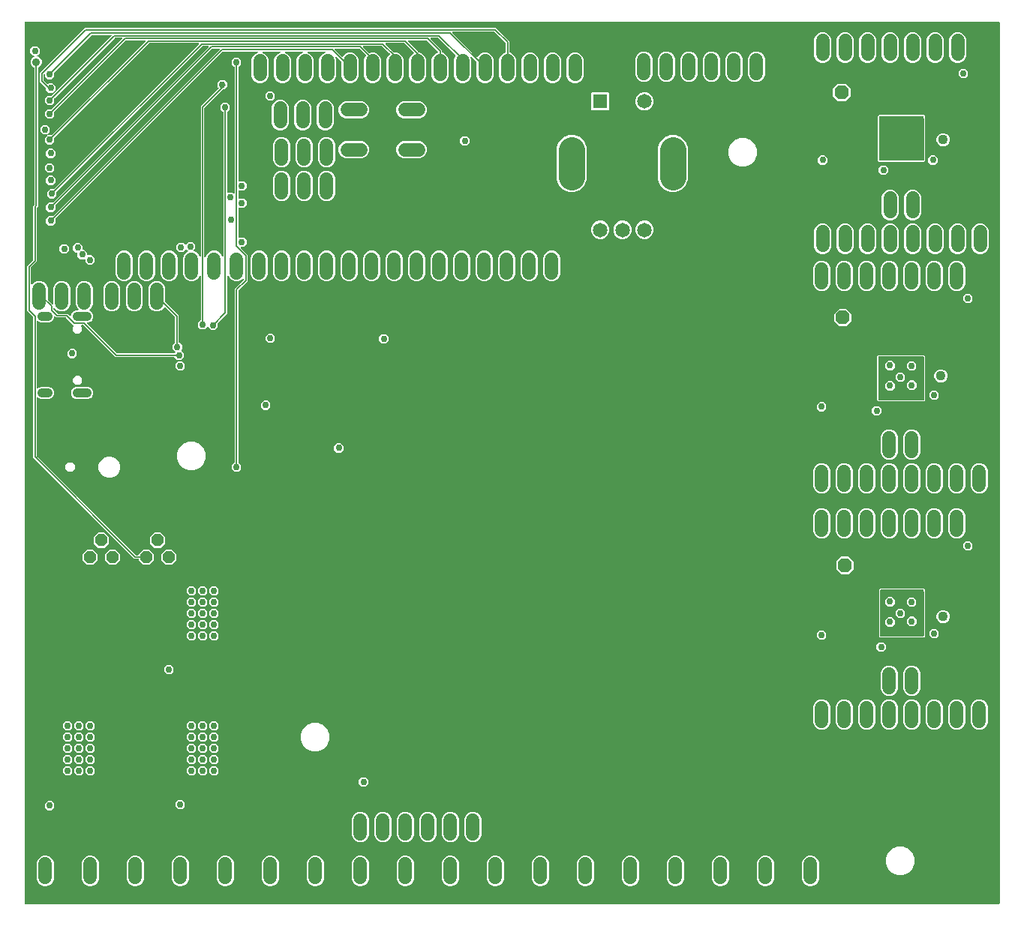
<source format=gbr>
G04 EAGLE Gerber RS-274X export*
G75*
%MOMM*%
%FSLAX34Y34*%
%LPD*%
%INBottom Copper*%
%IPPOS*%
%AMOC8*
5,1,8,0,0,1.08239X$1,22.5*%
G01*
%ADD10C,1.000000*%
%ADD11C,1.524000*%
%ADD12C,0.889000*%
%ADD13R,1.650000X1.650000*%
%ADD14C,1.650000*%
%ADD15C,3.000000*%
%ADD16C,1.108000*%
%ADD17P,1.732040X8X22.500000*%
%ADD18C,1.600200*%
%ADD19P,1.429621X8X22.500000*%
%ADD20C,0.756400*%
%ADD21C,0.152400*%

G36*
X1101958Y2004D02*
X1101958Y2004D01*
X1101977Y2002D01*
X1102079Y2024D01*
X1102181Y2040D01*
X1102198Y2050D01*
X1102218Y2054D01*
X1102307Y2107D01*
X1102398Y2156D01*
X1102412Y2170D01*
X1102429Y2180D01*
X1102496Y2259D01*
X1102568Y2334D01*
X1102576Y2352D01*
X1102589Y2367D01*
X1102628Y2463D01*
X1102671Y2557D01*
X1102673Y2577D01*
X1102681Y2595D01*
X1102699Y2762D01*
X1102699Y997238D01*
X1102696Y997258D01*
X1102698Y997277D01*
X1102676Y997379D01*
X1102660Y997481D01*
X1102650Y997498D01*
X1102646Y997518D01*
X1102593Y997607D01*
X1102544Y997698D01*
X1102530Y997712D01*
X1102520Y997729D01*
X1102441Y997796D01*
X1102366Y997868D01*
X1102348Y997876D01*
X1102333Y997889D01*
X1102237Y997928D01*
X1102143Y997971D01*
X1102123Y997973D01*
X1102105Y997981D01*
X1101938Y997999D01*
X2762Y997999D01*
X2742Y997996D01*
X2723Y997998D01*
X2621Y997976D01*
X2519Y997960D01*
X2502Y997950D01*
X2482Y997946D01*
X2393Y997893D01*
X2302Y997844D01*
X2288Y997830D01*
X2271Y997820D01*
X2204Y997741D01*
X2132Y997666D01*
X2124Y997648D01*
X2111Y997633D01*
X2072Y997537D01*
X2029Y997443D01*
X2027Y997423D01*
X2019Y997405D01*
X2001Y997238D01*
X2001Y2762D01*
X2004Y2742D01*
X2002Y2723D01*
X2024Y2621D01*
X2040Y2519D01*
X2050Y2502D01*
X2054Y2482D01*
X2107Y2393D01*
X2156Y2302D01*
X2170Y2288D01*
X2180Y2271D01*
X2259Y2204D01*
X2334Y2132D01*
X2352Y2124D01*
X2367Y2111D01*
X2463Y2072D01*
X2557Y2029D01*
X2577Y2027D01*
X2595Y2019D01*
X2762Y2001D01*
X1101938Y2001D01*
X1101958Y2004D01*
G37*
%LPC*%
G36*
X29552Y768123D02*
X29552Y768123D01*
X26443Y771232D01*
X26443Y775628D01*
X29552Y778737D01*
X33867Y778737D01*
X33957Y778751D01*
X34048Y778759D01*
X34077Y778771D01*
X34109Y778776D01*
X34190Y778819D01*
X34274Y778855D01*
X34306Y778881D01*
X34327Y778892D01*
X34349Y778915D01*
X34405Y778960D01*
X222141Y966696D01*
X222183Y966754D01*
X222232Y966806D01*
X222254Y966853D01*
X222285Y966895D01*
X222306Y966964D01*
X222336Y967029D01*
X222342Y967081D01*
X222357Y967131D01*
X222355Y967202D01*
X222363Y967273D01*
X222352Y967324D01*
X222351Y967376D01*
X222326Y967444D01*
X222311Y967514D01*
X222284Y967558D01*
X222266Y967607D01*
X222221Y967663D01*
X222185Y967725D01*
X222145Y967759D01*
X222112Y967799D01*
X222052Y967838D01*
X221998Y967885D01*
X221949Y967904D01*
X221905Y967932D01*
X221836Y967950D01*
X221769Y967977D01*
X221698Y967985D01*
X221667Y967993D01*
X221644Y967991D01*
X221603Y967995D01*
X214265Y967995D01*
X214175Y967981D01*
X214084Y967973D01*
X214055Y967961D01*
X214023Y967956D01*
X213942Y967913D01*
X213858Y967877D01*
X213826Y967851D01*
X213805Y967840D01*
X213783Y967817D01*
X213727Y967772D01*
X37280Y791325D01*
X37227Y791251D01*
X37167Y791182D01*
X37155Y791151D01*
X37136Y791125D01*
X37109Y791038D01*
X37075Y790953D01*
X37071Y790912D01*
X37064Y790890D01*
X37065Y790858D01*
X37057Y790787D01*
X37057Y786472D01*
X33948Y783363D01*
X29552Y783363D01*
X26443Y786472D01*
X26443Y790868D01*
X29552Y793977D01*
X33867Y793977D01*
X33957Y793991D01*
X34048Y793999D01*
X34077Y794011D01*
X34109Y794016D01*
X34190Y794059D01*
X34274Y794095D01*
X34306Y794121D01*
X34327Y794132D01*
X34349Y794155D01*
X34405Y794200D01*
X209949Y969744D01*
X209991Y969802D01*
X210040Y969854D01*
X210062Y969901D01*
X210093Y969943D01*
X210114Y970012D01*
X210144Y970077D01*
X210150Y970129D01*
X210165Y970179D01*
X210163Y970250D01*
X210171Y970321D01*
X210160Y970372D01*
X210159Y970424D01*
X210134Y970492D01*
X210119Y970562D01*
X210092Y970606D01*
X210074Y970655D01*
X210029Y970711D01*
X209993Y970773D01*
X209953Y970807D01*
X209920Y970847D01*
X209860Y970886D01*
X209806Y970933D01*
X209757Y970952D01*
X209713Y970980D01*
X209644Y970998D01*
X209577Y971025D01*
X209506Y971033D01*
X209475Y971041D01*
X209452Y971039D01*
X209411Y971043D01*
X203343Y971043D01*
X203253Y971029D01*
X203162Y971021D01*
X203133Y971009D01*
X203101Y971004D01*
X203020Y970961D01*
X202936Y970925D01*
X202904Y970899D01*
X202883Y970888D01*
X202861Y970865D01*
X202805Y970820D01*
X38550Y806565D01*
X38497Y806491D01*
X38437Y806422D01*
X38425Y806391D01*
X38406Y806365D01*
X38379Y806278D01*
X38345Y806193D01*
X38341Y806152D01*
X38334Y806130D01*
X38335Y806098D01*
X38327Y806027D01*
X38327Y801712D01*
X35218Y798603D01*
X30822Y798603D01*
X27713Y801712D01*
X27713Y806108D01*
X30822Y809217D01*
X35137Y809217D01*
X35227Y809231D01*
X35318Y809239D01*
X35347Y809251D01*
X35379Y809256D01*
X35460Y809299D01*
X35544Y809335D01*
X35576Y809361D01*
X35597Y809372D01*
X35619Y809395D01*
X35675Y809440D01*
X199027Y972792D01*
X199069Y972850D01*
X199118Y972902D01*
X199140Y972949D01*
X199171Y972991D01*
X199192Y973060D01*
X199222Y973125D01*
X199228Y973177D01*
X199243Y973227D01*
X199241Y973298D01*
X199249Y973369D01*
X199238Y973420D01*
X199237Y973472D01*
X199212Y973540D01*
X199197Y973610D01*
X199170Y973654D01*
X199152Y973703D01*
X199107Y973759D01*
X199071Y973821D01*
X199031Y973855D01*
X198998Y973895D01*
X198938Y973934D01*
X198884Y973981D01*
X198835Y974000D01*
X198791Y974028D01*
X198722Y974046D01*
X198655Y974073D01*
X198584Y974081D01*
X198553Y974089D01*
X198530Y974087D01*
X198489Y974091D01*
X142891Y974091D01*
X142801Y974077D01*
X142710Y974069D01*
X142681Y974057D01*
X142649Y974052D01*
X142568Y974009D01*
X142484Y973973D01*
X142452Y973947D01*
X142431Y973936D01*
X142409Y973913D01*
X142353Y973868D01*
X36010Y867525D01*
X35957Y867451D01*
X35897Y867382D01*
X35885Y867351D01*
X35866Y867325D01*
X35839Y867238D01*
X35805Y867153D01*
X35801Y867112D01*
X35794Y867090D01*
X35795Y867058D01*
X35787Y866987D01*
X35787Y862672D01*
X32678Y859563D01*
X28282Y859563D01*
X25173Y862672D01*
X25173Y867068D01*
X27799Y869694D01*
X27841Y869752D01*
X27890Y869804D01*
X27912Y869851D01*
X27942Y869893D01*
X27964Y869962D01*
X27994Y870027D01*
X27999Y870079D01*
X28015Y870129D01*
X28013Y870200D01*
X28021Y870271D01*
X28010Y870322D01*
X28008Y870374D01*
X27984Y870442D01*
X27969Y870512D01*
X27942Y870557D01*
X27924Y870605D01*
X27879Y870661D01*
X27842Y870723D01*
X27803Y870757D01*
X27770Y870797D01*
X27710Y870836D01*
X27655Y870883D01*
X27607Y870902D01*
X27563Y870930D01*
X27494Y870948D01*
X27427Y870975D01*
X27356Y870983D01*
X27325Y870991D01*
X27302Y870989D01*
X27261Y870993D01*
X23202Y870993D01*
X20093Y874102D01*
X20093Y878498D01*
X23202Y881607D01*
X27598Y881607D01*
X30707Y878498D01*
X30707Y874102D01*
X28081Y871476D01*
X28039Y871418D01*
X27990Y871366D01*
X27968Y871319D01*
X27938Y871277D01*
X27916Y871208D01*
X27886Y871143D01*
X27881Y871091D01*
X27865Y871041D01*
X27867Y870970D01*
X27859Y870899D01*
X27870Y870848D01*
X27872Y870796D01*
X27896Y870728D01*
X27911Y870658D01*
X27938Y870613D01*
X27956Y870565D01*
X28001Y870509D01*
X28038Y870447D01*
X28077Y870413D01*
X28110Y870373D01*
X28170Y870334D01*
X28225Y870287D01*
X28273Y870268D01*
X28317Y870240D01*
X28386Y870222D01*
X28453Y870195D01*
X28524Y870187D01*
X28555Y870179D01*
X28578Y870181D01*
X28619Y870177D01*
X32597Y870177D01*
X32687Y870191D01*
X32778Y870199D01*
X32807Y870211D01*
X32839Y870216D01*
X32920Y870259D01*
X33004Y870295D01*
X33036Y870321D01*
X33057Y870332D01*
X33079Y870355D01*
X33135Y870400D01*
X138575Y975840D01*
X138617Y975898D01*
X138666Y975950D01*
X138688Y975997D01*
X138719Y976039D01*
X138740Y976108D01*
X138770Y976173D01*
X138776Y976225D01*
X138791Y976275D01*
X138789Y976346D01*
X138797Y976417D01*
X138786Y976468D01*
X138785Y976520D01*
X138760Y976588D01*
X138745Y976658D01*
X138718Y976702D01*
X138700Y976751D01*
X138655Y976807D01*
X138619Y976869D01*
X138579Y976903D01*
X138546Y976943D01*
X138486Y976982D01*
X138432Y977029D01*
X138383Y977048D01*
X138339Y977076D01*
X138270Y977094D01*
X138203Y977121D01*
X138132Y977129D01*
X138101Y977137D01*
X138078Y977135D01*
X138037Y977139D01*
X116729Y977139D01*
X116639Y977125D01*
X116548Y977117D01*
X116519Y977105D01*
X116487Y977100D01*
X116406Y977057D01*
X116322Y977021D01*
X116290Y976995D01*
X116269Y976984D01*
X116247Y976961D01*
X116191Y976916D01*
X36010Y896735D01*
X35957Y896661D01*
X35897Y896592D01*
X35885Y896561D01*
X35866Y896535D01*
X35839Y896448D01*
X35805Y896363D01*
X35801Y896322D01*
X35794Y896300D01*
X35795Y896268D01*
X35787Y896197D01*
X35787Y891882D01*
X32678Y888773D01*
X28282Y888773D01*
X25173Y891882D01*
X25173Y896278D01*
X28282Y899387D01*
X32597Y899387D01*
X32687Y899401D01*
X32778Y899409D01*
X32807Y899421D01*
X32839Y899426D01*
X32920Y899469D01*
X33004Y899505D01*
X33036Y899531D01*
X33057Y899542D01*
X33079Y899565D01*
X33135Y899610D01*
X112413Y978888D01*
X112455Y978946D01*
X112504Y978998D01*
X112526Y979045D01*
X112557Y979087D01*
X112578Y979156D01*
X112608Y979221D01*
X112614Y979273D01*
X112629Y979323D01*
X112627Y979394D01*
X112635Y979465D01*
X112624Y979516D01*
X112623Y979568D01*
X112598Y979636D01*
X112583Y979706D01*
X112556Y979750D01*
X112538Y979799D01*
X112493Y979855D01*
X112457Y979917D01*
X112417Y979951D01*
X112384Y979991D01*
X112324Y980030D01*
X112270Y980077D01*
X112221Y980096D01*
X112177Y980124D01*
X112108Y980142D01*
X112041Y980169D01*
X111970Y980177D01*
X111939Y980185D01*
X111916Y980183D01*
X111875Y980187D01*
X104537Y980187D01*
X104447Y980173D01*
X104356Y980165D01*
X104327Y980153D01*
X104295Y980148D01*
X104214Y980105D01*
X104130Y980069D01*
X104098Y980043D01*
X104077Y980032D01*
X104055Y980009D01*
X103999Y979964D01*
X36010Y911975D01*
X35957Y911901D01*
X35897Y911832D01*
X35885Y911801D01*
X35866Y911775D01*
X35839Y911688D01*
X35805Y911603D01*
X35801Y911562D01*
X35794Y911540D01*
X35795Y911508D01*
X35787Y911437D01*
X35787Y907122D01*
X32678Y904013D01*
X28282Y904013D01*
X25173Y907122D01*
X25173Y911518D01*
X28282Y914627D01*
X32597Y914627D01*
X32687Y914641D01*
X32778Y914649D01*
X32807Y914661D01*
X32839Y914666D01*
X32920Y914709D01*
X33004Y914745D01*
X33036Y914771D01*
X33057Y914782D01*
X33079Y914805D01*
X33135Y914850D01*
X100221Y981936D01*
X100263Y981994D01*
X100312Y982046D01*
X100334Y982093D01*
X100365Y982135D01*
X100386Y982204D01*
X100416Y982269D01*
X100422Y982321D01*
X100437Y982371D01*
X100435Y982442D01*
X100443Y982513D01*
X100432Y982564D01*
X100431Y982616D01*
X100406Y982684D01*
X100391Y982754D01*
X100364Y982799D01*
X100346Y982847D01*
X100301Y982903D01*
X100265Y982965D01*
X100225Y982999D01*
X100192Y983039D01*
X100132Y983078D01*
X100078Y983125D01*
X100029Y983144D01*
X99985Y983172D01*
X99916Y983190D01*
X99849Y983217D01*
X99778Y983225D01*
X99747Y983233D01*
X99724Y983231D01*
X99683Y983235D01*
X78375Y983235D01*
X78285Y983221D01*
X78194Y983213D01*
X78165Y983201D01*
X78133Y983196D01*
X78052Y983153D01*
X77968Y983117D01*
X77936Y983091D01*
X77915Y983080D01*
X77893Y983057D01*
X77837Y983012D01*
X36010Y941185D01*
X35957Y941111D01*
X35897Y941042D01*
X35885Y941011D01*
X35866Y940985D01*
X35839Y940898D01*
X35805Y940813D01*
X35801Y940772D01*
X35794Y940750D01*
X35795Y940718D01*
X35787Y940647D01*
X35787Y936332D01*
X32678Y933223D01*
X28282Y933223D01*
X25173Y936332D01*
X25173Y938671D01*
X25162Y938742D01*
X25160Y938814D01*
X25142Y938862D01*
X25134Y938913D01*
X25100Y938977D01*
X25075Y939045D01*
X25043Y939085D01*
X25018Y939131D01*
X24966Y939180D01*
X24921Y939236D01*
X24878Y939265D01*
X24840Y939300D01*
X24775Y939331D01*
X24714Y939369D01*
X24664Y939382D01*
X24617Y939404D01*
X24546Y939412D01*
X24476Y939429D01*
X24424Y939425D01*
X24373Y939431D01*
X24302Y939416D01*
X24231Y939410D01*
X24183Y939390D01*
X24132Y939379D01*
X24070Y939342D01*
X24004Y939314D01*
X23949Y939269D01*
X23921Y939253D01*
X23906Y939235D01*
X23873Y939209D01*
X23845Y939181D01*
X23792Y939107D01*
X23733Y939038D01*
X23721Y939007D01*
X23702Y938981D01*
X23675Y938894D01*
X23641Y938809D01*
X23637Y938768D01*
X23630Y938746D01*
X23631Y938714D01*
X23623Y938643D01*
X23623Y932067D01*
X23637Y931977D01*
X23645Y931886D01*
X23657Y931857D01*
X23662Y931825D01*
X23705Y931744D01*
X23741Y931660D01*
X23767Y931628D01*
X23778Y931607D01*
X23801Y931585D01*
X23846Y931529D01*
X27627Y927748D01*
X27643Y927736D01*
X27655Y927721D01*
X27743Y927665D01*
X27826Y927605D01*
X27845Y927599D01*
X27862Y927588D01*
X27963Y927563D01*
X28061Y927532D01*
X28081Y927533D01*
X28101Y927528D01*
X28204Y927536D01*
X28307Y927539D01*
X28326Y927545D01*
X28346Y927547D01*
X28441Y927587D01*
X28538Y927623D01*
X28554Y927635D01*
X28572Y927643D01*
X28703Y927748D01*
X29552Y928597D01*
X33948Y928597D01*
X37057Y925488D01*
X37057Y921092D01*
X33948Y917983D01*
X29552Y917983D01*
X26443Y921092D01*
X26443Y922867D01*
X26429Y922957D01*
X26421Y923048D01*
X26409Y923077D01*
X26404Y923109D01*
X26361Y923190D01*
X26325Y923274D01*
X26299Y923306D01*
X26288Y923327D01*
X26265Y923349D01*
X26220Y923405D01*
X19557Y930068D01*
X19557Y940642D01*
X70026Y991111D01*
X534242Y991111D01*
X549403Y975950D01*
X549403Y963850D01*
X549422Y963735D01*
X549439Y963619D01*
X549441Y963614D01*
X549442Y963607D01*
X549497Y963505D01*
X549550Y963400D01*
X549555Y963395D01*
X549558Y963390D01*
X549642Y963310D01*
X549726Y963228D01*
X549732Y963224D01*
X549736Y963221D01*
X549753Y963213D01*
X549873Y963147D01*
X552820Y961926D01*
X555526Y959220D01*
X556991Y955684D01*
X556991Y936616D01*
X555526Y933080D01*
X552820Y930374D01*
X549284Y928909D01*
X545456Y928909D01*
X541920Y930374D01*
X539214Y933080D01*
X537749Y936616D01*
X537749Y955684D01*
X539214Y959220D01*
X541920Y961926D01*
X544867Y963147D01*
X544967Y963208D01*
X545067Y963268D01*
X545071Y963273D01*
X545076Y963276D01*
X545151Y963366D01*
X545227Y963455D01*
X545229Y963461D01*
X545233Y963466D01*
X545275Y963574D01*
X545319Y963683D01*
X545320Y963691D01*
X545321Y963695D01*
X545322Y963714D01*
X545337Y963850D01*
X545337Y973951D01*
X545323Y974041D01*
X545315Y974132D01*
X545303Y974161D01*
X545298Y974193D01*
X545255Y974274D01*
X545219Y974358D01*
X545193Y974390D01*
X545182Y974411D01*
X545159Y974433D01*
X545114Y974489D01*
X532781Y986822D01*
X532707Y986875D01*
X532638Y986935D01*
X532607Y986947D01*
X532581Y986966D01*
X532494Y986993D01*
X532409Y987027D01*
X532368Y987031D01*
X532346Y987038D01*
X532314Y987037D01*
X532243Y987045D01*
X485787Y987045D01*
X485717Y987034D01*
X485645Y987032D01*
X485596Y987014D01*
X485545Y987006D01*
X485481Y986972D01*
X485414Y986947D01*
X485373Y986915D01*
X485327Y986890D01*
X485278Y986838D01*
X485222Y986794D01*
X485194Y986750D01*
X485158Y986712D01*
X485128Y986647D01*
X485089Y986587D01*
X485076Y986536D01*
X485054Y986489D01*
X485046Y986418D01*
X485029Y986348D01*
X485033Y986296D01*
X485027Y986245D01*
X485042Y986174D01*
X485048Y986103D01*
X485068Y986055D01*
X485079Y986004D01*
X485116Y985943D01*
X485144Y985877D01*
X485189Y985821D01*
X485205Y985793D01*
X485223Y985778D01*
X485249Y985746D01*
X512411Y958584D01*
X512448Y958557D01*
X512480Y958523D01*
X512548Y958485D01*
X512611Y958440D01*
X512655Y958427D01*
X512695Y958404D01*
X512772Y958391D01*
X512846Y958368D01*
X512892Y958369D01*
X512937Y958361D01*
X513014Y958372D01*
X513092Y958374D01*
X513135Y958390D01*
X513180Y958396D01*
X513250Y958432D01*
X513323Y958459D01*
X513359Y958487D01*
X513400Y958508D01*
X513454Y958564D01*
X513515Y958612D01*
X513540Y958651D01*
X513572Y958684D01*
X513638Y958803D01*
X513648Y958819D01*
X513649Y958824D01*
X513653Y958831D01*
X513814Y959220D01*
X516520Y961926D01*
X520056Y963391D01*
X523884Y963391D01*
X527420Y961926D01*
X530126Y959220D01*
X531591Y955684D01*
X531591Y936616D01*
X530126Y933080D01*
X527420Y930374D01*
X523884Y928909D01*
X520056Y928909D01*
X516520Y930374D01*
X513814Y933080D01*
X512349Y936616D01*
X512349Y952581D01*
X512335Y952671D01*
X512327Y952762D01*
X512315Y952791D01*
X512310Y952823D01*
X512267Y952904D01*
X512231Y952988D01*
X512205Y953020D01*
X512194Y953041D01*
X512171Y953063D01*
X512126Y953119D01*
X506513Y958732D01*
X506434Y958789D01*
X506359Y958851D01*
X506335Y958860D01*
X506314Y958876D01*
X506220Y958904D01*
X506130Y958939D01*
X506103Y958940D01*
X506078Y958948D01*
X505981Y958945D01*
X505884Y958949D01*
X505859Y958942D01*
X505833Y958942D01*
X505741Y958908D01*
X505648Y958881D01*
X505626Y958866D01*
X505602Y958857D01*
X505526Y958796D01*
X505446Y958741D01*
X505430Y958720D01*
X505410Y958703D01*
X505357Y958621D01*
X505299Y958543D01*
X505291Y958519D01*
X505277Y958496D01*
X505253Y958402D01*
X505223Y958309D01*
X505223Y958283D01*
X505216Y958258D01*
X505224Y958161D01*
X505225Y958063D01*
X505234Y958032D01*
X505236Y958013D01*
X505248Y957982D01*
X505272Y957902D01*
X506191Y955684D01*
X506191Y936616D01*
X504726Y933080D01*
X502020Y930374D01*
X498484Y928909D01*
X494656Y928909D01*
X491120Y930374D01*
X488414Y933080D01*
X486949Y936616D01*
X486949Y955684D01*
X488414Y959220D01*
X488681Y959487D01*
X488693Y959503D01*
X488709Y959516D01*
X488765Y959603D01*
X488825Y959687D01*
X488831Y959706D01*
X488842Y959723D01*
X488867Y959823D01*
X488897Y959922D01*
X488897Y959942D01*
X488902Y959961D01*
X488894Y960064D01*
X488891Y960168D01*
X488884Y960187D01*
X488883Y960207D01*
X488842Y960301D01*
X488807Y960399D01*
X488794Y960414D01*
X488786Y960433D01*
X488681Y960564D01*
X469281Y979964D01*
X469207Y980017D01*
X469138Y980077D01*
X469107Y980089D01*
X469081Y980108D01*
X468994Y980135D01*
X468909Y980169D01*
X468868Y980173D01*
X468846Y980180D01*
X468814Y980179D01*
X468743Y980187D01*
X460897Y980187D01*
X460827Y980176D01*
X460755Y980174D01*
X460706Y980156D01*
X460655Y980148D01*
X460591Y980114D01*
X460524Y980089D01*
X460483Y980057D01*
X460437Y980032D01*
X460388Y979980D01*
X460332Y979936D01*
X460304Y979892D01*
X460268Y979854D01*
X460238Y979789D01*
X460199Y979729D01*
X460186Y979678D01*
X460164Y979631D01*
X460156Y979560D01*
X460139Y979490D01*
X460143Y979438D01*
X460137Y979387D01*
X460152Y979316D01*
X460158Y979245D01*
X460178Y979197D01*
X460189Y979146D01*
X460226Y979085D01*
X460254Y979019D01*
X460299Y978963D01*
X460315Y978935D01*
X460333Y978920D01*
X460359Y978888D01*
X471789Y967458D01*
X473203Y966044D01*
X473203Y963850D01*
X473222Y963735D01*
X473239Y963619D01*
X473241Y963613D01*
X473242Y963607D01*
X473297Y963505D01*
X473350Y963400D01*
X473355Y963395D01*
X473358Y963390D01*
X473442Y963310D01*
X473526Y963228D01*
X473532Y963224D01*
X473536Y963221D01*
X473553Y963213D01*
X473673Y963147D01*
X476620Y961926D01*
X479326Y959220D01*
X480791Y955684D01*
X480791Y936616D01*
X479326Y933080D01*
X476620Y930374D01*
X473084Y928909D01*
X469256Y928909D01*
X465720Y930374D01*
X463014Y933080D01*
X461549Y936616D01*
X461549Y955684D01*
X463014Y959220D01*
X465720Y961926D01*
X468667Y963147D01*
X468767Y963209D01*
X468867Y963268D01*
X468871Y963273D01*
X468876Y963276D01*
X468951Y963367D01*
X469027Y963455D01*
X469029Y963461D01*
X469033Y963466D01*
X469075Y963574D01*
X469119Y963683D01*
X469120Y963691D01*
X469121Y963695D01*
X469122Y963714D01*
X469137Y963850D01*
X469137Y964045D01*
X469123Y964135D01*
X469115Y964226D01*
X469103Y964255D01*
X469098Y964287D01*
X469055Y964368D01*
X469019Y964452D01*
X468993Y964484D01*
X468982Y964505D01*
X468959Y964527D01*
X468914Y964583D01*
X456581Y976916D01*
X456507Y976969D01*
X456438Y977029D01*
X456407Y977041D01*
X456381Y977060D01*
X456294Y977087D01*
X456209Y977121D01*
X456168Y977125D01*
X456146Y977132D01*
X456114Y977131D01*
X456043Y977139D01*
X435497Y977139D01*
X435427Y977128D01*
X435355Y977126D01*
X435306Y977108D01*
X435255Y977100D01*
X435191Y977066D01*
X435124Y977041D01*
X435083Y977009D01*
X435037Y976984D01*
X434988Y976932D01*
X434932Y976888D01*
X434904Y976844D01*
X434868Y976806D01*
X434838Y976741D01*
X434799Y976681D01*
X434786Y976630D01*
X434764Y976583D01*
X434756Y976512D01*
X434739Y976442D01*
X434743Y976390D01*
X434737Y976339D01*
X434752Y976268D01*
X434758Y976197D01*
X434778Y976149D01*
X434789Y976098D01*
X434826Y976037D01*
X434854Y975971D01*
X434899Y975915D01*
X434915Y975887D01*
X434933Y975872D01*
X434959Y975840D01*
X446389Y964410D01*
X447185Y963614D01*
X447259Y963561D01*
X447328Y963501D01*
X447359Y963489D01*
X447385Y963470D01*
X447472Y963443D01*
X447557Y963409D01*
X447598Y963405D01*
X447620Y963398D01*
X447652Y963399D01*
X447669Y963397D01*
X451220Y961926D01*
X453926Y959220D01*
X455391Y955684D01*
X455391Y936616D01*
X453926Y933080D01*
X451220Y930374D01*
X447684Y928909D01*
X443856Y928909D01*
X440320Y930374D01*
X437614Y933080D01*
X436149Y936616D01*
X436149Y955684D01*
X437614Y959220D01*
X440320Y961926D01*
X441250Y962311D01*
X441289Y962335D01*
X441332Y962351D01*
X441392Y962400D01*
X441459Y962441D01*
X441488Y962476D01*
X441524Y962505D01*
X441566Y962570D01*
X441616Y962630D01*
X441632Y962673D01*
X441657Y962712D01*
X441676Y962787D01*
X441704Y962860D01*
X441706Y962906D01*
X441717Y962950D01*
X441711Y963028D01*
X441714Y963105D01*
X441701Y963150D01*
X441698Y963195D01*
X441667Y963267D01*
X441646Y963342D01*
X441619Y963379D01*
X441601Y963422D01*
X441516Y963528D01*
X441505Y963544D01*
X441501Y963547D01*
X441497Y963553D01*
X431181Y973868D01*
X431107Y973921D01*
X431038Y973981D01*
X431007Y973993D01*
X430981Y974012D01*
X430894Y974039D01*
X430809Y974073D01*
X430768Y974077D01*
X430746Y974084D01*
X430714Y974083D01*
X430643Y974091D01*
X410097Y974091D01*
X410027Y974080D01*
X409955Y974078D01*
X409906Y974060D01*
X409855Y974052D01*
X409791Y974018D01*
X409724Y973993D01*
X409683Y973961D01*
X409637Y973936D01*
X409588Y973884D01*
X409532Y973840D01*
X409504Y973796D01*
X409468Y973758D01*
X409438Y973693D01*
X409399Y973633D01*
X409386Y973582D01*
X409364Y973535D01*
X409356Y973464D01*
X409339Y973394D01*
X409343Y973342D01*
X409337Y973291D01*
X409352Y973220D01*
X409358Y973149D01*
X409378Y973101D01*
X409389Y973050D01*
X409426Y972989D01*
X409454Y972923D01*
X409499Y972867D01*
X409515Y972839D01*
X409533Y972824D01*
X409559Y972792D01*
X418737Y963614D01*
X418811Y963561D01*
X418880Y963501D01*
X418911Y963489D01*
X418937Y963470D01*
X419024Y963443D01*
X419109Y963409D01*
X419150Y963405D01*
X419172Y963398D01*
X419204Y963399D01*
X419275Y963391D01*
X422284Y963391D01*
X425820Y961926D01*
X428526Y959220D01*
X429991Y955684D01*
X429991Y936616D01*
X428526Y933080D01*
X425820Y930374D01*
X422284Y928909D01*
X418456Y928909D01*
X414920Y930374D01*
X412214Y933080D01*
X410749Y936616D01*
X410749Y955684D01*
X412214Y959220D01*
X414259Y961265D01*
X414271Y961281D01*
X414287Y961294D01*
X414343Y961381D01*
X414403Y961465D01*
X414409Y961484D01*
X414420Y961501D01*
X414445Y961601D01*
X414475Y961700D01*
X414475Y961720D01*
X414480Y961739D01*
X414472Y961842D01*
X414469Y961946D01*
X414462Y961965D01*
X414461Y961985D01*
X414420Y962079D01*
X414385Y962177D01*
X414372Y962193D01*
X414364Y962211D01*
X414259Y962342D01*
X405781Y970820D01*
X405707Y970873D01*
X405638Y970933D01*
X405607Y970945D01*
X405581Y970964D01*
X405494Y970991D01*
X405409Y971025D01*
X405368Y971029D01*
X405346Y971036D01*
X405314Y971035D01*
X405243Y971043D01*
X384697Y971043D01*
X384627Y971032D01*
X384555Y971030D01*
X384506Y971012D01*
X384455Y971004D01*
X384391Y970970D01*
X384324Y970945D01*
X384283Y970913D01*
X384237Y970888D01*
X384188Y970837D01*
X384132Y970792D01*
X384104Y970748D01*
X384068Y970710D01*
X384038Y970645D01*
X383999Y970585D01*
X383986Y970534D01*
X383964Y970487D01*
X383956Y970416D01*
X383939Y970346D01*
X383943Y970294D01*
X383937Y970243D01*
X383952Y970172D01*
X383958Y970101D01*
X383978Y970053D01*
X383989Y970002D01*
X384026Y969941D01*
X384054Y969875D01*
X384099Y969819D01*
X384115Y969791D01*
X384133Y969776D01*
X384159Y969744D01*
X390898Y963005D01*
X390992Y962937D01*
X391086Y962867D01*
X391092Y962865D01*
X391097Y962862D01*
X391209Y962827D01*
X391320Y962791D01*
X391326Y962791D01*
X391332Y962789D01*
X391449Y962792D01*
X391566Y962793D01*
X391573Y962796D01*
X391578Y962796D01*
X391596Y962802D01*
X391727Y962840D01*
X393056Y963391D01*
X396884Y963391D01*
X400420Y961926D01*
X403126Y959220D01*
X404591Y955684D01*
X404591Y936616D01*
X403126Y933080D01*
X400420Y930374D01*
X396884Y928909D01*
X393056Y928909D01*
X389520Y930374D01*
X386814Y933080D01*
X385349Y936616D01*
X385349Y955684D01*
X386814Y959220D01*
X387335Y959741D01*
X387347Y959757D01*
X387363Y959770D01*
X387419Y959857D01*
X387479Y959941D01*
X387485Y959960D01*
X387496Y959977D01*
X387521Y960077D01*
X387551Y960176D01*
X387551Y960196D01*
X387556Y960215D01*
X387548Y960318D01*
X387545Y960422D01*
X387538Y960441D01*
X387537Y960461D01*
X387496Y960555D01*
X387461Y960653D01*
X387448Y960669D01*
X387440Y960687D01*
X387335Y960818D01*
X380381Y967772D01*
X380307Y967825D01*
X380238Y967885D01*
X380207Y967897D01*
X380181Y967916D01*
X380094Y967943D01*
X380009Y967977D01*
X379968Y967981D01*
X379946Y967988D01*
X379914Y967987D01*
X379843Y967995D01*
X352437Y967995D01*
X352367Y967984D01*
X352295Y967982D01*
X352246Y967964D01*
X352195Y967956D01*
X352131Y967922D01*
X352064Y967897D01*
X352023Y967865D01*
X351977Y967840D01*
X351928Y967788D01*
X351872Y967744D01*
X351844Y967700D01*
X351808Y967662D01*
X351778Y967597D01*
X351739Y967537D01*
X351726Y967486D01*
X351704Y967439D01*
X351696Y967368D01*
X351679Y967298D01*
X351683Y967246D01*
X351677Y967195D01*
X351692Y967124D01*
X351698Y967053D01*
X351718Y967005D01*
X351729Y966954D01*
X351766Y966893D01*
X351794Y966827D01*
X351839Y966771D01*
X351855Y966743D01*
X351873Y966728D01*
X351899Y966696D01*
X360011Y958584D01*
X360048Y958557D01*
X360080Y958523D01*
X360148Y958485D01*
X360211Y958440D01*
X360255Y958427D01*
X360295Y958404D01*
X360372Y958391D01*
X360446Y958368D01*
X360492Y958369D01*
X360537Y958361D01*
X360614Y958372D01*
X360692Y958374D01*
X360735Y958390D01*
X360780Y958396D01*
X360850Y958432D01*
X360923Y958459D01*
X360959Y958487D01*
X361000Y958508D01*
X361054Y958564D01*
X361115Y958612D01*
X361140Y958651D01*
X361172Y958684D01*
X361238Y958803D01*
X361248Y958819D01*
X361249Y958824D01*
X361253Y958831D01*
X361414Y959220D01*
X364120Y961926D01*
X367656Y963391D01*
X371484Y963391D01*
X375020Y961926D01*
X377726Y959220D01*
X379191Y955684D01*
X379191Y936616D01*
X377726Y933080D01*
X375020Y930374D01*
X371484Y928909D01*
X367656Y928909D01*
X364120Y930374D01*
X361414Y933080D01*
X359949Y936616D01*
X359949Y952581D01*
X359935Y952671D01*
X359927Y952762D01*
X359915Y952791D01*
X359910Y952823D01*
X359867Y952904D01*
X359831Y952988D01*
X359805Y953020D01*
X359794Y953041D01*
X359771Y953063D01*
X359726Y953119D01*
X354113Y958732D01*
X354034Y958789D01*
X353959Y958851D01*
X353935Y958860D01*
X353914Y958876D01*
X353820Y958904D01*
X353730Y958939D01*
X353704Y958940D01*
X353678Y958948D01*
X353581Y958945D01*
X353484Y958949D01*
X353459Y958942D01*
X353433Y958942D01*
X353341Y958908D01*
X353248Y958881D01*
X353226Y958866D01*
X353202Y958857D01*
X353125Y958796D01*
X353046Y958741D01*
X353030Y958720D01*
X353010Y958703D01*
X352957Y958621D01*
X352899Y958543D01*
X352891Y958518D01*
X352877Y958496D01*
X352853Y958402D01*
X352823Y958309D01*
X352823Y958283D01*
X352816Y958258D01*
X352824Y958161D01*
X352825Y958063D01*
X352834Y958032D01*
X352836Y958013D01*
X352848Y957982D01*
X352872Y957902D01*
X353791Y955684D01*
X353791Y936616D01*
X352326Y933080D01*
X349620Y930374D01*
X346084Y928909D01*
X342256Y928909D01*
X338720Y930374D01*
X336014Y933080D01*
X334549Y936616D01*
X334549Y955684D01*
X336014Y959220D01*
X338720Y961926D01*
X341247Y962973D01*
X341330Y963024D01*
X341416Y963070D01*
X341434Y963088D01*
X341456Y963102D01*
X341518Y963178D01*
X341585Y963248D01*
X341596Y963272D01*
X341613Y963292D01*
X341648Y963383D01*
X341689Y963471D01*
X341692Y963497D01*
X341701Y963521D01*
X341705Y963619D01*
X341716Y963715D01*
X341711Y963741D01*
X341712Y963767D01*
X341685Y963861D01*
X341664Y963956D01*
X341650Y963978D01*
X341643Y964003D01*
X341588Y964083D01*
X341538Y964167D01*
X341518Y964184D01*
X341503Y964205D01*
X341425Y964264D01*
X341351Y964327D01*
X341326Y964337D01*
X341305Y964352D01*
X341213Y964382D01*
X341123Y964419D01*
X341090Y964422D01*
X341072Y964428D01*
X341039Y964428D01*
X340956Y964437D01*
X321984Y964437D01*
X321888Y964422D01*
X321791Y964412D01*
X321767Y964402D01*
X321741Y964398D01*
X321655Y964352D01*
X321566Y964312D01*
X321547Y964295D01*
X321524Y964282D01*
X321457Y964212D01*
X321385Y964146D01*
X321373Y964123D01*
X321355Y964104D01*
X321314Y964016D01*
X321267Y963930D01*
X321262Y963905D01*
X321251Y963881D01*
X321240Y963784D01*
X321223Y963688D01*
X321227Y963662D01*
X321224Y963637D01*
X321245Y963541D01*
X321259Y963445D01*
X321271Y963422D01*
X321276Y963396D01*
X321326Y963313D01*
X321370Y963226D01*
X321389Y963207D01*
X321402Y963185D01*
X321476Y963122D01*
X321546Y963054D01*
X321574Y963038D01*
X321589Y963025D01*
X321620Y963013D01*
X321693Y962973D01*
X324220Y961926D01*
X326926Y959220D01*
X328391Y955684D01*
X328391Y936616D01*
X326926Y933080D01*
X324220Y930374D01*
X320684Y928909D01*
X316856Y928909D01*
X313320Y930374D01*
X310614Y933080D01*
X309149Y936616D01*
X309149Y955684D01*
X310614Y959220D01*
X313320Y961926D01*
X315847Y962973D01*
X315930Y963024D01*
X316016Y963070D01*
X316034Y963088D01*
X316056Y963102D01*
X316118Y963178D01*
X316185Y963248D01*
X316196Y963272D01*
X316213Y963292D01*
X316248Y963383D01*
X316289Y963471D01*
X316292Y963497D01*
X316301Y963521D01*
X316305Y963619D01*
X316316Y963715D01*
X316311Y963741D01*
X316312Y963767D01*
X316285Y963861D01*
X316264Y963956D01*
X316250Y963978D01*
X316243Y964003D01*
X316188Y964083D01*
X316138Y964167D01*
X316118Y964184D01*
X316103Y964205D01*
X316025Y964264D01*
X315951Y964327D01*
X315926Y964337D01*
X315905Y964352D01*
X315813Y964382D01*
X315723Y964419D01*
X315690Y964422D01*
X315672Y964428D01*
X315639Y964428D01*
X315556Y964437D01*
X296584Y964437D01*
X296488Y964422D01*
X296391Y964412D01*
X296367Y964402D01*
X296341Y964398D01*
X296255Y964352D01*
X296166Y964312D01*
X296147Y964295D01*
X296124Y964282D01*
X296057Y964212D01*
X295985Y964146D01*
X295973Y964123D01*
X295955Y964104D01*
X295914Y964016D01*
X295867Y963930D01*
X295862Y963905D01*
X295851Y963881D01*
X295840Y963784D01*
X295823Y963688D01*
X295827Y963662D01*
X295824Y963637D01*
X295845Y963541D01*
X295859Y963445D01*
X295871Y963422D01*
X295876Y963396D01*
X295926Y963313D01*
X295970Y963226D01*
X295989Y963207D01*
X296002Y963185D01*
X296076Y963122D01*
X296146Y963054D01*
X296174Y963038D01*
X296189Y963025D01*
X296220Y963013D01*
X296293Y962973D01*
X298820Y961926D01*
X301526Y959220D01*
X302991Y955684D01*
X302991Y936616D01*
X301526Y933080D01*
X298820Y930374D01*
X295284Y928909D01*
X291456Y928909D01*
X287920Y930374D01*
X285214Y933080D01*
X283749Y936616D01*
X283749Y955684D01*
X285214Y959220D01*
X287920Y961926D01*
X290447Y962973D01*
X290530Y963024D01*
X290616Y963070D01*
X290634Y963088D01*
X290656Y963102D01*
X290718Y963178D01*
X290785Y963248D01*
X290796Y963272D01*
X290813Y963292D01*
X290848Y963383D01*
X290889Y963471D01*
X290892Y963497D01*
X290901Y963521D01*
X290905Y963619D01*
X290916Y963715D01*
X290911Y963741D01*
X290912Y963767D01*
X290885Y963861D01*
X290864Y963956D01*
X290850Y963978D01*
X290843Y964003D01*
X290788Y964083D01*
X290738Y964167D01*
X290718Y964184D01*
X290703Y964205D01*
X290625Y964264D01*
X290551Y964327D01*
X290526Y964337D01*
X290505Y964352D01*
X290413Y964382D01*
X290323Y964419D01*
X290290Y964422D01*
X290272Y964428D01*
X290239Y964428D01*
X290156Y964437D01*
X271184Y964437D01*
X271088Y964422D01*
X270991Y964412D01*
X270967Y964402D01*
X270941Y964398D01*
X270855Y964352D01*
X270766Y964312D01*
X270747Y964295D01*
X270724Y964282D01*
X270657Y964212D01*
X270585Y964146D01*
X270573Y964123D01*
X270555Y964104D01*
X270514Y964016D01*
X270467Y963930D01*
X270462Y963905D01*
X270451Y963881D01*
X270440Y963784D01*
X270423Y963688D01*
X270427Y963662D01*
X270424Y963637D01*
X270445Y963541D01*
X270459Y963445D01*
X270471Y963422D01*
X270476Y963396D01*
X270526Y963313D01*
X270570Y963226D01*
X270589Y963207D01*
X270602Y963185D01*
X270676Y963122D01*
X270746Y963054D01*
X270774Y963038D01*
X270789Y963025D01*
X270820Y963013D01*
X270893Y962973D01*
X273420Y961926D01*
X276126Y959220D01*
X277591Y955684D01*
X277591Y936616D01*
X276126Y933080D01*
X273420Y930374D01*
X269884Y928909D01*
X266056Y928909D01*
X262520Y930374D01*
X259814Y933080D01*
X258349Y936616D01*
X258349Y955684D01*
X259814Y959220D01*
X262520Y961926D01*
X265047Y962973D01*
X265130Y963024D01*
X265216Y963070D01*
X265234Y963088D01*
X265256Y963102D01*
X265318Y963178D01*
X265385Y963248D01*
X265396Y963272D01*
X265413Y963292D01*
X265448Y963383D01*
X265489Y963471D01*
X265492Y963497D01*
X265501Y963521D01*
X265505Y963619D01*
X265516Y963715D01*
X265511Y963741D01*
X265512Y963767D01*
X265485Y963861D01*
X265464Y963956D01*
X265450Y963978D01*
X265443Y964003D01*
X265388Y964083D01*
X265338Y964167D01*
X265318Y964184D01*
X265303Y964205D01*
X265225Y964264D01*
X265151Y964327D01*
X265126Y964337D01*
X265105Y964352D01*
X265013Y964382D01*
X264923Y964419D01*
X264890Y964422D01*
X264872Y964428D01*
X264839Y964428D01*
X264756Y964437D01*
X225947Y964437D01*
X225857Y964423D01*
X225766Y964415D01*
X225737Y964403D01*
X225705Y964398D01*
X225624Y964355D01*
X225540Y964319D01*
X225508Y964293D01*
X225487Y964282D01*
X225465Y964259D01*
X225409Y964214D01*
X37280Y776085D01*
X37227Y776011D01*
X37167Y775942D01*
X37155Y775911D01*
X37136Y775885D01*
X37109Y775798D01*
X37075Y775713D01*
X37071Y775672D01*
X37064Y775650D01*
X37065Y775618D01*
X37057Y775547D01*
X37057Y771232D01*
X33948Y768123D01*
X29552Y768123D01*
G37*
%LPD*%
%LPC*%
G36*
X239102Y489993D02*
X239102Y489993D01*
X235993Y493102D01*
X235993Y497498D01*
X239044Y500549D01*
X239097Y500623D01*
X239157Y500693D01*
X239169Y500723D01*
X239188Y500749D01*
X239215Y500836D01*
X239249Y500921D01*
X239253Y500962D01*
X239260Y500984D01*
X239259Y501016D01*
X239267Y501087D01*
X239267Y696440D01*
X249626Y706799D01*
X249679Y706873D01*
X249739Y706942D01*
X249751Y706972D01*
X249770Y706998D01*
X249797Y707085D01*
X249831Y707170D01*
X249835Y707211D01*
X249842Y707233D01*
X249841Y707266D01*
X249849Y707337D01*
X249849Y707616D01*
X249838Y707686D01*
X249836Y707758D01*
X249818Y707807D01*
X249810Y707858D01*
X249776Y707922D01*
X249751Y707989D01*
X249719Y708030D01*
X249694Y708076D01*
X249642Y708125D01*
X249598Y708181D01*
X249554Y708209D01*
X249516Y708245D01*
X249451Y708275D01*
X249391Y708314D01*
X249340Y708327D01*
X249293Y708349D01*
X249222Y708357D01*
X249152Y708374D01*
X249100Y708370D01*
X249049Y708376D01*
X248978Y708361D01*
X248907Y708355D01*
X248859Y708335D01*
X248808Y708324D01*
X248747Y708287D01*
X248681Y708259D01*
X248625Y708214D01*
X248597Y708197D01*
X248582Y708180D01*
X248550Y708154D01*
X246950Y706554D01*
X243414Y705089D01*
X239586Y705089D01*
X236050Y706554D01*
X233344Y709260D01*
X232097Y712270D01*
X232046Y712353D01*
X232000Y712439D01*
X231981Y712457D01*
X231968Y712479D01*
X231893Y712541D01*
X231822Y712608D01*
X231798Y712619D01*
X231778Y712636D01*
X231687Y712671D01*
X231599Y712712D01*
X231573Y712715D01*
X231549Y712724D01*
X231451Y712728D01*
X231355Y712739D01*
X231329Y712733D01*
X231303Y712734D01*
X231209Y712707D01*
X231114Y712687D01*
X231092Y712673D01*
X231067Y712666D01*
X230987Y712610D01*
X230903Y712560D01*
X230886Y712541D01*
X230865Y712526D01*
X230806Y712448D01*
X230743Y712374D01*
X230733Y712349D01*
X230718Y712328D01*
X230688Y712236D01*
X230651Y712145D01*
X230648Y712113D01*
X230642Y712094D01*
X230642Y712061D01*
X230633Y711979D01*
X230633Y668448D01*
X220294Y658110D01*
X220241Y658036D01*
X220182Y657966D01*
X220170Y657936D01*
X220151Y657910D01*
X220124Y657823D01*
X220090Y657738D01*
X220085Y657697D01*
X220078Y657675D01*
X220079Y657643D01*
X220071Y657571D01*
X220071Y653256D01*
X216963Y650148D01*
X212566Y650148D01*
X209446Y653269D01*
X209444Y653317D01*
X209427Y653366D01*
X209418Y653417D01*
X209385Y653481D01*
X209360Y653548D01*
X209327Y653589D01*
X209303Y653635D01*
X209251Y653684D01*
X209206Y653740D01*
X209162Y653768D01*
X209125Y653804D01*
X209060Y653834D01*
X208999Y653873D01*
X208949Y653886D01*
X208902Y653908D01*
X208830Y653916D01*
X208761Y653933D01*
X208709Y653929D01*
X208657Y653935D01*
X208587Y653920D01*
X208516Y653914D01*
X208468Y653894D01*
X208417Y653883D01*
X208355Y653846D01*
X208289Y653818D01*
X208233Y653773D01*
X208206Y653756D01*
X208190Y653739D01*
X208158Y653713D01*
X205335Y650889D01*
X200938Y650889D01*
X197830Y653998D01*
X197830Y658394D01*
X200881Y661445D01*
X200934Y661519D01*
X200993Y661589D01*
X201006Y661619D01*
X201024Y661645D01*
X201051Y661732D01*
X201085Y661817D01*
X201090Y661858D01*
X201097Y661880D01*
X201096Y661912D01*
X201104Y661983D01*
X201104Y710860D01*
X201088Y710956D01*
X201079Y711053D01*
X201068Y711077D01*
X201064Y711103D01*
X201019Y711189D01*
X200979Y711278D01*
X200961Y711297D01*
X200949Y711320D01*
X200878Y711387D01*
X200813Y711459D01*
X200790Y711471D01*
X200771Y711490D01*
X200682Y711531D01*
X200597Y711577D01*
X200571Y711582D01*
X200548Y711593D01*
X200451Y711604D01*
X200355Y711621D01*
X200329Y711617D01*
X200303Y711620D01*
X200208Y711600D01*
X200112Y711585D01*
X200088Y711574D01*
X200063Y711568D01*
X199979Y711518D01*
X199892Y711474D01*
X199874Y711455D01*
X199852Y711442D01*
X199788Y711368D01*
X199720Y711298D01*
X199704Y711270D01*
X199692Y711255D01*
X199679Y711224D01*
X199639Y711151D01*
X198856Y709260D01*
X196150Y706554D01*
X192614Y705089D01*
X188786Y705089D01*
X185250Y706554D01*
X182544Y709260D01*
X181079Y712796D01*
X181079Y731864D01*
X182544Y735400D01*
X185250Y738106D01*
X186191Y738496D01*
X186230Y738520D01*
X186273Y738536D01*
X186334Y738584D01*
X186400Y738625D01*
X186429Y738661D01*
X186465Y738689D01*
X186507Y738755D01*
X186557Y738815D01*
X186573Y738858D01*
X186598Y738896D01*
X186617Y738972D01*
X186645Y739044D01*
X186647Y739090D01*
X186658Y739135D01*
X186652Y739212D01*
X186655Y739290D01*
X186643Y739334D01*
X186639Y739380D01*
X186609Y739452D01*
X186587Y739526D01*
X186561Y739564D01*
X186543Y739606D01*
X186457Y739713D01*
X186447Y739728D01*
X186443Y739731D01*
X186438Y739737D01*
X185129Y741046D01*
X185113Y741057D01*
X185101Y741073D01*
X185014Y741129D01*
X184930Y741189D01*
X184910Y741195D01*
X184894Y741206D01*
X184793Y741231D01*
X184694Y741262D01*
X184675Y741261D01*
X184655Y741266D01*
X184552Y741258D01*
X184449Y741255D01*
X184430Y741249D01*
X184410Y741247D01*
X184315Y741206D01*
X184218Y741171D01*
X184202Y741158D01*
X184184Y741151D01*
X184053Y741046D01*
X181044Y738037D01*
X176648Y738037D01*
X173539Y741146D01*
X173539Y745542D01*
X176648Y748651D01*
X181044Y748651D01*
X183217Y746478D01*
X183233Y746467D01*
X183245Y746451D01*
X183333Y746395D01*
X183416Y746335D01*
X183435Y746329D01*
X183452Y746318D01*
X183553Y746293D01*
X183652Y746262D01*
X183671Y746263D01*
X183691Y746258D01*
X183794Y746266D01*
X183897Y746269D01*
X183916Y746275D01*
X183936Y746277D01*
X184031Y746317D01*
X184128Y746353D01*
X184144Y746366D01*
X184162Y746373D01*
X184293Y746478D01*
X187302Y749487D01*
X191698Y749487D01*
X194807Y746378D01*
X194807Y741982D01*
X193265Y740440D01*
X193238Y740403D01*
X193204Y740372D01*
X193167Y740304D01*
X193122Y740240D01*
X193108Y740197D01*
X193086Y740156D01*
X193072Y740080D01*
X193049Y740005D01*
X193050Y739960D01*
X193042Y739914D01*
X193053Y739837D01*
X193056Y739760D01*
X193071Y739716D01*
X193078Y739671D01*
X193113Y739602D01*
X193140Y739528D01*
X193169Y739493D01*
X193189Y739452D01*
X193245Y739397D01*
X193294Y739336D01*
X193332Y739312D01*
X193365Y739279D01*
X193485Y739214D01*
X193501Y739203D01*
X193505Y739202D01*
X193512Y739199D01*
X196150Y738106D01*
X198856Y735400D01*
X199639Y733509D01*
X199691Y733426D01*
X199736Y733340D01*
X199755Y733322D01*
X199769Y733300D01*
X199844Y733237D01*
X199915Y733170D01*
X199938Y733159D01*
X199958Y733143D01*
X200049Y733108D01*
X200138Y733067D01*
X200164Y733064D01*
X200188Y733055D01*
X200285Y733050D01*
X200382Y733040D01*
X200408Y733045D01*
X200434Y733044D01*
X200527Y733071D01*
X200622Y733092D01*
X200645Y733105D01*
X200670Y733113D01*
X200750Y733168D01*
X200834Y733218D01*
X200851Y733238D01*
X200872Y733253D01*
X200930Y733331D01*
X200993Y733405D01*
X201003Y733429D01*
X201019Y733450D01*
X201049Y733543D01*
X201085Y733633D01*
X201089Y733666D01*
X201095Y733684D01*
X201095Y733717D01*
X201104Y733800D01*
X201104Y902479D01*
X221235Y922610D01*
X221247Y922626D01*
X221262Y922638D01*
X221318Y922726D01*
X221378Y922809D01*
X221384Y922828D01*
X221395Y922845D01*
X221420Y922946D01*
X221451Y923044D01*
X221450Y923064D01*
X221455Y923084D01*
X221447Y923187D01*
X221444Y923290D01*
X221438Y923309D01*
X221436Y923329D01*
X221396Y923424D01*
X221360Y923521D01*
X221347Y923537D01*
X221340Y923555D01*
X221235Y923686D01*
X220019Y924902D01*
X220019Y929298D01*
X223128Y932407D01*
X227524Y932407D01*
X230633Y929298D01*
X230633Y924902D01*
X227524Y921793D01*
X226483Y921793D01*
X226393Y921779D01*
X226302Y921771D01*
X226273Y921759D01*
X226241Y921754D01*
X226160Y921711D01*
X226076Y921675D01*
X226044Y921649D01*
X226023Y921638D01*
X226001Y921615D01*
X225945Y921570D01*
X205392Y901018D01*
X205339Y900944D01*
X205280Y900874D01*
X205268Y900844D01*
X205249Y900818D01*
X205222Y900731D01*
X205188Y900646D01*
X205183Y900605D01*
X205176Y900583D01*
X205177Y900551D01*
X205169Y900479D01*
X205169Y732528D01*
X205185Y732432D01*
X205194Y732335D01*
X205205Y732311D01*
X205209Y732286D01*
X205255Y732200D01*
X205294Y732111D01*
X205312Y732091D01*
X205324Y732068D01*
X205395Y732001D01*
X205461Y731929D01*
X205484Y731917D01*
X205503Y731899D01*
X205591Y731858D01*
X205676Y731811D01*
X205702Y731806D01*
X205726Y731795D01*
X205822Y731784D01*
X205918Y731767D01*
X205944Y731771D01*
X205970Y731768D01*
X206065Y731789D01*
X206162Y731803D01*
X206185Y731815D01*
X206210Y731820D01*
X206294Y731870D01*
X206381Y731914D01*
X206399Y731933D01*
X206422Y731947D01*
X206485Y732020D01*
X206553Y732090D01*
X206569Y732119D01*
X206581Y732133D01*
X206594Y732164D01*
X206634Y732237D01*
X207944Y735400D01*
X210650Y738106D01*
X214186Y739571D01*
X218014Y739571D01*
X221550Y738106D01*
X224256Y735400D01*
X225103Y733356D01*
X225154Y733273D01*
X225200Y733187D01*
X225218Y733169D01*
X225232Y733147D01*
X225308Y733084D01*
X225378Y733017D01*
X225402Y733006D01*
X225422Y732990D01*
X225513Y732955D01*
X225601Y732914D01*
X225627Y732911D01*
X225651Y732902D01*
X225749Y732897D01*
X225845Y732887D01*
X225871Y732892D01*
X225897Y732891D01*
X225991Y732918D01*
X226086Y732939D01*
X226108Y732952D01*
X226133Y732960D01*
X226213Y733015D01*
X226297Y733065D01*
X226314Y733085D01*
X226335Y733100D01*
X226394Y733178D01*
X226457Y733252D01*
X226467Y733276D01*
X226482Y733297D01*
X226512Y733390D01*
X226549Y733480D01*
X226552Y733513D01*
X226558Y733531D01*
X226558Y733564D01*
X226567Y733647D01*
X226567Y895913D01*
X226553Y896003D01*
X226545Y896094D01*
X226533Y896123D01*
X226528Y896155D01*
X226485Y896236D01*
X226449Y896320D01*
X226423Y896352D01*
X226412Y896373D01*
X226389Y896395D01*
X226344Y896451D01*
X223293Y899502D01*
X223293Y903898D01*
X226402Y907007D01*
X230798Y907007D01*
X233907Y903898D01*
X233907Y899502D01*
X230856Y896451D01*
X230803Y896377D01*
X230743Y896307D01*
X230731Y896277D01*
X230712Y896251D01*
X230685Y896164D01*
X230651Y896079D01*
X230647Y896038D01*
X230640Y896016D01*
X230641Y895984D01*
X230633Y895913D01*
X230633Y805407D01*
X230644Y805337D01*
X230646Y805265D01*
X230664Y805216D01*
X230672Y805165D01*
X230706Y805101D01*
X230731Y805034D01*
X230763Y804993D01*
X230788Y804947D01*
X230840Y804898D01*
X230884Y804842D01*
X230928Y804814D01*
X230966Y804778D01*
X231031Y804748D01*
X231091Y804709D01*
X231142Y804696D01*
X231189Y804674D01*
X231260Y804666D01*
X231330Y804649D01*
X231382Y804653D01*
X231433Y804647D01*
X231504Y804662D01*
X231575Y804668D01*
X231623Y804688D01*
X231674Y804699D01*
X231735Y804736D01*
X231801Y804764D01*
X231857Y804809D01*
X231885Y804826D01*
X231900Y804843D01*
X231932Y804869D01*
X232470Y805407D01*
X236866Y805407D01*
X237968Y804305D01*
X238026Y804263D01*
X238078Y804214D01*
X238125Y804192D01*
X238167Y804162D01*
X238236Y804140D01*
X238301Y804110D01*
X238353Y804105D01*
X238403Y804089D01*
X238474Y804091D01*
X238545Y804083D01*
X238596Y804094D01*
X238648Y804096D01*
X238716Y804120D01*
X238786Y804135D01*
X238831Y804162D01*
X238879Y804180D01*
X238935Y804225D01*
X238997Y804262D01*
X239031Y804301D01*
X239071Y804334D01*
X239110Y804394D01*
X239157Y804449D01*
X239176Y804497D01*
X239204Y804541D01*
X239222Y804610D01*
X239249Y804677D01*
X239257Y804748D01*
X239265Y804779D01*
X239263Y804802D01*
X239267Y804843D01*
X239267Y946713D01*
X239264Y946732D01*
X239266Y946751D01*
X239251Y946821D01*
X239245Y946894D01*
X239233Y946923D01*
X239228Y946955D01*
X239218Y946973D01*
X239214Y946992D01*
X239178Y947052D01*
X239149Y947120D01*
X239123Y947152D01*
X239112Y947173D01*
X239097Y947187D01*
X239088Y947203D01*
X239072Y947217D01*
X239044Y947251D01*
X235993Y950302D01*
X235993Y954698D01*
X239102Y957807D01*
X243498Y957807D01*
X246607Y954698D01*
X246607Y950302D01*
X243556Y947251D01*
X243512Y947190D01*
X243464Y947140D01*
X243457Y947123D01*
X243443Y947107D01*
X243431Y947077D01*
X243412Y947051D01*
X243391Y946981D01*
X243361Y946917D01*
X243359Y946898D01*
X243351Y946879D01*
X243347Y946838D01*
X243340Y946816D01*
X243341Y946784D01*
X243333Y946713D01*
X243333Y818107D01*
X243344Y818037D01*
X243346Y817965D01*
X243364Y817916D01*
X243372Y817865D01*
X243406Y817801D01*
X243431Y817734D01*
X243463Y817693D01*
X243488Y817647D01*
X243540Y817598D01*
X243584Y817542D01*
X243628Y817514D01*
X243666Y817478D01*
X243731Y817448D01*
X243791Y817409D01*
X243842Y817396D01*
X243889Y817374D01*
X243960Y817366D01*
X244030Y817349D01*
X244082Y817353D01*
X244133Y817347D01*
X244204Y817362D01*
X244275Y817368D01*
X244323Y817388D01*
X244374Y817399D01*
X244435Y817436D01*
X244501Y817464D01*
X244557Y817509D01*
X244585Y817526D01*
X244600Y817543D01*
X244632Y817569D01*
X245170Y818107D01*
X249566Y818107D01*
X252675Y814998D01*
X252675Y810602D01*
X249566Y807493D01*
X245170Y807493D01*
X244632Y808031D01*
X244574Y808073D01*
X244522Y808122D01*
X244475Y808144D01*
X244433Y808174D01*
X244364Y808196D01*
X244299Y808226D01*
X244247Y808231D01*
X244197Y808247D01*
X244126Y808245D01*
X244055Y808253D01*
X244004Y808242D01*
X243952Y808240D01*
X243884Y808216D01*
X243814Y808201D01*
X243769Y808174D01*
X243721Y808156D01*
X243665Y808111D01*
X243603Y808074D01*
X243569Y808035D01*
X243529Y808002D01*
X243490Y807942D01*
X243443Y807887D01*
X243424Y807839D01*
X243396Y807795D01*
X243378Y807726D01*
X243351Y807659D01*
X243343Y807588D01*
X243335Y807557D01*
X243337Y807534D01*
X243333Y807493D01*
X243333Y798665D01*
X243344Y798594D01*
X243346Y798523D01*
X243364Y798474D01*
X243372Y798422D01*
X243406Y798359D01*
X243431Y798292D01*
X243463Y798251D01*
X243488Y798205D01*
X243540Y798156D01*
X243584Y798100D01*
X243628Y798072D01*
X243666Y798036D01*
X243731Y798005D01*
X243791Y797967D01*
X243842Y797954D01*
X243889Y797932D01*
X243960Y797924D01*
X244030Y797907D01*
X244082Y797911D01*
X244133Y797905D01*
X244204Y797920D01*
X244275Y797926D01*
X244323Y797946D01*
X244374Y797957D01*
X244435Y797994D01*
X244501Y798022D01*
X244557Y798067D01*
X244585Y798083D01*
X244600Y798101D01*
X244632Y798127D01*
X245170Y798665D01*
X249566Y798665D01*
X252675Y795556D01*
X252675Y791160D01*
X249566Y788051D01*
X245170Y788051D01*
X244632Y788589D01*
X244574Y788631D01*
X244522Y788680D01*
X244475Y788702D01*
X244433Y788732D01*
X244364Y788753D01*
X244299Y788784D01*
X244247Y788789D01*
X244197Y788805D01*
X244126Y788803D01*
X244055Y788811D01*
X244004Y788800D01*
X243952Y788798D01*
X243884Y788774D01*
X243814Y788758D01*
X243769Y788732D01*
X243721Y788714D01*
X243665Y788669D01*
X243603Y788632D01*
X243569Y788593D01*
X243529Y788560D01*
X243490Y788500D01*
X243443Y788445D01*
X243424Y788397D01*
X243396Y788353D01*
X243378Y788284D01*
X243351Y788217D01*
X243343Y788146D01*
X243335Y788115D01*
X243337Y788091D01*
X243333Y788050D01*
X243333Y754607D01*
X243344Y754537D01*
X243346Y754465D01*
X243364Y754416D01*
X243372Y754365D01*
X243406Y754301D01*
X243431Y754234D01*
X243463Y754193D01*
X243488Y754147D01*
X243540Y754098D01*
X243584Y754042D01*
X243628Y754014D01*
X243666Y753978D01*
X243731Y753948D01*
X243791Y753909D01*
X243842Y753896D01*
X243889Y753874D01*
X243960Y753866D01*
X244030Y753849D01*
X244082Y753853D01*
X244133Y753847D01*
X244204Y753862D01*
X244275Y753868D01*
X244323Y753888D01*
X244374Y753899D01*
X244435Y753936D01*
X244501Y753964D01*
X244557Y754009D01*
X244585Y754026D01*
X244600Y754043D01*
X244632Y754069D01*
X245170Y754607D01*
X249566Y754607D01*
X252675Y751498D01*
X252675Y747102D01*
X249566Y743993D01*
X246852Y743993D01*
X246781Y743982D01*
X246709Y743980D01*
X246660Y743962D01*
X246609Y743954D01*
X246546Y743920D01*
X246478Y743895D01*
X246438Y743863D01*
X246392Y743838D01*
X246342Y743786D01*
X246286Y743742D01*
X246258Y743698D01*
X246222Y743660D01*
X246192Y743595D01*
X246153Y743535D01*
X246140Y743484D01*
X246119Y743437D01*
X246111Y743366D01*
X246093Y743296D01*
X246097Y743244D01*
X246091Y743193D01*
X246107Y743122D01*
X246112Y743051D01*
X246133Y743003D01*
X246144Y742952D01*
X246181Y742891D01*
X246209Y742825D01*
X246253Y742769D01*
X246270Y742741D01*
X246288Y742726D01*
X246313Y742694D01*
X252501Y736506D01*
X253915Y735092D01*
X253915Y705338D01*
X243556Y694979D01*
X243503Y694905D01*
X243443Y694835D01*
X243431Y694805D01*
X243412Y694779D01*
X243385Y694692D01*
X243351Y694607D01*
X243347Y694566D01*
X243340Y694544D01*
X243341Y694512D01*
X243333Y694440D01*
X243333Y501087D01*
X243347Y500997D01*
X243355Y500906D01*
X243367Y500877D01*
X243372Y500845D01*
X243415Y500764D01*
X243451Y500680D01*
X243477Y500648D01*
X243488Y500627D01*
X243511Y500605D01*
X243556Y500549D01*
X246607Y497498D01*
X246607Y493102D01*
X243498Y489993D01*
X239102Y489993D01*
G37*
%LPD*%
%LPC*%
G36*
X136136Y385095D02*
X136136Y385095D01*
X131095Y390136D01*
X131095Y390906D01*
X131092Y390926D01*
X131094Y390945D01*
X131072Y391047D01*
X131056Y391149D01*
X131046Y391166D01*
X131042Y391186D01*
X130989Y391275D01*
X130940Y391366D01*
X130926Y391380D01*
X130916Y391397D01*
X130837Y391464D01*
X130762Y391536D01*
X130744Y391544D01*
X130729Y391557D01*
X130633Y391596D01*
X130539Y391639D01*
X130519Y391641D01*
X130501Y391649D01*
X130334Y391667D01*
X126158Y391667D01*
X11849Y505976D01*
X11849Y664658D01*
X11835Y664748D01*
X11827Y664839D01*
X11815Y664869D01*
X11810Y664901D01*
X11767Y664982D01*
X11731Y665066D01*
X11705Y665098D01*
X11694Y665118D01*
X11671Y665141D01*
X11626Y665197D01*
X5285Y671538D01*
X5285Y722462D01*
X11626Y728803D01*
X11679Y728877D01*
X11739Y728947D01*
X11751Y728977D01*
X11770Y729003D01*
X11797Y729090D01*
X11831Y729175D01*
X11835Y729216D01*
X11842Y729238D01*
X11841Y729270D01*
X11849Y729342D01*
X11849Y789925D01*
X12984Y791060D01*
X13037Y791134D01*
X13097Y791203D01*
X13109Y791233D01*
X13128Y791259D01*
X13155Y791346D01*
X13189Y791431D01*
X13193Y791472D01*
X13200Y791494D01*
X13199Y791527D01*
X13207Y791598D01*
X13207Y945857D01*
X13188Y945971D01*
X13171Y946087D01*
X13169Y946093D01*
X13168Y946099D01*
X13113Y946202D01*
X13060Y946307D01*
X13055Y946311D01*
X13052Y946317D01*
X12968Y946396D01*
X12884Y946479D01*
X12878Y946483D01*
X12874Y946486D01*
X12857Y946494D01*
X12737Y946560D01*
X11589Y947036D01*
X9776Y948849D01*
X8794Y951218D01*
X8794Y953782D01*
X9776Y956151D01*
X11589Y957964D01*
X12710Y958429D01*
X12793Y958480D01*
X12879Y958526D01*
X12896Y958544D01*
X12919Y958558D01*
X12981Y958634D01*
X13048Y958704D01*
X13059Y958728D01*
X13076Y958748D01*
X13110Y958839D01*
X13152Y958927D01*
X13154Y958953D01*
X13164Y958977D01*
X13168Y959075D01*
X13179Y959171D01*
X13173Y959197D01*
X13174Y959223D01*
X13147Y959317D01*
X13126Y959412D01*
X13113Y959434D01*
X13106Y959459D01*
X13050Y959539D01*
X13000Y959623D01*
X12980Y959640D01*
X12965Y959661D01*
X12887Y959720D01*
X12813Y959783D01*
X12789Y959793D01*
X12768Y959808D01*
X12676Y959838D01*
X12585Y959875D01*
X12553Y959878D01*
X12534Y959884D01*
X12501Y959884D01*
X12418Y959893D01*
X11744Y959893D01*
X8635Y963002D01*
X8635Y967398D01*
X11744Y970507D01*
X16140Y970507D01*
X19249Y967398D01*
X19249Y963002D01*
X16388Y960141D01*
X16361Y960103D01*
X16327Y960072D01*
X16289Y960004D01*
X16244Y959941D01*
X16231Y959897D01*
X16208Y959857D01*
X16195Y959780D01*
X16172Y959706D01*
X16173Y959660D01*
X16165Y959615D01*
X16176Y959538D01*
X16178Y959460D01*
X16194Y959417D01*
X16201Y959372D01*
X16236Y959302D01*
X16263Y959229D01*
X16291Y959193D01*
X16312Y959152D01*
X16368Y959098D01*
X16416Y959037D01*
X16455Y959012D01*
X16488Y958980D01*
X16607Y958914D01*
X16623Y958904D01*
X16628Y958903D01*
X16635Y958899D01*
X18891Y957964D01*
X20704Y956151D01*
X21686Y953782D01*
X21686Y951218D01*
X20704Y948849D01*
X18891Y947036D01*
X17743Y946560D01*
X17643Y946498D01*
X17543Y946438D01*
X17539Y946434D01*
X17534Y946430D01*
X17459Y946341D01*
X17383Y946251D01*
X17381Y946246D01*
X17377Y946241D01*
X17335Y946133D01*
X17291Y946023D01*
X17290Y946016D01*
X17289Y946011D01*
X17288Y945993D01*
X17273Y945857D01*
X17273Y789599D01*
X16138Y788464D01*
X16085Y788390D01*
X16025Y788320D01*
X16013Y788290D01*
X15994Y788264D01*
X15967Y788177D01*
X15933Y788092D01*
X15929Y788051D01*
X15922Y788029D01*
X15923Y787997D01*
X15915Y787925D01*
X15915Y727342D01*
X9574Y721001D01*
X9521Y720927D01*
X9461Y720858D01*
X9449Y720828D01*
X9430Y720802D01*
X9403Y720715D01*
X9369Y720630D01*
X9365Y720589D01*
X9358Y720567D01*
X9359Y720534D01*
X9351Y720463D01*
X9351Y702014D01*
X9362Y701944D01*
X9364Y701872D01*
X9382Y701823D01*
X9390Y701772D01*
X9424Y701708D01*
X9449Y701641D01*
X9481Y701600D01*
X9506Y701554D01*
X9558Y701505D01*
X9602Y701449D01*
X9646Y701421D01*
X9684Y701385D01*
X9749Y701355D01*
X9809Y701316D01*
X9860Y701303D01*
X9907Y701281D01*
X9978Y701273D01*
X10048Y701256D01*
X10100Y701260D01*
X10151Y701254D01*
X10222Y701269D01*
X10293Y701275D01*
X10341Y701295D01*
X10392Y701306D01*
X10453Y701343D01*
X10519Y701371D01*
X10575Y701416D01*
X10603Y701433D01*
X10618Y701450D01*
X10650Y701476D01*
X13250Y704076D01*
X16786Y705541D01*
X20614Y705541D01*
X24150Y704076D01*
X26856Y701370D01*
X28321Y697834D01*
X28321Y684569D01*
X28335Y684479D01*
X28343Y684388D01*
X28355Y684359D01*
X28360Y684327D01*
X28403Y684246D01*
X28439Y684162D01*
X28465Y684130D01*
X28476Y684109D01*
X28499Y684087D01*
X28544Y684031D01*
X33180Y679395D01*
X33238Y679353D01*
X33290Y679304D01*
X33337Y679282D01*
X33379Y679251D01*
X33448Y679230D01*
X33513Y679200D01*
X33565Y679194D01*
X33615Y679179D01*
X33686Y679181D01*
X33757Y679173D01*
X33808Y679184D01*
X33860Y679185D01*
X33928Y679210D01*
X33998Y679225D01*
X34042Y679252D01*
X34091Y679270D01*
X34147Y679315D01*
X34209Y679351D01*
X34243Y679391D01*
X34283Y679424D01*
X34322Y679484D01*
X34369Y679538D01*
X34388Y679587D01*
X34416Y679631D01*
X34434Y679700D01*
X34461Y679767D01*
X34469Y679838D01*
X34477Y679869D01*
X34475Y679892D01*
X34479Y679933D01*
X34479Y697834D01*
X35944Y701370D01*
X38650Y704076D01*
X42186Y705541D01*
X46014Y705541D01*
X49550Y704076D01*
X52256Y701370D01*
X53721Y697834D01*
X53721Y678766D01*
X52256Y675230D01*
X49550Y672524D01*
X46014Y671059D01*
X42186Y671059D01*
X38650Y672524D01*
X36050Y675124D01*
X35992Y675166D01*
X35940Y675215D01*
X35893Y675237D01*
X35851Y675268D01*
X35782Y675289D01*
X35717Y675319D01*
X35665Y675325D01*
X35615Y675340D01*
X35544Y675338D01*
X35473Y675346D01*
X35422Y675335D01*
X35370Y675334D01*
X35302Y675309D01*
X35232Y675294D01*
X35187Y675267D01*
X35139Y675249D01*
X35083Y675204D01*
X35021Y675167D01*
X34987Y675128D01*
X34947Y675095D01*
X34908Y675035D01*
X34861Y674981D01*
X34842Y674932D01*
X34814Y674888D01*
X34796Y674819D01*
X34769Y674752D01*
X34761Y674681D01*
X34753Y674650D01*
X34755Y674627D01*
X34751Y674586D01*
X34751Y673537D01*
X34765Y673447D01*
X34773Y673356D01*
X34785Y673326D01*
X34790Y673294D01*
X34833Y673214D01*
X34869Y673130D01*
X34895Y673098D01*
X34906Y673077D01*
X34929Y673055D01*
X34974Y672999D01*
X39419Y668554D01*
X39493Y668501D01*
X39562Y668441D01*
X39592Y668429D01*
X39618Y668410D01*
X39705Y668383D01*
X39790Y668349D01*
X39831Y668345D01*
X39853Y668338D01*
X39886Y668339D01*
X39957Y668331D01*
X50617Y668331D01*
X52030Y666917D01*
X52031Y666917D01*
X53250Y665698D01*
X53308Y665656D01*
X53360Y665607D01*
X53407Y665585D01*
X53449Y665554D01*
X53518Y665533D01*
X53583Y665503D01*
X53635Y665497D01*
X53685Y665482D01*
X53756Y665484D01*
X53827Y665476D01*
X53878Y665487D01*
X53930Y665488D01*
X53998Y665513D01*
X54068Y665528D01*
X54112Y665555D01*
X54161Y665573D01*
X54217Y665618D01*
X54279Y665654D01*
X54313Y665694D01*
X54353Y665726D01*
X54392Y665787D01*
X54439Y665841D01*
X54458Y665890D01*
X54486Y665933D01*
X54504Y666003D01*
X54531Y666069D01*
X54539Y666141D01*
X54547Y666172D01*
X54545Y666195D01*
X54549Y666236D01*
X54549Y666893D01*
X55615Y669466D01*
X57584Y671435D01*
X60157Y672501D01*
X62236Y672501D01*
X62306Y672512D01*
X62378Y672514D01*
X62427Y672532D01*
X62478Y672540D01*
X62542Y672574D01*
X62609Y672599D01*
X62650Y672631D01*
X62696Y672656D01*
X62745Y672708D01*
X62801Y672752D01*
X62829Y672796D01*
X62865Y672834D01*
X62895Y672899D01*
X62934Y672959D01*
X62947Y673010D01*
X62969Y673057D01*
X62977Y673128D01*
X62994Y673198D01*
X62990Y673250D01*
X62996Y673301D01*
X62981Y673372D01*
X62975Y673443D01*
X62955Y673491D01*
X62944Y673542D01*
X62907Y673603D01*
X62879Y673669D01*
X62834Y673725D01*
X62817Y673753D01*
X62800Y673768D01*
X62774Y673800D01*
X61344Y675230D01*
X59879Y678766D01*
X59879Y697834D01*
X61344Y701370D01*
X64050Y704076D01*
X67586Y705541D01*
X71414Y705541D01*
X74950Y704076D01*
X77656Y701370D01*
X79121Y697834D01*
X79121Y678766D01*
X77656Y675230D01*
X75444Y673018D01*
X75417Y672981D01*
X75383Y672950D01*
X75346Y672882D01*
X75300Y672818D01*
X75287Y672775D01*
X75265Y672734D01*
X75251Y672658D01*
X75228Y672583D01*
X75229Y672537D01*
X75221Y672492D01*
X75232Y672415D01*
X75234Y672337D01*
X75250Y672294D01*
X75257Y672249D01*
X75292Y672180D01*
X75319Y672106D01*
X75348Y672071D01*
X75368Y672030D01*
X75424Y671975D01*
X75473Y671914D01*
X75511Y671890D01*
X75544Y671857D01*
X75664Y671791D01*
X75679Y671781D01*
X75684Y671780D01*
X75691Y671777D01*
X76516Y671435D01*
X78485Y669466D01*
X79551Y666893D01*
X79551Y664107D01*
X78485Y661534D01*
X76516Y659565D01*
X73943Y658499D01*
X73613Y658499D01*
X73543Y658488D01*
X73471Y658486D01*
X73422Y658468D01*
X73371Y658460D01*
X73307Y658426D01*
X73240Y658401D01*
X73199Y658369D01*
X73153Y658344D01*
X73104Y658292D01*
X73048Y658248D01*
X73020Y658204D01*
X72984Y658166D01*
X72954Y658101D01*
X72915Y658041D01*
X72902Y657990D01*
X72880Y657943D01*
X72872Y657872D01*
X72855Y657802D01*
X72859Y657750D01*
X72853Y657699D01*
X72868Y657628D01*
X72874Y657557D01*
X72894Y657509D01*
X72905Y657458D01*
X72942Y657397D01*
X72970Y657331D01*
X73015Y657275D01*
X73031Y657247D01*
X73049Y657232D01*
X73075Y657200D01*
X106283Y623992D01*
X106357Y623939D01*
X106426Y623879D01*
X106457Y623867D01*
X106483Y623848D01*
X106570Y623821D01*
X106655Y623787D01*
X106696Y623783D01*
X106718Y623776D01*
X106750Y623777D01*
X106821Y623769D01*
X170743Y623769D01*
X170833Y623783D01*
X170924Y623791D01*
X170953Y623803D01*
X170985Y623808D01*
X171066Y623851D01*
X171150Y623887D01*
X171182Y623913D01*
X171203Y623924D01*
X171225Y623947D01*
X171281Y623992D01*
X172118Y624829D01*
X172129Y624845D01*
X172145Y624857D01*
X172201Y624945D01*
X172261Y625028D01*
X172267Y625047D01*
X172278Y625064D01*
X172303Y625165D01*
X172334Y625263D01*
X172333Y625283D01*
X172338Y625303D01*
X172330Y625406D01*
X172327Y625509D01*
X172320Y625528D01*
X172319Y625548D01*
X172278Y625643D01*
X172243Y625740D01*
X172230Y625756D01*
X172223Y625774D01*
X172118Y625905D01*
X169397Y628626D01*
X169397Y633022D01*
X171734Y635359D01*
X171787Y635433D01*
X171847Y635503D01*
X171859Y635533D01*
X171878Y635559D01*
X171905Y635646D01*
X171939Y635731D01*
X171943Y635772D01*
X171950Y635794D01*
X171949Y635826D01*
X171957Y635898D01*
X171957Y664553D01*
X171943Y664643D01*
X171935Y664734D01*
X171923Y664763D01*
X171918Y664795D01*
X171875Y664876D01*
X171839Y664960D01*
X171813Y664992D01*
X171802Y665013D01*
X171779Y665035D01*
X171734Y665091D01*
X160959Y675866D01*
X160922Y675893D01*
X160890Y675927D01*
X160822Y675965D01*
X160759Y676010D01*
X160715Y676023D01*
X160675Y676046D01*
X160598Y676059D01*
X160524Y676082D01*
X160478Y676081D01*
X160433Y676089D01*
X160356Y676078D01*
X160278Y676076D01*
X160235Y676060D01*
X160190Y676054D01*
X160120Y676018D01*
X160047Y675992D01*
X160011Y675963D01*
X159970Y675942D01*
X159916Y675886D01*
X159855Y675838D01*
X159830Y675799D01*
X159798Y675766D01*
X159732Y675647D01*
X159722Y675631D01*
X159721Y675626D01*
X159717Y675619D01*
X159556Y675230D01*
X156850Y672524D01*
X153314Y671059D01*
X149486Y671059D01*
X145950Y672524D01*
X143244Y675230D01*
X141779Y678766D01*
X141779Y697834D01*
X143244Y701370D01*
X145950Y704076D01*
X149486Y705541D01*
X153314Y705541D01*
X156850Y704076D01*
X159556Y701370D01*
X161021Y697834D01*
X161021Y681869D01*
X161035Y681779D01*
X161043Y681688D01*
X161055Y681659D01*
X161060Y681627D01*
X161103Y681546D01*
X161139Y681462D01*
X161165Y681430D01*
X161176Y681409D01*
X161199Y681387D01*
X161244Y681331D01*
X176023Y666552D01*
X176023Y636892D01*
X176026Y636872D01*
X176024Y636853D01*
X176046Y636751D01*
X176062Y636649D01*
X176072Y636632D01*
X176076Y636612D01*
X176129Y636523D01*
X176178Y636432D01*
X176192Y636418D01*
X176202Y636401D01*
X176281Y636334D01*
X176356Y636262D01*
X176374Y636254D01*
X176389Y636241D01*
X176485Y636202D01*
X176579Y636159D01*
X176599Y636157D01*
X176617Y636149D01*
X176784Y636131D01*
X176902Y636131D01*
X180010Y633022D01*
X180010Y628626D01*
X179116Y627731D01*
X179104Y627715D01*
X179089Y627703D01*
X179033Y627616D01*
X178972Y627532D01*
X178967Y627513D01*
X178956Y627496D01*
X178931Y627395D01*
X178900Y627297D01*
X178901Y627277D01*
X178896Y627257D01*
X178904Y627154D01*
X178906Y627051D01*
X178913Y627032D01*
X178915Y627012D01*
X178955Y626917D01*
X178991Y626820D01*
X179003Y626804D01*
X179011Y626786D01*
X179116Y626655D01*
X181837Y623934D01*
X181837Y619538D01*
X178728Y616429D01*
X174332Y616429D01*
X171281Y619480D01*
X171207Y619533D01*
X171137Y619593D01*
X171107Y619605D01*
X171081Y619624D01*
X170994Y619651D01*
X170909Y619685D01*
X170868Y619689D01*
X170846Y619696D01*
X170814Y619695D01*
X170743Y619703D01*
X104822Y619703D01*
X69043Y655482D01*
X68969Y655535D01*
X68900Y655595D01*
X68869Y655607D01*
X68843Y655626D01*
X68756Y655653D01*
X68671Y655687D01*
X68630Y655691D01*
X68608Y655698D01*
X68576Y655697D01*
X68505Y655705D01*
X66508Y655705D01*
X66437Y655694D01*
X66366Y655692D01*
X66317Y655674D01*
X66265Y655666D01*
X66202Y655632D01*
X66135Y655607D01*
X66094Y655575D01*
X66048Y655550D01*
X65999Y655498D01*
X65943Y655454D01*
X65915Y655410D01*
X65879Y655372D01*
X65849Y655307D01*
X65810Y655247D01*
X65797Y655196D01*
X65775Y655149D01*
X65767Y655078D01*
X65750Y655008D01*
X65754Y654956D01*
X65748Y654905D01*
X65763Y654834D01*
X65769Y654763D01*
X65789Y654715D01*
X65800Y654664D01*
X65837Y654603D01*
X65865Y654537D01*
X65910Y654481D01*
X65926Y654453D01*
X65944Y654438D01*
X65970Y654406D01*
X67001Y653375D01*
X67001Y649025D01*
X63925Y645949D01*
X59575Y645949D01*
X56499Y649025D01*
X56499Y653375D01*
X57623Y654499D01*
X57635Y654515D01*
X57650Y654527D01*
X57706Y654614D01*
X57766Y654698D01*
X57772Y654717D01*
X57783Y654734D01*
X57808Y654835D01*
X57839Y654933D01*
X57838Y654953D01*
X57843Y654973D01*
X57835Y655076D01*
X57832Y655179D01*
X57826Y655198D01*
X57824Y655218D01*
X57784Y655313D01*
X57748Y655410D01*
X57736Y655426D01*
X57728Y655444D01*
X57623Y655575D01*
X56079Y657119D01*
X49156Y664042D01*
X49082Y664095D01*
X49012Y664155D01*
X48982Y664167D01*
X48956Y664186D01*
X48869Y664213D01*
X48784Y664247D01*
X48743Y664251D01*
X48721Y664258D01*
X48689Y664257D01*
X48618Y664265D01*
X37958Y664265D01*
X36550Y665673D01*
X36492Y665714D01*
X36440Y665764D01*
X36393Y665786D01*
X36351Y665816D01*
X36282Y665837D01*
X36217Y665867D01*
X36165Y665873D01*
X36115Y665889D01*
X36044Y665887D01*
X35973Y665895D01*
X35922Y665884D01*
X35870Y665882D01*
X35802Y665858D01*
X35732Y665842D01*
X35687Y665816D01*
X35639Y665798D01*
X35583Y665753D01*
X35521Y665716D01*
X35487Y665677D01*
X35447Y665644D01*
X35408Y665584D01*
X35361Y665529D01*
X35342Y665481D01*
X35314Y665437D01*
X35296Y665368D01*
X35269Y665301D01*
X35261Y665230D01*
X35253Y665199D01*
X35255Y665175D01*
X35251Y665134D01*
X35251Y664107D01*
X34185Y661534D01*
X32216Y659565D01*
X29643Y658499D01*
X20857Y658499D01*
X18284Y659565D01*
X17214Y660635D01*
X17156Y660677D01*
X17104Y660726D01*
X17057Y660748D01*
X17015Y660779D01*
X16946Y660800D01*
X16881Y660830D01*
X16829Y660836D01*
X16779Y660851D01*
X16708Y660849D01*
X16637Y660857D01*
X16586Y660846D01*
X16534Y660845D01*
X16466Y660820D01*
X16396Y660805D01*
X16351Y660778D01*
X16303Y660760D01*
X16247Y660715D01*
X16185Y660679D01*
X16151Y660639D01*
X16111Y660607D01*
X16072Y660546D01*
X16025Y660492D01*
X16006Y660443D01*
X15978Y660400D01*
X15960Y660330D01*
X15933Y660264D01*
X15925Y660192D01*
X15917Y660161D01*
X15919Y660138D01*
X15915Y660097D01*
X15915Y584503D01*
X15926Y584432D01*
X15928Y584361D01*
X15946Y584312D01*
X15954Y584260D01*
X15988Y584197D01*
X16013Y584130D01*
X16045Y584089D01*
X16070Y584043D01*
X16122Y583994D01*
X16166Y583938D01*
X16210Y583909D01*
X16248Y583874D01*
X16313Y583843D01*
X16373Y583805D01*
X16424Y583792D01*
X16471Y583770D01*
X16542Y583762D01*
X16612Y583745D01*
X16664Y583749D01*
X16715Y583743D01*
X16786Y583758D01*
X16857Y583764D01*
X16905Y583784D01*
X16956Y583795D01*
X17017Y583832D01*
X17083Y583860D01*
X17139Y583905D01*
X17167Y583921D01*
X17182Y583939D01*
X17214Y583965D01*
X18284Y585035D01*
X20857Y586101D01*
X29643Y586101D01*
X32216Y585035D01*
X34185Y583066D01*
X35251Y580493D01*
X35251Y577707D01*
X34185Y575134D01*
X32216Y573165D01*
X29643Y572099D01*
X20857Y572099D01*
X18284Y573165D01*
X17214Y574235D01*
X17156Y574277D01*
X17104Y574326D01*
X17057Y574348D01*
X17015Y574379D01*
X16946Y574400D01*
X16881Y574430D01*
X16829Y574436D01*
X16779Y574451D01*
X16708Y574449D01*
X16637Y574457D01*
X16586Y574446D01*
X16534Y574445D01*
X16466Y574420D01*
X16396Y574405D01*
X16351Y574378D01*
X16303Y574360D01*
X16247Y574315D01*
X16185Y574279D01*
X16151Y574239D01*
X16111Y574207D01*
X16072Y574146D01*
X16025Y574092D01*
X16006Y574043D01*
X15978Y574000D01*
X15960Y573930D01*
X15933Y573864D01*
X15925Y573792D01*
X15917Y573761D01*
X15919Y573738D01*
X15915Y573697D01*
X15915Y507975D01*
X15929Y507885D01*
X15937Y507794D01*
X15949Y507765D01*
X15954Y507733D01*
X15997Y507652D01*
X16033Y507568D01*
X16059Y507536D01*
X16070Y507515D01*
X16093Y507493D01*
X16138Y507437D01*
X127619Y395956D01*
X127693Y395903D01*
X127762Y395843D01*
X127793Y395831D01*
X127819Y395812D01*
X127906Y395785D01*
X127991Y395751D01*
X128032Y395747D01*
X128054Y395740D01*
X128086Y395741D01*
X128157Y395733D01*
X130334Y395733D01*
X130354Y395736D01*
X130373Y395734D01*
X130475Y395756D01*
X130577Y395772D01*
X130594Y395782D01*
X130614Y395786D01*
X130703Y395839D01*
X130794Y395888D01*
X130808Y395902D01*
X130825Y395912D01*
X130892Y395991D01*
X130964Y396066D01*
X130972Y396084D01*
X130985Y396099D01*
X131024Y396195D01*
X131067Y396289D01*
X131069Y396309D01*
X131077Y396327D01*
X131095Y396494D01*
X131095Y397264D01*
X136136Y402305D01*
X143264Y402305D01*
X148305Y397264D01*
X148305Y390136D01*
X143264Y385095D01*
X136136Y385095D01*
G37*
%LPD*%
%LPC*%
G36*
X967658Y302867D02*
X967658Y302867D01*
X966467Y304058D01*
X966467Y357042D01*
X967658Y358233D01*
X1017342Y358233D01*
X1018533Y357042D01*
X1018533Y304058D01*
X1017342Y302867D01*
X967658Y302867D01*
G37*
%LPD*%
%LPC*%
G36*
X965658Y569367D02*
X965658Y569367D01*
X964467Y570558D01*
X964467Y620542D01*
X965658Y621733D01*
X1017342Y621733D01*
X1018533Y620542D01*
X1018533Y570558D01*
X1017342Y569367D01*
X965658Y569367D01*
G37*
%LPD*%
%LPC*%
G36*
X966558Y840067D02*
X966558Y840067D01*
X965367Y841258D01*
X965367Y891742D01*
X966558Y892933D01*
X1017242Y892933D01*
X1018433Y891742D01*
X1018433Y841258D01*
X1017242Y840067D01*
X966558Y840067D01*
G37*
%LPD*%
G36*
X1016520Y304142D02*
X1016520Y304142D01*
X1016539Y304140D01*
X1016641Y304162D01*
X1016743Y304179D01*
X1016760Y304188D01*
X1016780Y304192D01*
X1016869Y304245D01*
X1016960Y304294D01*
X1016974Y304308D01*
X1016991Y304318D01*
X1017058Y304397D01*
X1017130Y304472D01*
X1017138Y304490D01*
X1017151Y304505D01*
X1017190Y304601D01*
X1017233Y304695D01*
X1017235Y304715D01*
X1017243Y304733D01*
X1017261Y304900D01*
X1017261Y354139D01*
X1017247Y354229D01*
X1017239Y354320D01*
X1017227Y354349D01*
X1017222Y354381D01*
X1017179Y354462D01*
X1017143Y354546D01*
X1017117Y354578D01*
X1017106Y354599D01*
X1017083Y354621D01*
X1017043Y354671D01*
X1017043Y356200D01*
X1017040Y356220D01*
X1017042Y356239D01*
X1017020Y356341D01*
X1017004Y356443D01*
X1016994Y356460D01*
X1016990Y356480D01*
X1016937Y356569D01*
X1016888Y356660D01*
X1016874Y356674D01*
X1016864Y356691D01*
X1016785Y356758D01*
X1016710Y356830D01*
X1016692Y356838D01*
X1016677Y356851D01*
X1016581Y356890D01*
X1016487Y356933D01*
X1016467Y356935D01*
X1016449Y356943D01*
X1016282Y356961D01*
X968500Y356961D01*
X968480Y356958D01*
X968461Y356960D01*
X968359Y356938D01*
X968257Y356922D01*
X968240Y356912D01*
X968220Y356908D01*
X968131Y356855D01*
X968040Y356806D01*
X968026Y356792D01*
X968009Y356782D01*
X967942Y356703D01*
X967871Y356628D01*
X967862Y356610D01*
X967849Y356595D01*
X967810Y356499D01*
X967767Y356405D01*
X967765Y356385D01*
X967757Y356367D01*
X967739Y356200D01*
X967739Y304900D01*
X967742Y304880D01*
X967740Y304861D01*
X967762Y304759D01*
X967779Y304657D01*
X967788Y304640D01*
X967792Y304620D01*
X967845Y304531D01*
X967894Y304440D01*
X967908Y304426D01*
X967918Y304409D01*
X967997Y304342D01*
X968072Y304271D01*
X968090Y304262D01*
X968105Y304249D01*
X968201Y304210D01*
X968295Y304167D01*
X968315Y304165D01*
X968333Y304157D01*
X968500Y304139D01*
X1016500Y304139D01*
X1016520Y304142D01*
G37*
G36*
X1016520Y570642D02*
X1016520Y570642D01*
X1016539Y570640D01*
X1016641Y570662D01*
X1016743Y570679D01*
X1016760Y570688D01*
X1016780Y570692D01*
X1016869Y570745D01*
X1016960Y570794D01*
X1016974Y570808D01*
X1016991Y570818D01*
X1017058Y570897D01*
X1017130Y570972D01*
X1017138Y570990D01*
X1017151Y571005D01*
X1017190Y571101D01*
X1017233Y571195D01*
X1017235Y571215D01*
X1017243Y571233D01*
X1017261Y571400D01*
X1017261Y619700D01*
X1017258Y619720D01*
X1017260Y619739D01*
X1017238Y619841D01*
X1017222Y619943D01*
X1017212Y619960D01*
X1017208Y619980D01*
X1017155Y620069D01*
X1017106Y620160D01*
X1017092Y620174D01*
X1017082Y620191D01*
X1017003Y620258D01*
X1016928Y620330D01*
X1016910Y620338D01*
X1016895Y620351D01*
X1016799Y620390D01*
X1016705Y620433D01*
X1016685Y620435D01*
X1016667Y620443D01*
X1016500Y620461D01*
X966500Y620461D01*
X966480Y620458D01*
X966461Y620460D01*
X966359Y620438D01*
X966257Y620422D01*
X966240Y620412D01*
X966220Y620408D01*
X966131Y620355D01*
X966040Y620306D01*
X966026Y620292D01*
X966009Y620282D01*
X965942Y620203D01*
X965871Y620128D01*
X965862Y620110D01*
X965849Y620095D01*
X965810Y619999D01*
X965767Y619905D01*
X965765Y619885D01*
X965757Y619867D01*
X965739Y619700D01*
X965739Y571400D01*
X965742Y571380D01*
X965740Y571361D01*
X965762Y571259D01*
X965779Y571157D01*
X965788Y571140D01*
X965792Y571120D01*
X965845Y571031D01*
X965894Y570940D01*
X965908Y570926D01*
X965918Y570909D01*
X965997Y570842D01*
X966072Y570771D01*
X966090Y570762D01*
X966105Y570749D01*
X966201Y570710D01*
X966295Y570667D01*
X966315Y570665D01*
X966333Y570657D01*
X966500Y570639D01*
X1016500Y570639D01*
X1016520Y570642D01*
G37*
G36*
X1016420Y841342D02*
X1016420Y841342D01*
X1016439Y841340D01*
X1016541Y841362D01*
X1016643Y841379D01*
X1016660Y841388D01*
X1016680Y841392D01*
X1016769Y841445D01*
X1016860Y841494D01*
X1016874Y841508D01*
X1016891Y841518D01*
X1016958Y841597D01*
X1017030Y841672D01*
X1017038Y841690D01*
X1017051Y841705D01*
X1017090Y841801D01*
X1017133Y841895D01*
X1017135Y841915D01*
X1017143Y841933D01*
X1017161Y842100D01*
X1017161Y888909D01*
X1017147Y888999D01*
X1017139Y889090D01*
X1017127Y889119D01*
X1017122Y889151D01*
X1017079Y889232D01*
X1017043Y889316D01*
X1017043Y890900D01*
X1017040Y890920D01*
X1017042Y890939D01*
X1017020Y891041D01*
X1017004Y891143D01*
X1016994Y891160D01*
X1016990Y891180D01*
X1016937Y891269D01*
X1016888Y891360D01*
X1016874Y891374D01*
X1016864Y891391D01*
X1016785Y891458D01*
X1016710Y891530D01*
X1016692Y891538D01*
X1016677Y891551D01*
X1016581Y891590D01*
X1016487Y891633D01*
X1016467Y891635D01*
X1016449Y891643D01*
X1016282Y891661D01*
X967458Y891661D01*
X967438Y891658D01*
X967419Y891660D01*
X967317Y891638D01*
X967215Y891622D01*
X967198Y891612D01*
X967178Y891608D01*
X967089Y891555D01*
X966998Y891506D01*
X966984Y891492D01*
X966967Y891482D01*
X966900Y891403D01*
X966828Y891328D01*
X966820Y891310D01*
X966807Y891295D01*
X966768Y891199D01*
X966725Y891105D01*
X966723Y891085D01*
X966715Y891067D01*
X966697Y890900D01*
X966697Y889237D01*
X966691Y889220D01*
X966657Y889135D01*
X966653Y889094D01*
X966646Y889072D01*
X966647Y889040D01*
X966639Y888969D01*
X966639Y842100D01*
X966642Y842080D01*
X966640Y842061D01*
X966662Y841959D01*
X966679Y841857D01*
X966688Y841840D01*
X966692Y841820D01*
X966745Y841731D01*
X966794Y841640D01*
X966808Y841626D01*
X966818Y841609D01*
X966897Y841542D01*
X966972Y841471D01*
X966990Y841462D01*
X967005Y841449D01*
X967101Y841410D01*
X967195Y841367D01*
X967215Y841365D01*
X967233Y841357D01*
X967400Y841339D01*
X1016400Y841339D01*
X1016420Y841342D01*
G37*
%LPC*%
G36*
X616528Y806199D02*
X616528Y806199D01*
X610280Y808787D01*
X605497Y813570D01*
X602909Y819818D01*
X602909Y856582D01*
X605497Y862830D01*
X610280Y867613D01*
X616528Y870201D01*
X623292Y870201D01*
X629540Y867613D01*
X634323Y862830D01*
X636911Y856582D01*
X636911Y819818D01*
X634323Y813570D01*
X629540Y808787D01*
X623292Y806199D01*
X616528Y806199D01*
G37*
%LPD*%
%LPC*%
G36*
X730528Y806199D02*
X730528Y806199D01*
X724280Y808787D01*
X719497Y813570D01*
X716909Y819818D01*
X716909Y856582D01*
X719497Y862830D01*
X724280Y867613D01*
X730528Y870201D01*
X737292Y870201D01*
X743540Y867613D01*
X748323Y862830D01*
X750911Y856582D01*
X750911Y819818D01*
X748323Y813570D01*
X743540Y808787D01*
X737292Y806199D01*
X730528Y806199D01*
G37*
%LPD*%
%LPC*%
G36*
X187317Y491999D02*
X187317Y491999D01*
X181436Y494435D01*
X176935Y498936D01*
X174499Y504817D01*
X174499Y511183D01*
X176935Y517064D01*
X181436Y521565D01*
X187317Y524001D01*
X193683Y524001D01*
X199564Y521565D01*
X204065Y517064D01*
X206501Y511183D01*
X206501Y504817D01*
X204065Y498936D01*
X199564Y494435D01*
X193683Y491999D01*
X187317Y491999D01*
G37*
%LPD*%
%LPC*%
G36*
X327017Y174499D02*
X327017Y174499D01*
X321136Y176935D01*
X316635Y181436D01*
X314199Y187317D01*
X314199Y193683D01*
X316635Y199564D01*
X321136Y204065D01*
X327017Y206501D01*
X333383Y206501D01*
X339264Y204065D01*
X343765Y199564D01*
X346201Y193683D01*
X346201Y187317D01*
X343765Y181436D01*
X339264Y176935D01*
X333383Y174499D01*
X327017Y174499D01*
G37*
%LPD*%
%LPC*%
G36*
X987417Y34799D02*
X987417Y34799D01*
X981536Y37235D01*
X977035Y41736D01*
X974599Y47617D01*
X974599Y53983D01*
X977035Y59864D01*
X981536Y64365D01*
X987417Y66801D01*
X993783Y66801D01*
X999664Y64365D01*
X1004165Y59864D01*
X1006601Y53983D01*
X1006601Y47617D01*
X1004165Y41736D01*
X999664Y37235D01*
X993783Y34799D01*
X987417Y34799D01*
G37*
%LPD*%
%LPC*%
G36*
X809617Y834899D02*
X809617Y834899D01*
X803736Y837335D01*
X799235Y841836D01*
X796799Y847717D01*
X796799Y854083D01*
X799235Y859964D01*
X803736Y864465D01*
X809617Y866901D01*
X815983Y866901D01*
X821864Y864465D01*
X826365Y859964D01*
X828801Y854083D01*
X828801Y847717D01*
X826365Y841836D01*
X821864Y837335D01*
X815983Y834899D01*
X809617Y834899D01*
G37*
%LPD*%
%LPC*%
G36*
X951856Y951769D02*
X951856Y951769D01*
X948320Y953234D01*
X945614Y955940D01*
X944149Y959476D01*
X944149Y978544D01*
X945614Y982080D01*
X948320Y984786D01*
X951856Y986251D01*
X955684Y986251D01*
X959220Y984786D01*
X961926Y982080D01*
X963391Y978544D01*
X963391Y959476D01*
X961926Y955940D01*
X959220Y953234D01*
X955684Y951769D01*
X951856Y951769D01*
G37*
%LPD*%
%LPC*%
G36*
X977256Y951769D02*
X977256Y951769D01*
X973720Y953234D01*
X971014Y955940D01*
X969549Y959476D01*
X969549Y978544D01*
X971014Y982080D01*
X973720Y984786D01*
X977256Y986251D01*
X981084Y986251D01*
X984620Y984786D01*
X987326Y982080D01*
X988791Y978544D01*
X988791Y959476D01*
X987326Y955940D01*
X984620Y953234D01*
X981084Y951769D01*
X977256Y951769D01*
G37*
%LPD*%
%LPC*%
G36*
X901056Y951769D02*
X901056Y951769D01*
X897520Y953234D01*
X894814Y955940D01*
X893349Y959476D01*
X893349Y978544D01*
X894814Y982080D01*
X897520Y984786D01*
X901056Y986251D01*
X904884Y986251D01*
X908420Y984786D01*
X911126Y982080D01*
X912591Y978544D01*
X912591Y959476D01*
X911126Y955940D01*
X908420Y953234D01*
X904884Y951769D01*
X901056Y951769D01*
G37*
%LPD*%
%LPC*%
G36*
X1002656Y951769D02*
X1002656Y951769D01*
X999120Y953234D01*
X996414Y955940D01*
X994949Y959476D01*
X994949Y978544D01*
X996414Y982080D01*
X999120Y984786D01*
X1002656Y986251D01*
X1006484Y986251D01*
X1010020Y984786D01*
X1012726Y982080D01*
X1014191Y978544D01*
X1014191Y959476D01*
X1012726Y955940D01*
X1010020Y953234D01*
X1006484Y951769D01*
X1002656Y951769D01*
G37*
%LPD*%
%LPC*%
G36*
X926456Y951769D02*
X926456Y951769D01*
X922920Y953234D01*
X920214Y955940D01*
X918749Y959476D01*
X918749Y978544D01*
X920214Y982080D01*
X922920Y984786D01*
X926456Y986251D01*
X930284Y986251D01*
X933820Y984786D01*
X936526Y982080D01*
X937991Y978544D01*
X937991Y959476D01*
X936526Y955940D01*
X933820Y953234D01*
X930284Y951769D01*
X926456Y951769D01*
G37*
%LPD*%
%LPC*%
G36*
X1053456Y951769D02*
X1053456Y951769D01*
X1049920Y953234D01*
X1047214Y955940D01*
X1045749Y959476D01*
X1045749Y978544D01*
X1047214Y982080D01*
X1049920Y984786D01*
X1053456Y986251D01*
X1057284Y986251D01*
X1060820Y984786D01*
X1063526Y982080D01*
X1064991Y978544D01*
X1064991Y959476D01*
X1063526Y955940D01*
X1060820Y953234D01*
X1057284Y951769D01*
X1053456Y951769D01*
G37*
%LPD*%
%LPC*%
G36*
X1028056Y951769D02*
X1028056Y951769D01*
X1024520Y953234D01*
X1021814Y955940D01*
X1020349Y959476D01*
X1020349Y978544D01*
X1021814Y982080D01*
X1024520Y984786D01*
X1028056Y986251D01*
X1031884Y986251D01*
X1035420Y984786D01*
X1038126Y982080D01*
X1039591Y978544D01*
X1039591Y959476D01*
X1038126Y955940D01*
X1035420Y953234D01*
X1031884Y951769D01*
X1028056Y951769D01*
G37*
%LPD*%
%LPC*%
G36*
X699126Y930179D02*
X699126Y930179D01*
X695590Y931644D01*
X692884Y934350D01*
X691419Y937886D01*
X691419Y956954D01*
X692884Y960490D01*
X695590Y963196D01*
X699126Y964661D01*
X702954Y964661D01*
X706490Y963196D01*
X709196Y960490D01*
X710661Y956954D01*
X710661Y937886D01*
X709196Y934350D01*
X706490Y931644D01*
X702954Y930179D01*
X699126Y930179D01*
G37*
%LPD*%
%LPC*%
G36*
X749926Y930179D02*
X749926Y930179D01*
X746390Y931644D01*
X743684Y934350D01*
X742219Y937886D01*
X742219Y956954D01*
X743684Y960490D01*
X746390Y963196D01*
X749926Y964661D01*
X753754Y964661D01*
X757290Y963196D01*
X759996Y960490D01*
X761461Y956954D01*
X761461Y937886D01*
X759996Y934350D01*
X757290Y931644D01*
X753754Y930179D01*
X749926Y930179D01*
G37*
%LPD*%
%LPC*%
G36*
X775326Y930179D02*
X775326Y930179D01*
X771790Y931644D01*
X769084Y934350D01*
X767619Y937886D01*
X767619Y956954D01*
X769084Y960490D01*
X771790Y963196D01*
X775326Y964661D01*
X779154Y964661D01*
X782690Y963196D01*
X785396Y960490D01*
X786861Y956954D01*
X786861Y937886D01*
X785396Y934350D01*
X782690Y931644D01*
X779154Y930179D01*
X775326Y930179D01*
G37*
%LPD*%
%LPC*%
G36*
X800726Y930179D02*
X800726Y930179D01*
X797190Y931644D01*
X794484Y934350D01*
X793019Y937886D01*
X793019Y956954D01*
X794484Y960490D01*
X797190Y963196D01*
X800726Y964661D01*
X804554Y964661D01*
X808090Y963196D01*
X810796Y960490D01*
X812261Y956954D01*
X812261Y937886D01*
X810796Y934350D01*
X808090Y931644D01*
X804554Y930179D01*
X800726Y930179D01*
G37*
%LPD*%
%LPC*%
G36*
X826126Y930179D02*
X826126Y930179D01*
X822590Y931644D01*
X819884Y934350D01*
X818419Y937886D01*
X818419Y956954D01*
X819884Y960490D01*
X822590Y963196D01*
X826126Y964661D01*
X829954Y964661D01*
X833490Y963196D01*
X836196Y960490D01*
X837661Y956954D01*
X837661Y937886D01*
X836196Y934350D01*
X833490Y931644D01*
X829954Y930179D01*
X826126Y930179D01*
G37*
%LPD*%
%LPC*%
G36*
X724526Y930179D02*
X724526Y930179D01*
X720990Y931644D01*
X718284Y934350D01*
X716819Y937886D01*
X716819Y956954D01*
X718284Y960490D01*
X720990Y963196D01*
X724526Y964661D01*
X728354Y964661D01*
X731890Y963196D01*
X734596Y960490D01*
X736061Y956954D01*
X736061Y937886D01*
X734596Y934350D01*
X731890Y931644D01*
X728354Y930179D01*
X724526Y930179D01*
G37*
%LPD*%
%LPC*%
G36*
X570856Y928909D02*
X570856Y928909D01*
X567320Y930374D01*
X564614Y933080D01*
X563149Y936616D01*
X563149Y955684D01*
X564614Y959220D01*
X567320Y961926D01*
X570856Y963391D01*
X574684Y963391D01*
X578220Y961926D01*
X580926Y959220D01*
X582391Y955684D01*
X582391Y936616D01*
X580926Y933080D01*
X578220Y930374D01*
X574684Y928909D01*
X570856Y928909D01*
G37*
%LPD*%
%LPC*%
G36*
X621656Y928909D02*
X621656Y928909D01*
X618120Y930374D01*
X615414Y933080D01*
X613949Y936616D01*
X613949Y955684D01*
X615414Y959220D01*
X618120Y961926D01*
X621656Y963391D01*
X625484Y963391D01*
X629020Y961926D01*
X631726Y959220D01*
X633191Y955684D01*
X633191Y936616D01*
X631726Y933080D01*
X629020Y930374D01*
X625484Y928909D01*
X621656Y928909D01*
G37*
%LPD*%
%LPC*%
G36*
X596256Y928909D02*
X596256Y928909D01*
X592720Y930374D01*
X590014Y933080D01*
X588549Y936616D01*
X588549Y955684D01*
X590014Y959220D01*
X592720Y961926D01*
X596256Y963391D01*
X600084Y963391D01*
X603620Y961926D01*
X606326Y959220D01*
X607791Y955684D01*
X607791Y936616D01*
X606326Y933080D01*
X603620Y930374D01*
X600084Y928909D01*
X596256Y928909D01*
G37*
%LPD*%
%LPC*%
G36*
X1052186Y414559D02*
X1052186Y414559D01*
X1048650Y416024D01*
X1045944Y418730D01*
X1044479Y422266D01*
X1044479Y441334D01*
X1045944Y444870D01*
X1048650Y447576D01*
X1052186Y449041D01*
X1056014Y449041D01*
X1059550Y447576D01*
X1062256Y444870D01*
X1063721Y441334D01*
X1063721Y422266D01*
X1062256Y418730D01*
X1059550Y416024D01*
X1056014Y414559D01*
X1052186Y414559D01*
G37*
%LPD*%
%LPC*%
G36*
X1001386Y236759D02*
X1001386Y236759D01*
X997850Y238224D01*
X995144Y240930D01*
X993679Y244466D01*
X993679Y263534D01*
X995144Y267070D01*
X997850Y269776D01*
X1001386Y271241D01*
X1005214Y271241D01*
X1008750Y269776D01*
X1011456Y267070D01*
X1012921Y263534D01*
X1012921Y244466D01*
X1011456Y240930D01*
X1008750Y238224D01*
X1005214Y236759D01*
X1001386Y236759D01*
G37*
%LPD*%
%LPC*%
G36*
X975986Y236759D02*
X975986Y236759D01*
X972450Y238224D01*
X969744Y240930D01*
X968279Y244466D01*
X968279Y263534D01*
X969744Y267070D01*
X972450Y269776D01*
X975986Y271241D01*
X979814Y271241D01*
X983350Y269776D01*
X986056Y267070D01*
X987521Y263534D01*
X987521Y244466D01*
X986056Y240930D01*
X983350Y238224D01*
X979814Y236759D01*
X975986Y236759D01*
G37*
%LPD*%
%LPC*%
G36*
X899786Y198659D02*
X899786Y198659D01*
X896250Y200124D01*
X893544Y202830D01*
X892079Y206366D01*
X892079Y225434D01*
X893544Y228970D01*
X896250Y231676D01*
X899786Y233141D01*
X903614Y233141D01*
X907150Y231676D01*
X909856Y228970D01*
X911321Y225434D01*
X911321Y206366D01*
X909856Y202830D01*
X907150Y200124D01*
X903614Y198659D01*
X899786Y198659D01*
G37*
%LPD*%
%LPC*%
G36*
X975986Y198659D02*
X975986Y198659D01*
X972450Y200124D01*
X969744Y202830D01*
X968279Y206366D01*
X968279Y225434D01*
X969744Y228970D01*
X972450Y231676D01*
X975986Y233141D01*
X979814Y233141D01*
X983350Y231676D01*
X986056Y228970D01*
X987521Y225434D01*
X987521Y206366D01*
X986056Y202830D01*
X983350Y200124D01*
X979814Y198659D01*
X975986Y198659D01*
G37*
%LPD*%
%LPC*%
G36*
X339716Y875569D02*
X339716Y875569D01*
X336180Y877034D01*
X333474Y879740D01*
X332009Y883276D01*
X332009Y902344D01*
X333474Y905880D01*
X336180Y908586D01*
X339716Y910051D01*
X343544Y910051D01*
X347080Y908586D01*
X349786Y905880D01*
X351251Y902344D01*
X351251Y883276D01*
X349786Y879740D01*
X347080Y877034D01*
X343544Y875569D01*
X339716Y875569D01*
G37*
%LPD*%
%LPC*%
G36*
X288916Y875569D02*
X288916Y875569D01*
X285380Y877034D01*
X282674Y879740D01*
X281209Y883276D01*
X281209Y902344D01*
X282674Y905880D01*
X285380Y908586D01*
X288916Y910051D01*
X292744Y910051D01*
X296280Y908586D01*
X298986Y905880D01*
X300451Y902344D01*
X300451Y883276D01*
X298986Y879740D01*
X296280Y877034D01*
X292744Y875569D01*
X288916Y875569D01*
G37*
%LPD*%
%LPC*%
G36*
X314316Y875569D02*
X314316Y875569D01*
X310780Y877034D01*
X308074Y879740D01*
X306609Y883276D01*
X306609Y902344D01*
X308074Y905880D01*
X310780Y908586D01*
X314316Y910051D01*
X318144Y910051D01*
X321680Y908586D01*
X324386Y905880D01*
X325851Y902344D01*
X325851Y883276D01*
X324386Y879740D01*
X321680Y877034D01*
X318144Y875569D01*
X314316Y875569D01*
G37*
%LPD*%
%LPC*%
G36*
X429378Y889285D02*
X429378Y889285D01*
X425842Y890750D01*
X423136Y893456D01*
X421671Y896992D01*
X421671Y900820D01*
X423136Y904356D01*
X425842Y907062D01*
X429378Y908527D01*
X448446Y908527D01*
X451982Y907062D01*
X454688Y904356D01*
X456153Y900820D01*
X456153Y896992D01*
X454688Y893456D01*
X451982Y890750D01*
X448446Y889285D01*
X429378Y889285D01*
G37*
%LPD*%
%LPC*%
G36*
X364354Y889285D02*
X364354Y889285D01*
X360818Y890750D01*
X358112Y893456D01*
X356647Y896992D01*
X356647Y900820D01*
X358112Y904356D01*
X360818Y907062D01*
X364354Y908527D01*
X383422Y908527D01*
X386958Y907062D01*
X389664Y904356D01*
X391129Y900820D01*
X391129Y896992D01*
X389664Y893456D01*
X386958Y890750D01*
X383422Y889285D01*
X364354Y889285D01*
G37*
%LPD*%
%LPC*%
G36*
X1077586Y198659D02*
X1077586Y198659D01*
X1074050Y200124D01*
X1071344Y202830D01*
X1069879Y206366D01*
X1069879Y225434D01*
X1071344Y228970D01*
X1074050Y231676D01*
X1077586Y233141D01*
X1081414Y233141D01*
X1084950Y231676D01*
X1087656Y228970D01*
X1089121Y225434D01*
X1089121Y206366D01*
X1087656Y202830D01*
X1084950Y200124D01*
X1081414Y198659D01*
X1077586Y198659D01*
G37*
%LPD*%
%LPC*%
G36*
X1052186Y198659D02*
X1052186Y198659D01*
X1048650Y200124D01*
X1045944Y202830D01*
X1044479Y206366D01*
X1044479Y225434D01*
X1045944Y228970D01*
X1048650Y231676D01*
X1052186Y233141D01*
X1056014Y233141D01*
X1059550Y231676D01*
X1062256Y228970D01*
X1063721Y225434D01*
X1063721Y206366D01*
X1062256Y202830D01*
X1059550Y200124D01*
X1056014Y198659D01*
X1052186Y198659D01*
G37*
%LPD*%
%LPC*%
G36*
X290186Y833659D02*
X290186Y833659D01*
X286650Y835124D01*
X283944Y837830D01*
X282479Y841366D01*
X282479Y860434D01*
X283944Y863970D01*
X286650Y866676D01*
X290186Y868141D01*
X294014Y868141D01*
X297550Y866676D01*
X300256Y863970D01*
X301721Y860434D01*
X301721Y841366D01*
X300256Y837830D01*
X297550Y835124D01*
X294014Y833659D01*
X290186Y833659D01*
G37*
%LPD*%
%LPC*%
G36*
X340986Y833659D02*
X340986Y833659D01*
X337450Y835124D01*
X334744Y837830D01*
X333279Y841366D01*
X333279Y860434D01*
X334744Y863970D01*
X337450Y866676D01*
X340986Y868141D01*
X344814Y868141D01*
X348350Y866676D01*
X351056Y863970D01*
X352521Y860434D01*
X352521Y841366D01*
X351056Y837830D01*
X348350Y835124D01*
X344814Y833659D01*
X340986Y833659D01*
G37*
%LPD*%
%LPC*%
G36*
X315586Y833659D02*
X315586Y833659D01*
X312050Y835124D01*
X309344Y837830D01*
X307879Y841366D01*
X307879Y860434D01*
X309344Y863970D01*
X312050Y866676D01*
X315586Y868141D01*
X319414Y868141D01*
X322950Y866676D01*
X325656Y863970D01*
X327121Y860434D01*
X327121Y841366D01*
X325656Y837830D01*
X322950Y835124D01*
X319414Y833659D01*
X315586Y833659D01*
G37*
%LPD*%
%LPC*%
G36*
X429378Y844073D02*
X429378Y844073D01*
X425842Y845538D01*
X423136Y848244D01*
X421671Y851780D01*
X421671Y855608D01*
X423136Y859144D01*
X425842Y861850D01*
X429378Y863315D01*
X448446Y863315D01*
X451982Y861850D01*
X454688Y859144D01*
X456153Y855608D01*
X456153Y851780D01*
X454688Y848244D01*
X451982Y845538D01*
X448446Y844073D01*
X429378Y844073D01*
G37*
%LPD*%
%LPC*%
G36*
X364354Y844073D02*
X364354Y844073D01*
X360818Y845538D01*
X358112Y848244D01*
X356647Y851780D01*
X356647Y855608D01*
X358112Y859144D01*
X360818Y861850D01*
X364354Y863315D01*
X383422Y863315D01*
X386958Y861850D01*
X389664Y859144D01*
X391129Y855608D01*
X391129Y851780D01*
X389664Y848244D01*
X386958Y845538D01*
X383422Y844073D01*
X364354Y844073D01*
G37*
%LPD*%
%LPC*%
G36*
X1026786Y198659D02*
X1026786Y198659D01*
X1023250Y200124D01*
X1020544Y202830D01*
X1019079Y206366D01*
X1019079Y225434D01*
X1020544Y228970D01*
X1023250Y231676D01*
X1026786Y233141D01*
X1030614Y233141D01*
X1034150Y231676D01*
X1036856Y228970D01*
X1038321Y225434D01*
X1038321Y206366D01*
X1036856Y202830D01*
X1034150Y200124D01*
X1030614Y198659D01*
X1026786Y198659D01*
G37*
%LPD*%
%LPC*%
G36*
X1001386Y198659D02*
X1001386Y198659D01*
X997850Y200124D01*
X995144Y202830D01*
X993679Y206366D01*
X993679Y225434D01*
X995144Y228970D01*
X997850Y231676D01*
X1001386Y233141D01*
X1005214Y233141D01*
X1008750Y231676D01*
X1011456Y228970D01*
X1012921Y225434D01*
X1012921Y206366D01*
X1011456Y202830D01*
X1008750Y200124D01*
X1005214Y198659D01*
X1001386Y198659D01*
G37*
%LPD*%
%LPC*%
G36*
X950586Y198659D02*
X950586Y198659D01*
X947050Y200124D01*
X944344Y202830D01*
X942879Y206366D01*
X942879Y225434D01*
X944344Y228970D01*
X947050Y231676D01*
X950586Y233141D01*
X954414Y233141D01*
X957950Y231676D01*
X960656Y228970D01*
X962121Y225434D01*
X962121Y206366D01*
X960656Y202830D01*
X957950Y200124D01*
X954414Y198659D01*
X950586Y198659D01*
G37*
%LPD*%
%LPC*%
G36*
X925186Y198659D02*
X925186Y198659D01*
X921650Y200124D01*
X918944Y202830D01*
X917479Y206366D01*
X917479Y225434D01*
X918944Y228970D01*
X921650Y231676D01*
X925186Y233141D01*
X929014Y233141D01*
X932550Y231676D01*
X935256Y228970D01*
X936721Y225434D01*
X936721Y206366D01*
X935256Y202830D01*
X932550Y200124D01*
X929014Y198659D01*
X925186Y198659D01*
G37*
%LPD*%
%LPC*%
G36*
X74286Y22129D02*
X74286Y22129D01*
X70750Y23594D01*
X68044Y26300D01*
X66579Y29836D01*
X66579Y48904D01*
X68044Y52440D01*
X70750Y55146D01*
X74286Y56611D01*
X78114Y56611D01*
X81650Y55146D01*
X84356Y52440D01*
X85821Y48904D01*
X85821Y29836D01*
X84356Y26300D01*
X81650Y23594D01*
X78114Y22129D01*
X74286Y22129D01*
G37*
%LPD*%
%LPC*%
G36*
X340986Y795559D02*
X340986Y795559D01*
X337450Y797024D01*
X334744Y799730D01*
X333279Y803266D01*
X333279Y822334D01*
X334744Y825870D01*
X337450Y828576D01*
X340986Y830041D01*
X344814Y830041D01*
X348350Y828576D01*
X351056Y825870D01*
X352521Y822334D01*
X352521Y803266D01*
X351056Y799730D01*
X348350Y797024D01*
X344814Y795559D01*
X340986Y795559D01*
G37*
%LPD*%
%LPC*%
G36*
X290186Y795559D02*
X290186Y795559D01*
X286650Y797024D01*
X283944Y799730D01*
X282479Y803266D01*
X282479Y822334D01*
X283944Y825870D01*
X286650Y828576D01*
X290186Y830041D01*
X294014Y830041D01*
X297550Y828576D01*
X300256Y825870D01*
X301721Y822334D01*
X301721Y803266D01*
X300256Y799730D01*
X297550Y797024D01*
X294014Y795559D01*
X290186Y795559D01*
G37*
%LPD*%
%LPC*%
G36*
X315586Y795559D02*
X315586Y795559D01*
X312050Y797024D01*
X309344Y799730D01*
X307879Y803266D01*
X307879Y822334D01*
X309344Y825870D01*
X312050Y828576D01*
X315586Y830041D01*
X319414Y830041D01*
X322950Y828576D01*
X325656Y825870D01*
X327121Y822334D01*
X327121Y803266D01*
X325656Y799730D01*
X322950Y797024D01*
X319414Y795559D01*
X315586Y795559D01*
G37*
%LPD*%
%LPC*%
G36*
X506086Y71659D02*
X506086Y71659D01*
X502550Y73124D01*
X499844Y75830D01*
X498379Y79366D01*
X498379Y98434D01*
X499844Y101970D01*
X502550Y104676D01*
X506086Y106141D01*
X509914Y106141D01*
X513450Y104676D01*
X516156Y101970D01*
X517621Y98434D01*
X517621Y79366D01*
X516156Y75830D01*
X513450Y73124D01*
X509914Y71659D01*
X506086Y71659D01*
G37*
%LPD*%
%LPC*%
G36*
X977256Y773969D02*
X977256Y773969D01*
X973720Y775434D01*
X971014Y778140D01*
X969549Y781676D01*
X969549Y800744D01*
X971014Y804280D01*
X973720Y806986D01*
X977256Y808451D01*
X981084Y808451D01*
X984620Y806986D01*
X987326Y804280D01*
X988791Y800744D01*
X988791Y781676D01*
X987326Y778140D01*
X984620Y775434D01*
X981084Y773969D01*
X977256Y773969D01*
G37*
%LPD*%
%LPC*%
G36*
X1002656Y773969D02*
X1002656Y773969D01*
X999120Y775434D01*
X996414Y778140D01*
X994949Y781676D01*
X994949Y800744D01*
X996414Y804280D01*
X999120Y806986D01*
X1002656Y808451D01*
X1006484Y808451D01*
X1010020Y806986D01*
X1012726Y804280D01*
X1014191Y800744D01*
X1014191Y781676D01*
X1012726Y778140D01*
X1010020Y775434D01*
X1006484Y773969D01*
X1002656Y773969D01*
G37*
%LPD*%
%LPC*%
G36*
X480686Y71659D02*
X480686Y71659D01*
X477150Y73124D01*
X474444Y75830D01*
X472979Y79366D01*
X472979Y98434D01*
X474444Y101970D01*
X477150Y104676D01*
X480686Y106141D01*
X484514Y106141D01*
X488050Y104676D01*
X490756Y101970D01*
X492221Y98434D01*
X492221Y79366D01*
X490756Y75830D01*
X488050Y73124D01*
X484514Y71659D01*
X480686Y71659D01*
G37*
%LPD*%
%LPC*%
G36*
X455286Y71659D02*
X455286Y71659D01*
X451750Y73124D01*
X449044Y75830D01*
X447579Y79366D01*
X447579Y98434D01*
X449044Y101970D01*
X451750Y104676D01*
X455286Y106141D01*
X459114Y106141D01*
X462650Y104676D01*
X465356Y101970D01*
X466821Y98434D01*
X466821Y79366D01*
X465356Y75830D01*
X462650Y73124D01*
X459114Y71659D01*
X455286Y71659D01*
G37*
%LPD*%
%LPC*%
G36*
X429886Y71659D02*
X429886Y71659D01*
X426350Y73124D01*
X423644Y75830D01*
X422179Y79366D01*
X422179Y98434D01*
X423644Y101970D01*
X426350Y104676D01*
X429886Y106141D01*
X433714Y106141D01*
X437250Y104676D01*
X439956Y101970D01*
X441421Y98434D01*
X441421Y79366D01*
X439956Y75830D01*
X437250Y73124D01*
X433714Y71659D01*
X429886Y71659D01*
G37*
%LPD*%
%LPC*%
G36*
X1078856Y735869D02*
X1078856Y735869D01*
X1075320Y737334D01*
X1072614Y740040D01*
X1071149Y743576D01*
X1071149Y762644D01*
X1072614Y766180D01*
X1075320Y768886D01*
X1078856Y770351D01*
X1082684Y770351D01*
X1086220Y768886D01*
X1088926Y766180D01*
X1090391Y762644D01*
X1090391Y743576D01*
X1088926Y740040D01*
X1086220Y737334D01*
X1082684Y735869D01*
X1078856Y735869D01*
G37*
%LPD*%
%LPC*%
G36*
X1053456Y735869D02*
X1053456Y735869D01*
X1049920Y737334D01*
X1047214Y740040D01*
X1045749Y743576D01*
X1045749Y762644D01*
X1047214Y766180D01*
X1049920Y768886D01*
X1053456Y770351D01*
X1057284Y770351D01*
X1060820Y768886D01*
X1063526Y766180D01*
X1064991Y762644D01*
X1064991Y743576D01*
X1063526Y740040D01*
X1060820Y737334D01*
X1057284Y735869D01*
X1053456Y735869D01*
G37*
%LPD*%
%LPC*%
G36*
X1028056Y735869D02*
X1028056Y735869D01*
X1024520Y737334D01*
X1021814Y740040D01*
X1020349Y743576D01*
X1020349Y762644D01*
X1021814Y766180D01*
X1024520Y768886D01*
X1028056Y770351D01*
X1031884Y770351D01*
X1035420Y768886D01*
X1038126Y766180D01*
X1039591Y762644D01*
X1039591Y743576D01*
X1038126Y740040D01*
X1035420Y737334D01*
X1031884Y735869D01*
X1028056Y735869D01*
G37*
%LPD*%
%LPC*%
G36*
X1002656Y735869D02*
X1002656Y735869D01*
X999120Y737334D01*
X996414Y740040D01*
X994949Y743576D01*
X994949Y762644D01*
X996414Y766180D01*
X999120Y768886D01*
X1002656Y770351D01*
X1006484Y770351D01*
X1010020Y768886D01*
X1012726Y766180D01*
X1014191Y762644D01*
X1014191Y743576D01*
X1012726Y740040D01*
X1010020Y737334D01*
X1006484Y735869D01*
X1002656Y735869D01*
G37*
%LPD*%
%LPC*%
G36*
X926456Y735869D02*
X926456Y735869D01*
X922920Y737334D01*
X920214Y740040D01*
X918749Y743576D01*
X918749Y762644D01*
X920214Y766180D01*
X922920Y768886D01*
X926456Y770351D01*
X930284Y770351D01*
X933820Y768886D01*
X936526Y766180D01*
X937991Y762644D01*
X937991Y743576D01*
X936526Y740040D01*
X933820Y737334D01*
X930284Y735869D01*
X926456Y735869D01*
G37*
%LPD*%
%LPC*%
G36*
X951856Y735869D02*
X951856Y735869D01*
X948320Y737334D01*
X945614Y740040D01*
X944149Y743576D01*
X944149Y762644D01*
X945614Y766180D01*
X948320Y768886D01*
X951856Y770351D01*
X955684Y770351D01*
X959220Y768886D01*
X961926Y766180D01*
X963391Y762644D01*
X963391Y743576D01*
X961926Y740040D01*
X959220Y737334D01*
X955684Y735869D01*
X951856Y735869D01*
G37*
%LPD*%
%LPC*%
G36*
X901056Y735869D02*
X901056Y735869D01*
X897520Y737334D01*
X894814Y740040D01*
X893349Y743576D01*
X893349Y762644D01*
X894814Y766180D01*
X897520Y768886D01*
X901056Y770351D01*
X904884Y770351D01*
X908420Y768886D01*
X911126Y766180D01*
X912591Y762644D01*
X912591Y743576D01*
X911126Y740040D01*
X908420Y737334D01*
X904884Y735869D01*
X901056Y735869D01*
G37*
%LPD*%
%LPC*%
G36*
X977256Y735869D02*
X977256Y735869D01*
X973720Y737334D01*
X971014Y740040D01*
X969549Y743576D01*
X969549Y762644D01*
X971014Y766180D01*
X973720Y768886D01*
X977256Y770351D01*
X981084Y770351D01*
X984620Y768886D01*
X987326Y766180D01*
X988791Y762644D01*
X988791Y743576D01*
X987326Y740040D01*
X984620Y737334D01*
X981084Y735869D01*
X977256Y735869D01*
G37*
%LPD*%
%LPC*%
G36*
X404486Y71659D02*
X404486Y71659D01*
X400950Y73124D01*
X398244Y75830D01*
X396779Y79366D01*
X396779Y98434D01*
X398244Y101970D01*
X400950Y104676D01*
X404486Y106141D01*
X408314Y106141D01*
X411850Y104676D01*
X414556Y101970D01*
X416021Y98434D01*
X416021Y79366D01*
X414556Y75830D01*
X411850Y73124D01*
X408314Y71659D01*
X404486Y71659D01*
G37*
%LPD*%
%LPC*%
G36*
X379086Y71659D02*
X379086Y71659D01*
X375550Y73124D01*
X372844Y75830D01*
X371379Y79366D01*
X371379Y98434D01*
X372844Y101970D01*
X375550Y104676D01*
X379086Y106141D01*
X382914Y106141D01*
X386450Y104676D01*
X389156Y101970D01*
X390621Y98434D01*
X390621Y79366D01*
X389156Y75830D01*
X386450Y73124D01*
X382914Y71659D01*
X379086Y71659D01*
G37*
%LPD*%
%LPC*%
G36*
X417386Y705089D02*
X417386Y705089D01*
X413850Y706554D01*
X411144Y709260D01*
X409679Y712796D01*
X409679Y731864D01*
X411144Y735400D01*
X413850Y738106D01*
X417386Y739571D01*
X421214Y739571D01*
X424750Y738106D01*
X427456Y735400D01*
X428921Y731864D01*
X428921Y712796D01*
X427456Y709260D01*
X424750Y706554D01*
X421214Y705089D01*
X417386Y705089D01*
G37*
%LPD*%
%LPC*%
G36*
X366586Y705089D02*
X366586Y705089D01*
X363050Y706554D01*
X360344Y709260D01*
X358879Y712796D01*
X358879Y731864D01*
X360344Y735400D01*
X363050Y738106D01*
X366586Y739571D01*
X370414Y739571D01*
X373950Y738106D01*
X376656Y735400D01*
X378121Y731864D01*
X378121Y712796D01*
X376656Y709260D01*
X373950Y706554D01*
X370414Y705089D01*
X366586Y705089D01*
G37*
%LPD*%
%LPC*%
G36*
X391986Y705089D02*
X391986Y705089D01*
X388450Y706554D01*
X385744Y709260D01*
X384279Y712796D01*
X384279Y731864D01*
X385744Y735400D01*
X388450Y738106D01*
X391986Y739571D01*
X395814Y739571D01*
X399350Y738106D01*
X402056Y735400D01*
X403521Y731864D01*
X403521Y712796D01*
X402056Y709260D01*
X399350Y706554D01*
X395814Y705089D01*
X391986Y705089D01*
G37*
%LPD*%
%LPC*%
G36*
X341186Y705089D02*
X341186Y705089D01*
X337650Y706554D01*
X334944Y709260D01*
X333479Y712796D01*
X333479Y731864D01*
X334944Y735400D01*
X337650Y738106D01*
X341186Y739571D01*
X345014Y739571D01*
X348550Y738106D01*
X351256Y735400D01*
X352721Y731864D01*
X352721Y712796D01*
X351256Y709260D01*
X348550Y706554D01*
X345014Y705089D01*
X341186Y705089D01*
G37*
%LPD*%
%LPC*%
G36*
X544386Y705089D02*
X544386Y705089D01*
X540850Y706554D01*
X538144Y709260D01*
X536679Y712796D01*
X536679Y731864D01*
X538144Y735400D01*
X540850Y738106D01*
X544386Y739571D01*
X548214Y739571D01*
X551750Y738106D01*
X554456Y735400D01*
X555921Y731864D01*
X555921Y712796D01*
X554456Y709260D01*
X551750Y706554D01*
X548214Y705089D01*
X544386Y705089D01*
G37*
%LPD*%
%LPC*%
G36*
X315786Y705089D02*
X315786Y705089D01*
X312250Y706554D01*
X309544Y709260D01*
X308079Y712796D01*
X308079Y731864D01*
X309544Y735400D01*
X312250Y738106D01*
X315786Y739571D01*
X319614Y739571D01*
X323150Y738106D01*
X325856Y735400D01*
X327321Y731864D01*
X327321Y712796D01*
X325856Y709260D01*
X323150Y706554D01*
X319614Y705089D01*
X315786Y705089D01*
G37*
%LPD*%
%LPC*%
G36*
X290386Y705089D02*
X290386Y705089D01*
X286850Y706554D01*
X284144Y709260D01*
X282679Y712796D01*
X282679Y731864D01*
X284144Y735400D01*
X286850Y738106D01*
X290386Y739571D01*
X294214Y739571D01*
X297750Y738106D01*
X300456Y735400D01*
X301921Y731864D01*
X301921Y712796D01*
X300456Y709260D01*
X297750Y706554D01*
X294214Y705089D01*
X290386Y705089D01*
G37*
%LPD*%
%LPC*%
G36*
X264986Y705089D02*
X264986Y705089D01*
X261450Y706554D01*
X258744Y709260D01*
X257279Y712796D01*
X257279Y731864D01*
X258744Y735400D01*
X261450Y738106D01*
X264986Y739571D01*
X268814Y739571D01*
X272350Y738106D01*
X275056Y735400D01*
X276521Y731864D01*
X276521Y712796D01*
X275056Y709260D01*
X272350Y706554D01*
X268814Y705089D01*
X264986Y705089D01*
G37*
%LPD*%
%LPC*%
G36*
X163386Y705089D02*
X163386Y705089D01*
X159850Y706554D01*
X157144Y709260D01*
X155679Y712796D01*
X155679Y731864D01*
X157144Y735400D01*
X159850Y738106D01*
X163386Y739571D01*
X167214Y739571D01*
X170750Y738106D01*
X173456Y735400D01*
X174921Y731864D01*
X174921Y712796D01*
X173456Y709260D01*
X170750Y706554D01*
X167214Y705089D01*
X163386Y705089D01*
G37*
%LPD*%
%LPC*%
G36*
X137986Y705089D02*
X137986Y705089D01*
X134450Y706554D01*
X131744Y709260D01*
X130279Y712796D01*
X130279Y731864D01*
X131744Y735400D01*
X134450Y738106D01*
X137986Y739571D01*
X141814Y739571D01*
X145350Y738106D01*
X148056Y735400D01*
X149521Y731864D01*
X149521Y712796D01*
X148056Y709260D01*
X145350Y706554D01*
X141814Y705089D01*
X137986Y705089D01*
G37*
%LPD*%
%LPC*%
G36*
X595186Y705089D02*
X595186Y705089D01*
X591650Y706554D01*
X588944Y709260D01*
X587479Y712796D01*
X587479Y731864D01*
X588944Y735400D01*
X591650Y738106D01*
X595186Y739571D01*
X599014Y739571D01*
X602550Y738106D01*
X605256Y735400D01*
X606721Y731864D01*
X606721Y712796D01*
X605256Y709260D01*
X602550Y706554D01*
X599014Y705089D01*
X595186Y705089D01*
G37*
%LPD*%
%LPC*%
G36*
X569786Y705089D02*
X569786Y705089D01*
X566250Y706554D01*
X563544Y709260D01*
X562079Y712796D01*
X562079Y731864D01*
X563544Y735400D01*
X566250Y738106D01*
X569786Y739571D01*
X573614Y739571D01*
X577150Y738106D01*
X579856Y735400D01*
X581321Y731864D01*
X581321Y712796D01*
X579856Y709260D01*
X577150Y706554D01*
X573614Y705089D01*
X569786Y705089D01*
G37*
%LPD*%
%LPC*%
G36*
X112586Y705089D02*
X112586Y705089D01*
X109050Y706554D01*
X106344Y709260D01*
X104879Y712796D01*
X104879Y731864D01*
X106344Y735400D01*
X109050Y738106D01*
X112586Y739571D01*
X116414Y739571D01*
X119950Y738106D01*
X122656Y735400D01*
X124121Y731864D01*
X124121Y712796D01*
X122656Y709260D01*
X119950Y706554D01*
X116414Y705089D01*
X112586Y705089D01*
G37*
%LPD*%
%LPC*%
G36*
X518986Y705089D02*
X518986Y705089D01*
X515450Y706554D01*
X512744Y709260D01*
X511279Y712796D01*
X511279Y731864D01*
X512744Y735400D01*
X515450Y738106D01*
X518986Y739571D01*
X522814Y739571D01*
X526350Y738106D01*
X529056Y735400D01*
X530521Y731864D01*
X530521Y712796D01*
X529056Y709260D01*
X526350Y706554D01*
X522814Y705089D01*
X518986Y705089D01*
G37*
%LPD*%
%LPC*%
G36*
X493586Y705089D02*
X493586Y705089D01*
X490050Y706554D01*
X487344Y709260D01*
X485879Y712796D01*
X485879Y731864D01*
X487344Y735400D01*
X490050Y738106D01*
X493586Y739571D01*
X497414Y739571D01*
X500950Y738106D01*
X503656Y735400D01*
X505121Y731864D01*
X505121Y712796D01*
X503656Y709260D01*
X500950Y706554D01*
X497414Y705089D01*
X493586Y705089D01*
G37*
%LPD*%
%LPC*%
G36*
X468186Y705089D02*
X468186Y705089D01*
X464650Y706554D01*
X461944Y709260D01*
X460479Y712796D01*
X460479Y731864D01*
X461944Y735400D01*
X464650Y738106D01*
X468186Y739571D01*
X472014Y739571D01*
X475550Y738106D01*
X478256Y735400D01*
X479721Y731864D01*
X479721Y712796D01*
X478256Y709260D01*
X475550Y706554D01*
X472014Y705089D01*
X468186Y705089D01*
G37*
%LPD*%
%LPC*%
G36*
X442786Y705089D02*
X442786Y705089D01*
X439250Y706554D01*
X436544Y709260D01*
X435079Y712796D01*
X435079Y731864D01*
X436544Y735400D01*
X439250Y738106D01*
X442786Y739571D01*
X446614Y739571D01*
X450150Y738106D01*
X452856Y735400D01*
X454321Y731864D01*
X454321Y712796D01*
X452856Y709260D01*
X450150Y706554D01*
X446614Y705089D01*
X442786Y705089D01*
G37*
%LPD*%
%LPC*%
G36*
X899786Y693959D02*
X899786Y693959D01*
X896250Y695424D01*
X893544Y698130D01*
X892079Y701666D01*
X892079Y720734D01*
X893544Y724270D01*
X896250Y726976D01*
X899786Y728441D01*
X903614Y728441D01*
X907150Y726976D01*
X909856Y724270D01*
X911321Y720734D01*
X911321Y701666D01*
X909856Y698130D01*
X907150Y695424D01*
X903614Y693959D01*
X899786Y693959D01*
G37*
%LPD*%
%LPC*%
G36*
X925186Y693959D02*
X925186Y693959D01*
X921650Y695424D01*
X918944Y698130D01*
X917479Y701666D01*
X917479Y720734D01*
X918944Y724270D01*
X921650Y726976D01*
X925186Y728441D01*
X929014Y728441D01*
X932550Y726976D01*
X935256Y724270D01*
X936721Y720734D01*
X936721Y701666D01*
X935256Y698130D01*
X932550Y695424D01*
X929014Y693959D01*
X925186Y693959D01*
G37*
%LPD*%
%LPC*%
G36*
X950586Y693959D02*
X950586Y693959D01*
X947050Y695424D01*
X944344Y698130D01*
X942879Y701666D01*
X942879Y720734D01*
X944344Y724270D01*
X947050Y726976D01*
X950586Y728441D01*
X954414Y728441D01*
X957950Y726976D01*
X960656Y724270D01*
X962121Y720734D01*
X962121Y701666D01*
X960656Y698130D01*
X957950Y695424D01*
X954414Y693959D01*
X950586Y693959D01*
G37*
%LPD*%
%LPC*%
G36*
X975986Y693959D02*
X975986Y693959D01*
X972450Y695424D01*
X969744Y698130D01*
X968279Y701666D01*
X968279Y720734D01*
X969744Y724270D01*
X972450Y726976D01*
X975986Y728441D01*
X979814Y728441D01*
X983350Y726976D01*
X986056Y724270D01*
X987521Y720734D01*
X987521Y701666D01*
X986056Y698130D01*
X983350Y695424D01*
X979814Y693959D01*
X975986Y693959D01*
G37*
%LPD*%
%LPC*%
G36*
X1001386Y693959D02*
X1001386Y693959D01*
X997850Y695424D01*
X995144Y698130D01*
X993679Y701666D01*
X993679Y720734D01*
X995144Y724270D01*
X997850Y726976D01*
X1001386Y728441D01*
X1005214Y728441D01*
X1008750Y726976D01*
X1011456Y724270D01*
X1012921Y720734D01*
X1012921Y701666D01*
X1011456Y698130D01*
X1008750Y695424D01*
X1005214Y693959D01*
X1001386Y693959D01*
G37*
%LPD*%
%LPC*%
G36*
X1026786Y693959D02*
X1026786Y693959D01*
X1023250Y695424D01*
X1020544Y698130D01*
X1019079Y701666D01*
X1019079Y720734D01*
X1020544Y724270D01*
X1023250Y726976D01*
X1026786Y728441D01*
X1030614Y728441D01*
X1034150Y726976D01*
X1036856Y724270D01*
X1038321Y720734D01*
X1038321Y701666D01*
X1036856Y698130D01*
X1034150Y695424D01*
X1030614Y693959D01*
X1026786Y693959D01*
G37*
%LPD*%
%LPC*%
G36*
X1052186Y693959D02*
X1052186Y693959D01*
X1048650Y695424D01*
X1045944Y698130D01*
X1044479Y701666D01*
X1044479Y720734D01*
X1045944Y724270D01*
X1048650Y726976D01*
X1052186Y728441D01*
X1056014Y728441D01*
X1059550Y726976D01*
X1062256Y724270D01*
X1063721Y720734D01*
X1063721Y701666D01*
X1062256Y698130D01*
X1059550Y695424D01*
X1056014Y693959D01*
X1052186Y693959D01*
G37*
%LPD*%
%LPC*%
G36*
X98686Y671059D02*
X98686Y671059D01*
X95150Y672524D01*
X92444Y675230D01*
X90979Y678766D01*
X90979Y697834D01*
X92444Y701370D01*
X95150Y704076D01*
X98686Y705541D01*
X102514Y705541D01*
X106050Y704076D01*
X108756Y701370D01*
X110221Y697834D01*
X110221Y678766D01*
X108756Y675230D01*
X106050Y672524D01*
X102514Y671059D01*
X98686Y671059D01*
G37*
%LPD*%
%LPC*%
G36*
X124086Y671059D02*
X124086Y671059D01*
X120550Y672524D01*
X117844Y675230D01*
X116379Y678766D01*
X116379Y697834D01*
X117844Y701370D01*
X120550Y704076D01*
X124086Y705541D01*
X127914Y705541D01*
X131450Y704076D01*
X134156Y701370D01*
X135621Y697834D01*
X135621Y678766D01*
X134156Y675230D01*
X131450Y672524D01*
X127914Y671059D01*
X124086Y671059D01*
G37*
%LPD*%
%LPC*%
G36*
X887086Y22129D02*
X887086Y22129D01*
X883550Y23594D01*
X880844Y26300D01*
X879379Y29836D01*
X879379Y48904D01*
X880844Y52440D01*
X883550Y55146D01*
X887086Y56611D01*
X890914Y56611D01*
X894450Y55146D01*
X897156Y52440D01*
X898621Y48904D01*
X898621Y29836D01*
X897156Y26300D01*
X894450Y23594D01*
X890914Y22129D01*
X887086Y22129D01*
G37*
%LPD*%
%LPC*%
G36*
X23486Y22129D02*
X23486Y22129D01*
X19950Y23594D01*
X17244Y26300D01*
X15779Y29836D01*
X15779Y48904D01*
X17244Y52440D01*
X19950Y55146D01*
X23486Y56611D01*
X27314Y56611D01*
X30850Y55146D01*
X33556Y52440D01*
X35021Y48904D01*
X35021Y29836D01*
X33556Y26300D01*
X30850Y23594D01*
X27314Y22129D01*
X23486Y22129D01*
G37*
%LPD*%
%LPC*%
G36*
X836286Y22129D02*
X836286Y22129D01*
X832750Y23594D01*
X830044Y26300D01*
X828579Y29836D01*
X828579Y48904D01*
X830044Y52440D01*
X832750Y55146D01*
X836286Y56611D01*
X840114Y56611D01*
X843650Y55146D01*
X846356Y52440D01*
X847821Y48904D01*
X847821Y29836D01*
X846356Y26300D01*
X843650Y23594D01*
X840114Y22129D01*
X836286Y22129D01*
G37*
%LPD*%
%LPC*%
G36*
X785486Y22129D02*
X785486Y22129D01*
X781950Y23594D01*
X779244Y26300D01*
X777779Y29836D01*
X777779Y48904D01*
X779244Y52440D01*
X781950Y55146D01*
X785486Y56611D01*
X789314Y56611D01*
X792850Y55146D01*
X795556Y52440D01*
X797021Y48904D01*
X797021Y29836D01*
X795556Y26300D01*
X792850Y23594D01*
X789314Y22129D01*
X785486Y22129D01*
G37*
%LPD*%
%LPC*%
G36*
X734686Y22129D02*
X734686Y22129D01*
X731150Y23594D01*
X728444Y26300D01*
X726979Y29836D01*
X726979Y48904D01*
X728444Y52440D01*
X731150Y55146D01*
X734686Y56611D01*
X738514Y56611D01*
X742050Y55146D01*
X744756Y52440D01*
X746221Y48904D01*
X746221Y29836D01*
X744756Y26300D01*
X742050Y23594D01*
X738514Y22129D01*
X734686Y22129D01*
G37*
%LPD*%
%LPC*%
G36*
X683886Y22129D02*
X683886Y22129D01*
X680350Y23594D01*
X677644Y26300D01*
X676179Y29836D01*
X676179Y48904D01*
X677644Y52440D01*
X680350Y55146D01*
X683886Y56611D01*
X687714Y56611D01*
X691250Y55146D01*
X693956Y52440D01*
X695421Y48904D01*
X695421Y29836D01*
X693956Y26300D01*
X691250Y23594D01*
X687714Y22129D01*
X683886Y22129D01*
G37*
%LPD*%
%LPC*%
G36*
X633086Y22129D02*
X633086Y22129D01*
X629550Y23594D01*
X626844Y26300D01*
X625379Y29836D01*
X625379Y48904D01*
X626844Y52440D01*
X629550Y55146D01*
X633086Y56611D01*
X636914Y56611D01*
X640450Y55146D01*
X643156Y52440D01*
X644621Y48904D01*
X644621Y29836D01*
X643156Y26300D01*
X640450Y23594D01*
X636914Y22129D01*
X633086Y22129D01*
G37*
%LPD*%
%LPC*%
G36*
X582286Y22129D02*
X582286Y22129D01*
X578750Y23594D01*
X576044Y26300D01*
X574579Y29836D01*
X574579Y48904D01*
X576044Y52440D01*
X578750Y55146D01*
X582286Y56611D01*
X586114Y56611D01*
X589650Y55146D01*
X592356Y52440D01*
X593821Y48904D01*
X593821Y29836D01*
X592356Y26300D01*
X589650Y23594D01*
X586114Y22129D01*
X582286Y22129D01*
G37*
%LPD*%
%LPC*%
G36*
X531486Y22129D02*
X531486Y22129D01*
X527950Y23594D01*
X525244Y26300D01*
X523779Y29836D01*
X523779Y48904D01*
X525244Y52440D01*
X527950Y55146D01*
X531486Y56611D01*
X535314Y56611D01*
X538850Y55146D01*
X541556Y52440D01*
X543021Y48904D01*
X543021Y29836D01*
X541556Y26300D01*
X538850Y23594D01*
X535314Y22129D01*
X531486Y22129D01*
G37*
%LPD*%
%LPC*%
G36*
X480686Y22129D02*
X480686Y22129D01*
X477150Y23594D01*
X474444Y26300D01*
X472979Y29836D01*
X472979Y48904D01*
X474444Y52440D01*
X477150Y55146D01*
X480686Y56611D01*
X484514Y56611D01*
X488050Y55146D01*
X490756Y52440D01*
X492221Y48904D01*
X492221Y29836D01*
X490756Y26300D01*
X488050Y23594D01*
X484514Y22129D01*
X480686Y22129D01*
G37*
%LPD*%
%LPC*%
G36*
X429886Y22129D02*
X429886Y22129D01*
X426350Y23594D01*
X423644Y26300D01*
X422179Y29836D01*
X422179Y48904D01*
X423644Y52440D01*
X426350Y55146D01*
X429886Y56611D01*
X433714Y56611D01*
X437250Y55146D01*
X439956Y52440D01*
X441421Y48904D01*
X441421Y29836D01*
X439956Y26300D01*
X437250Y23594D01*
X433714Y22129D01*
X429886Y22129D01*
G37*
%LPD*%
%LPC*%
G36*
X379086Y22129D02*
X379086Y22129D01*
X375550Y23594D01*
X372844Y26300D01*
X371379Y29836D01*
X371379Y48904D01*
X372844Y52440D01*
X375550Y55146D01*
X379086Y56611D01*
X382914Y56611D01*
X386450Y55146D01*
X389156Y52440D01*
X390621Y48904D01*
X390621Y29836D01*
X389156Y26300D01*
X386450Y23594D01*
X382914Y22129D01*
X379086Y22129D01*
G37*
%LPD*%
%LPC*%
G36*
X328286Y22129D02*
X328286Y22129D01*
X324750Y23594D01*
X322044Y26300D01*
X320579Y29836D01*
X320579Y48904D01*
X322044Y52440D01*
X324750Y55146D01*
X328286Y56611D01*
X332114Y56611D01*
X335650Y55146D01*
X338356Y52440D01*
X339821Y48904D01*
X339821Y29836D01*
X338356Y26300D01*
X335650Y23594D01*
X332114Y22129D01*
X328286Y22129D01*
G37*
%LPD*%
%LPC*%
G36*
X277486Y22129D02*
X277486Y22129D01*
X273950Y23594D01*
X271244Y26300D01*
X269779Y29836D01*
X269779Y48904D01*
X271244Y52440D01*
X273950Y55146D01*
X277486Y56611D01*
X281314Y56611D01*
X284850Y55146D01*
X287556Y52440D01*
X289021Y48904D01*
X289021Y29836D01*
X287556Y26300D01*
X284850Y23594D01*
X281314Y22129D01*
X277486Y22129D01*
G37*
%LPD*%
%LPC*%
G36*
X226686Y22129D02*
X226686Y22129D01*
X223150Y23594D01*
X220444Y26300D01*
X218979Y29836D01*
X218979Y48904D01*
X220444Y52440D01*
X223150Y55146D01*
X226686Y56611D01*
X230514Y56611D01*
X234050Y55146D01*
X236756Y52440D01*
X238221Y48904D01*
X238221Y29836D01*
X236756Y26300D01*
X234050Y23594D01*
X230514Y22129D01*
X226686Y22129D01*
G37*
%LPD*%
%LPC*%
G36*
X175886Y22129D02*
X175886Y22129D01*
X172350Y23594D01*
X169644Y26300D01*
X168179Y29836D01*
X168179Y48904D01*
X169644Y52440D01*
X172350Y55146D01*
X175886Y56611D01*
X179714Y56611D01*
X183250Y55146D01*
X185956Y52440D01*
X187421Y48904D01*
X187421Y29836D01*
X185956Y26300D01*
X183250Y23594D01*
X179714Y22129D01*
X175886Y22129D01*
G37*
%LPD*%
%LPC*%
G36*
X125086Y22129D02*
X125086Y22129D01*
X121550Y23594D01*
X118844Y26300D01*
X117379Y29836D01*
X117379Y48904D01*
X118844Y52440D01*
X121550Y55146D01*
X125086Y56611D01*
X128914Y56611D01*
X132450Y55146D01*
X135156Y52440D01*
X136621Y48904D01*
X136621Y29836D01*
X135156Y26300D01*
X132450Y23594D01*
X128914Y22129D01*
X125086Y22129D01*
G37*
%LPD*%
%LPC*%
G36*
X1001386Y503459D02*
X1001386Y503459D01*
X997850Y504924D01*
X995144Y507630D01*
X993679Y511166D01*
X993679Y530234D01*
X995144Y533770D01*
X997850Y536476D01*
X1001386Y537941D01*
X1005214Y537941D01*
X1008750Y536476D01*
X1011456Y533770D01*
X1012921Y530234D01*
X1012921Y511166D01*
X1011456Y507630D01*
X1008750Y504924D01*
X1005214Y503459D01*
X1001386Y503459D01*
G37*
%LPD*%
%LPC*%
G36*
X975986Y503459D02*
X975986Y503459D01*
X972450Y504924D01*
X969744Y507630D01*
X968279Y511166D01*
X968279Y530234D01*
X969744Y533770D01*
X972450Y536476D01*
X975986Y537941D01*
X979814Y537941D01*
X983350Y536476D01*
X986056Y533770D01*
X987521Y530234D01*
X987521Y511166D01*
X986056Y507630D01*
X983350Y504924D01*
X979814Y503459D01*
X975986Y503459D01*
G37*
%LPD*%
%LPC*%
G36*
X1001386Y465359D02*
X1001386Y465359D01*
X997850Y466824D01*
X995144Y469530D01*
X993679Y473066D01*
X993679Y492134D01*
X995144Y495670D01*
X997850Y498376D01*
X1001386Y499841D01*
X1005214Y499841D01*
X1008750Y498376D01*
X1011456Y495670D01*
X1012921Y492134D01*
X1012921Y473066D01*
X1011456Y469530D01*
X1008750Y466824D01*
X1005214Y465359D01*
X1001386Y465359D01*
G37*
%LPD*%
%LPC*%
G36*
X1026786Y465359D02*
X1026786Y465359D01*
X1023250Y466824D01*
X1020544Y469530D01*
X1019079Y473066D01*
X1019079Y492134D01*
X1020544Y495670D01*
X1023250Y498376D01*
X1026786Y499841D01*
X1030614Y499841D01*
X1034150Y498376D01*
X1036856Y495670D01*
X1038321Y492134D01*
X1038321Y473066D01*
X1036856Y469530D01*
X1034150Y466824D01*
X1030614Y465359D01*
X1026786Y465359D01*
G37*
%LPD*%
%LPC*%
G36*
X975986Y465359D02*
X975986Y465359D01*
X972450Y466824D01*
X969744Y469530D01*
X968279Y473066D01*
X968279Y492134D01*
X969744Y495670D01*
X972450Y498376D01*
X975986Y499841D01*
X979814Y499841D01*
X983350Y498376D01*
X986056Y495670D01*
X987521Y492134D01*
X987521Y473066D01*
X986056Y469530D01*
X983350Y466824D01*
X979814Y465359D01*
X975986Y465359D01*
G37*
%LPD*%
%LPC*%
G36*
X950586Y465359D02*
X950586Y465359D01*
X947050Y466824D01*
X944344Y469530D01*
X942879Y473066D01*
X942879Y492134D01*
X944344Y495670D01*
X947050Y498376D01*
X950586Y499841D01*
X954414Y499841D01*
X957950Y498376D01*
X960656Y495670D01*
X962121Y492134D01*
X962121Y473066D01*
X960656Y469530D01*
X957950Y466824D01*
X954414Y465359D01*
X950586Y465359D01*
G37*
%LPD*%
%LPC*%
G36*
X925186Y465359D02*
X925186Y465359D01*
X921650Y466824D01*
X918944Y469530D01*
X917479Y473066D01*
X917479Y492134D01*
X918944Y495670D01*
X921650Y498376D01*
X925186Y499841D01*
X929014Y499841D01*
X932550Y498376D01*
X935256Y495670D01*
X936721Y492134D01*
X936721Y473066D01*
X935256Y469530D01*
X932550Y466824D01*
X929014Y465359D01*
X925186Y465359D01*
G37*
%LPD*%
%LPC*%
G36*
X899786Y465359D02*
X899786Y465359D01*
X896250Y466824D01*
X893544Y469530D01*
X892079Y473066D01*
X892079Y492134D01*
X893544Y495670D01*
X896250Y498376D01*
X899786Y499841D01*
X903614Y499841D01*
X907150Y498376D01*
X909856Y495670D01*
X911321Y492134D01*
X911321Y473066D01*
X909856Y469530D01*
X907150Y466824D01*
X903614Y465359D01*
X899786Y465359D01*
G37*
%LPD*%
%LPC*%
G36*
X1077586Y465359D02*
X1077586Y465359D01*
X1074050Y466824D01*
X1071344Y469530D01*
X1069879Y473066D01*
X1069879Y492134D01*
X1071344Y495670D01*
X1074050Y498376D01*
X1077586Y499841D01*
X1081414Y499841D01*
X1084950Y498376D01*
X1087656Y495670D01*
X1089121Y492134D01*
X1089121Y473066D01*
X1087656Y469530D01*
X1084950Y466824D01*
X1081414Y465359D01*
X1077586Y465359D01*
G37*
%LPD*%
%LPC*%
G36*
X1052186Y465359D02*
X1052186Y465359D01*
X1048650Y466824D01*
X1045944Y469530D01*
X1044479Y473066D01*
X1044479Y492134D01*
X1045944Y495670D01*
X1048650Y498376D01*
X1052186Y499841D01*
X1056014Y499841D01*
X1059550Y498376D01*
X1062256Y495670D01*
X1063721Y492134D01*
X1063721Y473066D01*
X1062256Y469530D01*
X1059550Y466824D01*
X1056014Y465359D01*
X1052186Y465359D01*
G37*
%LPD*%
%LPC*%
G36*
X1026786Y414559D02*
X1026786Y414559D01*
X1023250Y416024D01*
X1020544Y418730D01*
X1019079Y422266D01*
X1019079Y441334D01*
X1020544Y444870D01*
X1023250Y447576D01*
X1026786Y449041D01*
X1030614Y449041D01*
X1034150Y447576D01*
X1036856Y444870D01*
X1038321Y441334D01*
X1038321Y422266D01*
X1036856Y418730D01*
X1034150Y416024D01*
X1030614Y414559D01*
X1026786Y414559D01*
G37*
%LPD*%
%LPC*%
G36*
X1001386Y414559D02*
X1001386Y414559D01*
X997850Y416024D01*
X995144Y418730D01*
X993679Y422266D01*
X993679Y441334D01*
X995144Y444870D01*
X997850Y447576D01*
X1001386Y449041D01*
X1005214Y449041D01*
X1008750Y447576D01*
X1011456Y444870D01*
X1012921Y441334D01*
X1012921Y422266D01*
X1011456Y418730D01*
X1008750Y416024D01*
X1005214Y414559D01*
X1001386Y414559D01*
G37*
%LPD*%
%LPC*%
G36*
X975986Y414559D02*
X975986Y414559D01*
X972450Y416024D01*
X969744Y418730D01*
X968279Y422266D01*
X968279Y441334D01*
X969744Y444870D01*
X972450Y447576D01*
X975986Y449041D01*
X979814Y449041D01*
X983350Y447576D01*
X986056Y444870D01*
X987521Y441334D01*
X987521Y422266D01*
X986056Y418730D01*
X983350Y416024D01*
X979814Y414559D01*
X975986Y414559D01*
G37*
%LPD*%
%LPC*%
G36*
X950586Y414559D02*
X950586Y414559D01*
X947050Y416024D01*
X944344Y418730D01*
X942879Y422266D01*
X942879Y441334D01*
X944344Y444870D01*
X947050Y447576D01*
X950586Y449041D01*
X954414Y449041D01*
X957950Y447576D01*
X960656Y444870D01*
X962121Y441334D01*
X962121Y422266D01*
X960656Y418730D01*
X957950Y416024D01*
X954414Y414559D01*
X950586Y414559D01*
G37*
%LPD*%
%LPC*%
G36*
X925186Y414559D02*
X925186Y414559D01*
X921650Y416024D01*
X918944Y418730D01*
X917479Y422266D01*
X917479Y441334D01*
X918944Y444870D01*
X921650Y447576D01*
X925186Y449041D01*
X929014Y449041D01*
X932550Y447576D01*
X935256Y444870D01*
X936721Y441334D01*
X936721Y422266D01*
X935256Y418730D01*
X932550Y416024D01*
X929014Y414559D01*
X925186Y414559D01*
G37*
%LPD*%
%LPC*%
G36*
X899786Y414559D02*
X899786Y414559D01*
X896250Y416024D01*
X893544Y418730D01*
X892079Y422266D01*
X892079Y441334D01*
X893544Y444870D01*
X896250Y447576D01*
X899786Y449041D01*
X903614Y449041D01*
X907150Y447576D01*
X909856Y444870D01*
X911321Y441334D01*
X911321Y422266D01*
X909856Y418730D01*
X907150Y416024D01*
X903614Y414559D01*
X899786Y414559D01*
G37*
%LPD*%
%LPC*%
G36*
X95313Y483299D02*
X95313Y483299D01*
X90902Y485126D01*
X87526Y488502D01*
X85699Y492913D01*
X85699Y497687D01*
X87526Y502098D01*
X90902Y505474D01*
X95313Y507301D01*
X100087Y507301D01*
X104498Y505474D01*
X107874Y502098D01*
X109701Y497687D01*
X109701Y492913D01*
X107874Y488502D01*
X104498Y485126D01*
X100087Y483299D01*
X95313Y483299D01*
G37*
%LPD*%
%LPC*%
G36*
X642831Y897949D02*
X642831Y897949D01*
X641659Y899121D01*
X641659Y917279D01*
X642831Y918451D01*
X660989Y918451D01*
X662161Y917279D01*
X662161Y899121D01*
X660989Y897949D01*
X642831Y897949D01*
G37*
%LPD*%
%LPC*%
G36*
X699871Y752949D02*
X699871Y752949D01*
X696103Y754510D01*
X693220Y757393D01*
X691659Y761161D01*
X691659Y765239D01*
X693220Y769007D01*
X696103Y771890D01*
X699871Y773451D01*
X703949Y773451D01*
X707717Y771890D01*
X710600Y769007D01*
X712161Y765239D01*
X712161Y761161D01*
X710600Y757393D01*
X707717Y754510D01*
X703949Y752949D01*
X699871Y752949D01*
G37*
%LPD*%
%LPC*%
G36*
X699871Y897949D02*
X699871Y897949D01*
X696103Y899510D01*
X693220Y902393D01*
X691659Y906161D01*
X691659Y910239D01*
X693220Y914007D01*
X696103Y916890D01*
X699871Y918451D01*
X703949Y918451D01*
X707717Y916890D01*
X710600Y914007D01*
X712161Y910239D01*
X712161Y906161D01*
X710600Y902393D01*
X707717Y899510D01*
X703949Y897949D01*
X699871Y897949D01*
G37*
%LPD*%
%LPC*%
G36*
X649871Y752949D02*
X649871Y752949D01*
X646103Y754510D01*
X643220Y757393D01*
X641659Y761161D01*
X641659Y765239D01*
X643220Y769007D01*
X646103Y771890D01*
X649871Y773451D01*
X653949Y773451D01*
X657717Y771890D01*
X660600Y769007D01*
X662161Y765239D01*
X662161Y761161D01*
X660600Y757393D01*
X657717Y754510D01*
X653949Y752949D01*
X649871Y752949D01*
G37*
%LPD*%
%LPC*%
G36*
X674871Y752949D02*
X674871Y752949D01*
X671103Y754510D01*
X668220Y757393D01*
X666659Y761161D01*
X666659Y765239D01*
X668220Y769007D01*
X671103Y771890D01*
X674871Y773451D01*
X678949Y773451D01*
X682717Y771890D01*
X685600Y769007D01*
X687161Y765239D01*
X687161Y761161D01*
X685600Y757393D01*
X682717Y754510D01*
X678949Y752949D01*
X674871Y752949D01*
G37*
%LPD*%
%LPC*%
G36*
X920187Y908288D02*
X920187Y908288D01*
X914328Y914147D01*
X914328Y922433D01*
X920187Y928292D01*
X928473Y928292D01*
X934332Y922433D01*
X934332Y914147D01*
X928473Y908288D01*
X920187Y908288D01*
G37*
%LPD*%
%LPC*%
G36*
X921557Y654198D02*
X921557Y654198D01*
X915698Y660057D01*
X915698Y668343D01*
X921557Y674202D01*
X929843Y674202D01*
X935702Y668343D01*
X935702Y660057D01*
X929843Y654198D01*
X921557Y654198D01*
G37*
%LPD*%
%LPC*%
G36*
X923957Y374498D02*
X923957Y374498D01*
X918098Y380357D01*
X918098Y388643D01*
X923957Y394502D01*
X932243Y394502D01*
X938102Y388643D01*
X938102Y380357D01*
X932243Y374498D01*
X923957Y374498D01*
G37*
%LPD*%
%LPC*%
G36*
X60157Y572099D02*
X60157Y572099D01*
X57584Y573165D01*
X55615Y575134D01*
X54549Y577707D01*
X54549Y580493D01*
X55615Y583066D01*
X57584Y585035D01*
X60157Y586101D01*
X73943Y586101D01*
X76516Y585035D01*
X78485Y583066D01*
X79551Y580493D01*
X79551Y577707D01*
X78485Y575134D01*
X76516Y573165D01*
X73943Y572099D01*
X60157Y572099D01*
G37*
%LPD*%
%LPC*%
G36*
X73752Y723923D02*
X73752Y723923D01*
X70643Y727032D01*
X70643Y729321D01*
X70632Y729391D01*
X70630Y729463D01*
X70612Y729512D01*
X70603Y729563D01*
X70570Y729627D01*
X70545Y729694D01*
X70513Y729735D01*
X70488Y729781D01*
X70436Y729830D01*
X70391Y729886D01*
X70348Y729914D01*
X70310Y729950D01*
X70245Y729980D01*
X70185Y730019D01*
X70134Y730032D01*
X70087Y730054D01*
X70016Y730062D01*
X69946Y730079D01*
X69894Y730075D01*
X69842Y730081D01*
X69772Y730066D01*
X69701Y730060D01*
X69653Y730040D01*
X69602Y730029D01*
X69593Y730023D01*
X65112Y730023D01*
X62003Y733132D01*
X62003Y736882D01*
X62000Y736902D01*
X62002Y736921D01*
X61980Y737023D01*
X61964Y737125D01*
X61954Y737142D01*
X61950Y737162D01*
X61897Y737251D01*
X61848Y737342D01*
X61834Y737356D01*
X61824Y737373D01*
X61745Y737440D01*
X61670Y737512D01*
X61652Y737520D01*
X61637Y737533D01*
X61541Y737572D01*
X61447Y737615D01*
X61427Y737617D01*
X61409Y737625D01*
X61242Y737643D01*
X60032Y737643D01*
X56923Y740752D01*
X56923Y745148D01*
X60032Y748257D01*
X64428Y748257D01*
X67537Y745148D01*
X67537Y741398D01*
X67540Y741378D01*
X67538Y741359D01*
X67560Y741257D01*
X67576Y741155D01*
X67586Y741138D01*
X67590Y741118D01*
X67643Y741029D01*
X67692Y740938D01*
X67706Y740924D01*
X67716Y740907D01*
X67795Y740840D01*
X67870Y740768D01*
X67888Y740760D01*
X67903Y740747D01*
X67999Y740708D01*
X68093Y740665D01*
X68113Y740663D01*
X68131Y740655D01*
X68298Y740637D01*
X69508Y740637D01*
X72617Y737528D01*
X72617Y735240D01*
X72628Y735169D01*
X72630Y735097D01*
X72648Y735048D01*
X72656Y734997D01*
X72690Y734933D01*
X72715Y734866D01*
X72747Y734825D01*
X72772Y734779D01*
X72824Y734730D01*
X72868Y734674D01*
X72912Y734646D01*
X72950Y734610D01*
X73015Y734580D01*
X73075Y734541D01*
X73126Y734528D01*
X73173Y734506D01*
X73244Y734498D01*
X73314Y734481D01*
X73366Y734485D01*
X73417Y734479D01*
X73488Y734495D01*
X73559Y734500D01*
X73607Y734520D01*
X73658Y734532D01*
X73667Y734537D01*
X78148Y734537D01*
X81257Y731428D01*
X81257Y727032D01*
X78148Y723923D01*
X73752Y723923D01*
G37*
%LPD*%
%LPC*%
G36*
X72636Y385095D02*
X72636Y385095D01*
X67595Y390136D01*
X67595Y397264D01*
X72636Y402305D01*
X79764Y402305D01*
X84805Y397264D01*
X84805Y390136D01*
X79764Y385095D01*
X72636Y385095D01*
G37*
%LPD*%
%LPC*%
G36*
X161536Y385095D02*
X161536Y385095D01*
X156495Y390136D01*
X156495Y397264D01*
X161536Y402305D01*
X168664Y402305D01*
X173705Y397264D01*
X173705Y390136D01*
X168664Y385095D01*
X161536Y385095D01*
G37*
%LPD*%
%LPC*%
G36*
X98036Y385095D02*
X98036Y385095D01*
X92995Y390136D01*
X92995Y397264D01*
X98036Y402305D01*
X105164Y402305D01*
X110205Y397264D01*
X110205Y390136D01*
X105164Y385095D01*
X98036Y385095D01*
G37*
%LPD*%
%LPC*%
G36*
X85336Y404145D02*
X85336Y404145D01*
X80295Y409186D01*
X80295Y416314D01*
X85336Y421355D01*
X92464Y421355D01*
X97505Y416314D01*
X97505Y409186D01*
X92464Y404145D01*
X85336Y404145D01*
G37*
%LPD*%
%LPC*%
G36*
X148836Y404145D02*
X148836Y404145D01*
X143795Y409186D01*
X143795Y416314D01*
X148836Y421355D01*
X155964Y421355D01*
X161005Y416314D01*
X161005Y409186D01*
X155964Y404145D01*
X148836Y404145D01*
G37*
%LPD*%
%LPC*%
G36*
X1037360Y857329D02*
X1037360Y857329D01*
X1034588Y858477D01*
X1032467Y860598D01*
X1031319Y863370D01*
X1031319Y866370D01*
X1032467Y869142D01*
X1034588Y871263D01*
X1037360Y872411D01*
X1040360Y872411D01*
X1043132Y871263D01*
X1045253Y869142D01*
X1046401Y866370D01*
X1046401Y863370D01*
X1045253Y860598D01*
X1043132Y858477D01*
X1040360Y857329D01*
X1037360Y857329D01*
G37*
%LPD*%
%LPC*%
G36*
X1037360Y318849D02*
X1037360Y318849D01*
X1034588Y319997D01*
X1032467Y322118D01*
X1031319Y324890D01*
X1031319Y327890D01*
X1032467Y330662D01*
X1034588Y332783D01*
X1037360Y333931D01*
X1040360Y333931D01*
X1043132Y332783D01*
X1045253Y330662D01*
X1046401Y327890D01*
X1046401Y324890D01*
X1045253Y322118D01*
X1043132Y319997D01*
X1040360Y318849D01*
X1037360Y318849D01*
G37*
%LPD*%
%LPC*%
G36*
X1034820Y590629D02*
X1034820Y590629D01*
X1032048Y591777D01*
X1029927Y593898D01*
X1028779Y596670D01*
X1028779Y599670D01*
X1029927Y602442D01*
X1032048Y604563D01*
X1034820Y605711D01*
X1037820Y605711D01*
X1040592Y604563D01*
X1042713Y602442D01*
X1043861Y599670D01*
X1043861Y596670D01*
X1042713Y593898D01*
X1040592Y591777D01*
X1037820Y590629D01*
X1034820Y590629D01*
G37*
%LPD*%
%LPC*%
G36*
X277202Y909093D02*
X277202Y909093D01*
X274093Y912202D01*
X274093Y916598D01*
X277202Y919707D01*
X281598Y919707D01*
X284707Y916598D01*
X284707Y912202D01*
X281598Y909093D01*
X277202Y909093D01*
G37*
%LPD*%
%LPC*%
G36*
X496912Y858293D02*
X496912Y858293D01*
X493803Y861402D01*
X493803Y865798D01*
X496912Y868907D01*
X501308Y868907D01*
X504417Y865798D01*
X504417Y861402D01*
X501308Y858293D01*
X496912Y858293D01*
G37*
%LPD*%
%LPC*%
G36*
X29552Y844323D02*
X29552Y844323D01*
X26443Y847432D01*
X26443Y851828D01*
X29552Y854937D01*
X33948Y854937D01*
X37057Y851828D01*
X37057Y847432D01*
X33948Y844323D01*
X29552Y844323D01*
G37*
%LPD*%
%LPC*%
G36*
X900772Y836703D02*
X900772Y836703D01*
X897663Y839812D01*
X897663Y844208D01*
X900772Y847317D01*
X905168Y847317D01*
X908277Y844208D01*
X908277Y839812D01*
X905168Y836703D01*
X900772Y836703D01*
G37*
%LPD*%
%LPC*%
G36*
X1025232Y836703D02*
X1025232Y836703D01*
X1022123Y839812D01*
X1022123Y844208D01*
X1025232Y847317D01*
X1029628Y847317D01*
X1032737Y844208D01*
X1032737Y839812D01*
X1029628Y836703D01*
X1025232Y836703D01*
G37*
%LPD*%
%LPC*%
G36*
X28282Y827813D02*
X28282Y827813D01*
X25173Y830922D01*
X25173Y835318D01*
X28282Y838427D01*
X32678Y838427D01*
X35787Y835318D01*
X35787Y830922D01*
X32678Y827813D01*
X28282Y827813D01*
G37*
%LPD*%
%LPC*%
G36*
X969352Y825273D02*
X969352Y825273D01*
X966243Y828382D01*
X966243Y832778D01*
X969352Y835887D01*
X973748Y835887D01*
X976857Y832778D01*
X976857Y828382D01*
X973748Y825273D01*
X969352Y825273D01*
G37*
%LPD*%
%LPC*%
G36*
X29552Y813843D02*
X29552Y813843D01*
X26443Y816952D01*
X26443Y821348D01*
X29552Y824457D01*
X33948Y824457D01*
X37057Y821348D01*
X37057Y816952D01*
X33948Y813843D01*
X29552Y813843D01*
G37*
%LPD*%
%LPC*%
G36*
X44792Y736373D02*
X44792Y736373D01*
X41683Y739482D01*
X41683Y743878D01*
X44792Y746987D01*
X49188Y746987D01*
X52297Y743878D01*
X52297Y739482D01*
X49188Y736373D01*
X44792Y736373D01*
G37*
%LPD*%
%LPC*%
G36*
X1064602Y680493D02*
X1064602Y680493D01*
X1061493Y683602D01*
X1061493Y687998D01*
X1064602Y691107D01*
X1068998Y691107D01*
X1072107Y687998D01*
X1072107Y683602D01*
X1068998Y680493D01*
X1064602Y680493D01*
G37*
%LPD*%
%LPC*%
G36*
X277202Y635437D02*
X277202Y635437D01*
X274093Y638546D01*
X274093Y642942D01*
X277202Y646051D01*
X281598Y646051D01*
X284707Y642942D01*
X284707Y638546D01*
X281598Y635437D01*
X277202Y635437D01*
G37*
%LPD*%
%LPC*%
G36*
X405472Y634773D02*
X405472Y634773D01*
X402363Y637882D01*
X402363Y642278D01*
X405472Y645387D01*
X409868Y645387D01*
X412977Y642278D01*
X412977Y637882D01*
X409868Y634773D01*
X405472Y634773D01*
G37*
%LPD*%
%LPC*%
G36*
X53682Y618263D02*
X53682Y618263D01*
X50573Y621372D01*
X50573Y625768D01*
X53682Y628877D01*
X58078Y628877D01*
X61187Y625768D01*
X61187Y621372D01*
X58078Y618263D01*
X53682Y618263D01*
G37*
%LPD*%
%LPC*%
G36*
X976702Y604793D02*
X976702Y604793D01*
X973593Y607902D01*
X973593Y612298D01*
X976702Y615407D01*
X981098Y615407D01*
X984207Y612298D01*
X984207Y607902D01*
X981098Y604793D01*
X976702Y604793D01*
G37*
%LPD*%
%LPC*%
G36*
X1001102Y604293D02*
X1001102Y604293D01*
X997993Y607402D01*
X997993Y611798D01*
X1001102Y614907D01*
X1005498Y614907D01*
X1008607Y611798D01*
X1008607Y607402D01*
X1005498Y604293D01*
X1001102Y604293D01*
G37*
%LPD*%
%LPC*%
G36*
X175602Y604293D02*
X175602Y604293D01*
X172493Y607402D01*
X172493Y611798D01*
X175602Y614907D01*
X179998Y614907D01*
X183107Y611798D01*
X183107Y607402D01*
X179998Y604293D01*
X175602Y604293D01*
G37*
%LPD*%
%LPC*%
G36*
X1059522Y934493D02*
X1059522Y934493D01*
X1056413Y937602D01*
X1056413Y941998D01*
X1059522Y945107D01*
X1063918Y945107D01*
X1067027Y941998D01*
X1067027Y937602D01*
X1063918Y934493D01*
X1059522Y934493D01*
G37*
%LPD*%
%LPC*%
G36*
X988402Y591593D02*
X988402Y591593D01*
X985293Y594702D01*
X985293Y599098D01*
X988402Y602207D01*
X992798Y602207D01*
X995907Y599098D01*
X995907Y594702D01*
X992798Y591593D01*
X988402Y591593D01*
G37*
%LPD*%
%LPC*%
G36*
X1001302Y582493D02*
X1001302Y582493D01*
X998193Y585602D01*
X998193Y589998D01*
X1001302Y593107D01*
X1005698Y593107D01*
X1008807Y589998D01*
X1008807Y585602D01*
X1005698Y582493D01*
X1001302Y582493D01*
G37*
%LPD*%
%LPC*%
G36*
X976802Y581993D02*
X976802Y581993D01*
X973693Y585102D01*
X973693Y589498D01*
X976802Y592607D01*
X981198Y592607D01*
X984307Y589498D01*
X984307Y585102D01*
X981198Y581993D01*
X976802Y581993D01*
G37*
%LPD*%
%LPC*%
G36*
X1026502Y571273D02*
X1026502Y571273D01*
X1023393Y574382D01*
X1023393Y578778D01*
X1026502Y581887D01*
X1030898Y581887D01*
X1034007Y578778D01*
X1034007Y574382D01*
X1030898Y571273D01*
X1026502Y571273D01*
G37*
%LPD*%
%LPC*%
G36*
X272122Y559843D02*
X272122Y559843D01*
X269013Y562952D01*
X269013Y567348D01*
X272122Y570457D01*
X276518Y570457D01*
X279627Y567348D01*
X279627Y562952D01*
X276518Y559843D01*
X272122Y559843D01*
G37*
%LPD*%
%LPC*%
G36*
X899502Y558154D02*
X899502Y558154D01*
X896393Y561263D01*
X896393Y565659D01*
X899502Y568768D01*
X903898Y568768D01*
X907007Y565659D01*
X907007Y561263D01*
X903898Y558154D01*
X899502Y558154D01*
G37*
%LPD*%
%LPC*%
G36*
X1064602Y401093D02*
X1064602Y401093D01*
X1061493Y404202D01*
X1061493Y408598D01*
X1064602Y411707D01*
X1068998Y411707D01*
X1072107Y408598D01*
X1072107Y404202D01*
X1068998Y401093D01*
X1064602Y401093D01*
G37*
%LPD*%
%LPC*%
G36*
X213702Y350293D02*
X213702Y350293D01*
X210593Y353402D01*
X210593Y357798D01*
X213702Y360907D01*
X218098Y360907D01*
X221207Y357798D01*
X221207Y353402D01*
X218098Y350293D01*
X213702Y350293D01*
G37*
%LPD*%
%LPC*%
G36*
X201002Y350293D02*
X201002Y350293D01*
X197893Y353402D01*
X197893Y357798D01*
X201002Y360907D01*
X205398Y360907D01*
X208507Y357798D01*
X208507Y353402D01*
X205398Y350293D01*
X201002Y350293D01*
G37*
%LPD*%
%LPC*%
G36*
X188302Y350293D02*
X188302Y350293D01*
X185193Y353402D01*
X185193Y357798D01*
X188302Y360907D01*
X192698Y360907D01*
X195807Y357798D01*
X195807Y353402D01*
X192698Y350293D01*
X188302Y350293D01*
G37*
%LPD*%
%LPC*%
G36*
X48602Y197893D02*
X48602Y197893D01*
X45493Y201002D01*
X45493Y205398D01*
X48602Y208507D01*
X52998Y208507D01*
X56107Y205398D01*
X56107Y201002D01*
X52998Y197893D01*
X48602Y197893D01*
G37*
%LPD*%
%LPC*%
G36*
X213702Y197893D02*
X213702Y197893D01*
X210593Y201002D01*
X210593Y205398D01*
X213702Y208507D01*
X218098Y208507D01*
X221207Y205398D01*
X221207Y201002D01*
X218098Y197893D01*
X213702Y197893D01*
G37*
%LPD*%
%LPC*%
G36*
X201002Y197893D02*
X201002Y197893D01*
X197893Y201002D01*
X197893Y205398D01*
X201002Y208507D01*
X205398Y208507D01*
X208507Y205398D01*
X208507Y201002D01*
X205398Y197893D01*
X201002Y197893D01*
G37*
%LPD*%
%LPC*%
G36*
X188302Y197893D02*
X188302Y197893D01*
X185193Y201002D01*
X185193Y205398D01*
X188302Y208507D01*
X192698Y208507D01*
X195807Y205398D01*
X195807Y201002D01*
X192698Y197893D01*
X188302Y197893D01*
G37*
%LPD*%
%LPC*%
G36*
X74002Y197893D02*
X74002Y197893D01*
X70893Y201002D01*
X70893Y205398D01*
X74002Y208507D01*
X78398Y208507D01*
X81507Y205398D01*
X81507Y201002D01*
X78398Y197893D01*
X74002Y197893D01*
G37*
%LPD*%
%LPC*%
G36*
X354672Y511583D02*
X354672Y511583D01*
X351563Y514692D01*
X351563Y519088D01*
X354672Y522197D01*
X359068Y522197D01*
X362177Y519088D01*
X362177Y514692D01*
X359068Y511583D01*
X354672Y511583D01*
G37*
%LPD*%
%LPC*%
G36*
X61302Y185193D02*
X61302Y185193D01*
X58193Y188302D01*
X58193Y192698D01*
X61302Y195807D01*
X65698Y195807D01*
X68807Y192698D01*
X68807Y188302D01*
X65698Y185193D01*
X61302Y185193D01*
G37*
%LPD*%
%LPC*%
G36*
X213702Y185193D02*
X213702Y185193D01*
X210593Y188302D01*
X210593Y192698D01*
X213702Y195807D01*
X218098Y195807D01*
X221207Y192698D01*
X221207Y188302D01*
X218098Y185193D01*
X213702Y185193D01*
G37*
%LPD*%
%LPC*%
G36*
X201002Y185193D02*
X201002Y185193D01*
X197893Y188302D01*
X197893Y192698D01*
X201002Y195807D01*
X205398Y195807D01*
X208507Y192698D01*
X208507Y188302D01*
X205398Y185193D01*
X201002Y185193D01*
G37*
%LPD*%
%LPC*%
G36*
X188302Y185193D02*
X188302Y185193D01*
X185193Y188302D01*
X185193Y192698D01*
X188302Y195807D01*
X192698Y195807D01*
X195807Y192698D01*
X195807Y188302D01*
X192698Y185193D01*
X188302Y185193D01*
G37*
%LPD*%
%LPC*%
G36*
X74002Y185193D02*
X74002Y185193D01*
X70893Y188302D01*
X70893Y192698D01*
X74002Y195807D01*
X78398Y195807D01*
X81507Y192698D01*
X81507Y188302D01*
X78398Y185193D01*
X74002Y185193D01*
G37*
%LPD*%
%LPC*%
G36*
X48602Y185193D02*
X48602Y185193D01*
X45493Y188302D01*
X45493Y192698D01*
X48602Y195807D01*
X52998Y195807D01*
X56107Y192698D01*
X56107Y188302D01*
X52998Y185193D01*
X48602Y185193D01*
G37*
%LPD*%
%LPC*%
G36*
X74002Y172493D02*
X74002Y172493D01*
X70893Y175602D01*
X70893Y179998D01*
X74002Y183107D01*
X78398Y183107D01*
X81507Y179998D01*
X81507Y175602D01*
X78398Y172493D01*
X74002Y172493D01*
G37*
%LPD*%
%LPC*%
G36*
X48602Y172493D02*
X48602Y172493D01*
X45493Y175602D01*
X45493Y179998D01*
X48602Y183107D01*
X52998Y183107D01*
X56107Y179998D01*
X56107Y175602D01*
X52998Y172493D01*
X48602Y172493D01*
G37*
%LPD*%
%LPC*%
G36*
X213702Y172493D02*
X213702Y172493D01*
X210593Y175602D01*
X210593Y179998D01*
X213702Y183107D01*
X218098Y183107D01*
X221207Y179998D01*
X221207Y175602D01*
X218098Y172493D01*
X213702Y172493D01*
G37*
%LPD*%
%LPC*%
G36*
X201002Y172493D02*
X201002Y172493D01*
X197893Y175602D01*
X197893Y179998D01*
X201002Y183107D01*
X205398Y183107D01*
X208507Y179998D01*
X208507Y175602D01*
X205398Y172493D01*
X201002Y172493D01*
G37*
%LPD*%
%LPC*%
G36*
X188302Y172493D02*
X188302Y172493D01*
X185193Y175602D01*
X185193Y179998D01*
X188302Y183107D01*
X192698Y183107D01*
X195807Y179998D01*
X195807Y175602D01*
X192698Y172493D01*
X188302Y172493D01*
G37*
%LPD*%
%LPC*%
G36*
X61302Y172493D02*
X61302Y172493D01*
X58193Y175602D01*
X58193Y179998D01*
X61302Y183107D01*
X65698Y183107D01*
X68807Y179998D01*
X68807Y175602D01*
X65698Y172493D01*
X61302Y172493D01*
G37*
%LPD*%
%LPC*%
G36*
X48602Y159793D02*
X48602Y159793D01*
X45493Y162902D01*
X45493Y167298D01*
X48602Y170407D01*
X52998Y170407D01*
X56107Y167298D01*
X56107Y162902D01*
X52998Y159793D01*
X48602Y159793D01*
G37*
%LPD*%
%LPC*%
G36*
X213702Y159793D02*
X213702Y159793D01*
X210593Y162902D01*
X210593Y167298D01*
X213702Y170407D01*
X218098Y170407D01*
X221207Y167298D01*
X221207Y162902D01*
X218098Y159793D01*
X213702Y159793D01*
G37*
%LPD*%
%LPC*%
G36*
X201002Y159793D02*
X201002Y159793D01*
X197893Y162902D01*
X197893Y167298D01*
X201002Y170407D01*
X205398Y170407D01*
X208507Y167298D01*
X208507Y162902D01*
X205398Y159793D01*
X201002Y159793D01*
G37*
%LPD*%
%LPC*%
G36*
X188302Y159793D02*
X188302Y159793D01*
X185193Y162902D01*
X185193Y167298D01*
X188302Y170407D01*
X192698Y170407D01*
X195807Y167298D01*
X195807Y162902D01*
X192698Y159793D01*
X188302Y159793D01*
G37*
%LPD*%
%LPC*%
G36*
X74002Y159793D02*
X74002Y159793D01*
X70893Y162902D01*
X70893Y167298D01*
X74002Y170407D01*
X78398Y170407D01*
X81507Y167298D01*
X81507Y162902D01*
X78398Y159793D01*
X74002Y159793D01*
G37*
%LPD*%
%LPC*%
G36*
X61302Y159793D02*
X61302Y159793D01*
X58193Y162902D01*
X58193Y167298D01*
X61302Y170407D01*
X65698Y170407D01*
X68807Y167298D01*
X68807Y162902D01*
X65698Y159793D01*
X61302Y159793D01*
G37*
%LPD*%
%LPC*%
G36*
X213702Y147093D02*
X213702Y147093D01*
X210593Y150202D01*
X210593Y154598D01*
X213702Y157707D01*
X218098Y157707D01*
X221207Y154598D01*
X221207Y150202D01*
X218098Y147093D01*
X213702Y147093D01*
G37*
%LPD*%
%LPC*%
G36*
X201002Y147093D02*
X201002Y147093D01*
X197893Y150202D01*
X197893Y154598D01*
X201002Y157707D01*
X205398Y157707D01*
X208507Y154598D01*
X208507Y150202D01*
X205398Y147093D01*
X201002Y147093D01*
G37*
%LPD*%
%LPC*%
G36*
X188302Y147093D02*
X188302Y147093D01*
X185193Y150202D01*
X185193Y154598D01*
X188302Y157707D01*
X192698Y157707D01*
X195807Y154598D01*
X195807Y150202D01*
X192698Y147093D01*
X188302Y147093D01*
G37*
%LPD*%
%LPC*%
G36*
X74002Y147093D02*
X74002Y147093D01*
X70893Y150202D01*
X70893Y154598D01*
X74002Y157707D01*
X78398Y157707D01*
X81507Y154598D01*
X81507Y150202D01*
X78398Y147093D01*
X74002Y147093D01*
G37*
%LPD*%
%LPC*%
G36*
X61302Y197893D02*
X61302Y197893D01*
X58193Y201002D01*
X58193Y205398D01*
X61302Y208507D01*
X65698Y208507D01*
X68807Y205398D01*
X68807Y201002D01*
X65698Y197893D01*
X61302Y197893D01*
G37*
%LPD*%
%LPC*%
G36*
X48602Y147093D02*
X48602Y147093D01*
X45493Y150202D01*
X45493Y154598D01*
X48602Y157707D01*
X52998Y157707D01*
X56107Y154598D01*
X56107Y150202D01*
X52998Y147093D01*
X48602Y147093D01*
G37*
%LPD*%
%LPC*%
G36*
X382612Y134393D02*
X382612Y134393D01*
X379503Y137502D01*
X379503Y141898D01*
X382612Y145007D01*
X387008Y145007D01*
X390117Y141898D01*
X390117Y137502D01*
X387008Y134393D01*
X382612Y134393D01*
G37*
%LPD*%
%LPC*%
G36*
X28282Y107723D02*
X28282Y107723D01*
X25173Y110832D01*
X25173Y115228D01*
X28282Y118337D01*
X32678Y118337D01*
X35787Y115228D01*
X35787Y110832D01*
X32678Y107723D01*
X28282Y107723D01*
G37*
%LPD*%
%LPC*%
G36*
X976702Y338093D02*
X976702Y338093D01*
X973593Y341202D01*
X973593Y345598D01*
X976702Y348707D01*
X981098Y348707D01*
X984207Y345598D01*
X984207Y341202D01*
X981098Y338093D01*
X976702Y338093D01*
G37*
%LPD*%
%LPC*%
G36*
X1001102Y337593D02*
X1001102Y337593D01*
X997993Y340702D01*
X997993Y345098D01*
X1001102Y348207D01*
X1005498Y348207D01*
X1008607Y345098D01*
X1008607Y340702D01*
X1005498Y337593D01*
X1001102Y337593D01*
G37*
%LPD*%
%LPC*%
G36*
X201002Y337593D02*
X201002Y337593D01*
X197893Y340702D01*
X197893Y345098D01*
X201002Y348207D01*
X205398Y348207D01*
X208507Y345098D01*
X208507Y340702D01*
X205398Y337593D01*
X201002Y337593D01*
G37*
%LPD*%
%LPC*%
G36*
X188302Y337593D02*
X188302Y337593D01*
X185193Y340702D01*
X185193Y345098D01*
X188302Y348207D01*
X192698Y348207D01*
X195807Y345098D01*
X195807Y340702D01*
X192698Y337593D01*
X188302Y337593D01*
G37*
%LPD*%
%LPC*%
G36*
X213702Y337593D02*
X213702Y337593D01*
X210593Y340702D01*
X210593Y345098D01*
X213702Y348207D01*
X218098Y348207D01*
X221207Y345098D01*
X221207Y340702D01*
X218098Y337593D01*
X213702Y337593D01*
G37*
%LPD*%
%LPC*%
G36*
X961732Y553493D02*
X961732Y553493D01*
X958623Y556602D01*
X958623Y560998D01*
X961732Y564107D01*
X966128Y564107D01*
X969237Y560998D01*
X969237Y556602D01*
X966128Y553493D01*
X961732Y553493D01*
G37*
%LPD*%
%LPC*%
G36*
X988402Y324893D02*
X988402Y324893D01*
X985293Y328002D01*
X985293Y332398D01*
X988402Y335507D01*
X992798Y335507D01*
X995907Y332398D01*
X995907Y328002D01*
X992798Y324893D01*
X988402Y324893D01*
G37*
%LPD*%
%LPC*%
G36*
X213702Y324893D02*
X213702Y324893D01*
X210593Y328002D01*
X210593Y332398D01*
X213702Y335507D01*
X218098Y335507D01*
X221207Y332398D01*
X221207Y328002D01*
X218098Y324893D01*
X213702Y324893D01*
G37*
%LPD*%
%LPC*%
G36*
X201002Y324893D02*
X201002Y324893D01*
X197893Y328002D01*
X197893Y332398D01*
X201002Y335507D01*
X205398Y335507D01*
X208507Y332398D01*
X208507Y328002D01*
X205398Y324893D01*
X201002Y324893D01*
G37*
%LPD*%
%LPC*%
G36*
X188302Y324893D02*
X188302Y324893D01*
X185193Y328002D01*
X185193Y332398D01*
X188302Y335507D01*
X192698Y335507D01*
X195807Y332398D01*
X195807Y328002D01*
X192698Y324893D01*
X188302Y324893D01*
G37*
%LPD*%
%LPC*%
G36*
X175602Y108993D02*
X175602Y108993D01*
X172493Y112102D01*
X172493Y116498D01*
X175602Y119607D01*
X179998Y119607D01*
X183107Y116498D01*
X183107Y112102D01*
X179998Y108993D01*
X175602Y108993D01*
G37*
%LPD*%
%LPC*%
G36*
X1001302Y315793D02*
X1001302Y315793D01*
X998193Y318902D01*
X998193Y323298D01*
X1001302Y326407D01*
X1005698Y326407D01*
X1008807Y323298D01*
X1008807Y318902D01*
X1005698Y315793D01*
X1001302Y315793D01*
G37*
%LPD*%
%LPC*%
G36*
X976802Y315293D02*
X976802Y315293D01*
X973693Y318402D01*
X973693Y322798D01*
X976802Y325907D01*
X981198Y325907D01*
X984307Y322798D01*
X984307Y318402D01*
X981198Y315293D01*
X976802Y315293D01*
G37*
%LPD*%
%LPC*%
G36*
X213702Y312193D02*
X213702Y312193D01*
X210593Y315302D01*
X210593Y319698D01*
X213702Y322807D01*
X218098Y322807D01*
X221207Y319698D01*
X221207Y315302D01*
X218098Y312193D01*
X213702Y312193D01*
G37*
%LPD*%
%LPC*%
G36*
X201002Y312193D02*
X201002Y312193D01*
X197893Y315302D01*
X197893Y319698D01*
X201002Y322807D01*
X205398Y322807D01*
X208507Y319698D01*
X208507Y315302D01*
X205398Y312193D01*
X201002Y312193D01*
G37*
%LPD*%
%LPC*%
G36*
X188302Y312193D02*
X188302Y312193D01*
X185193Y315302D01*
X185193Y319698D01*
X188302Y322807D01*
X192698Y322807D01*
X195807Y319698D01*
X195807Y315302D01*
X192698Y312193D01*
X188302Y312193D01*
G37*
%LPD*%
%LPC*%
G36*
X1026502Y302033D02*
X1026502Y302033D01*
X1023393Y305142D01*
X1023393Y309538D01*
X1026502Y312647D01*
X1030898Y312647D01*
X1034007Y309538D01*
X1034007Y305142D01*
X1030898Y302033D01*
X1026502Y302033D01*
G37*
%LPD*%
%LPC*%
G36*
X899502Y300344D02*
X899502Y300344D01*
X896393Y303453D01*
X896393Y307849D01*
X899502Y310958D01*
X903898Y310958D01*
X907007Y307849D01*
X907007Y303453D01*
X903898Y300344D01*
X899502Y300344D01*
G37*
%LPD*%
%LPC*%
G36*
X188302Y299493D02*
X188302Y299493D01*
X185193Y302602D01*
X185193Y306998D01*
X188302Y310107D01*
X192698Y310107D01*
X195807Y306998D01*
X195807Y302602D01*
X192698Y299493D01*
X188302Y299493D01*
G37*
%LPD*%
%LPC*%
G36*
X213702Y299493D02*
X213702Y299493D01*
X210593Y302602D01*
X210593Y306998D01*
X213702Y310107D01*
X218098Y310107D01*
X221207Y306998D01*
X221207Y302602D01*
X218098Y299493D01*
X213702Y299493D01*
G37*
%LPD*%
%LPC*%
G36*
X201002Y299493D02*
X201002Y299493D01*
X197893Y302602D01*
X197893Y306998D01*
X201002Y310107D01*
X205398Y310107D01*
X208507Y306998D01*
X208507Y302602D01*
X205398Y299493D01*
X201002Y299493D01*
G37*
%LPD*%
%LPC*%
G36*
X966812Y286793D02*
X966812Y286793D01*
X963703Y289902D01*
X963703Y294298D01*
X966812Y297407D01*
X971208Y297407D01*
X974317Y294298D01*
X974317Y289902D01*
X971208Y286793D01*
X966812Y286793D01*
G37*
%LPD*%
%LPC*%
G36*
X162902Y261393D02*
X162902Y261393D01*
X159793Y264502D01*
X159793Y268898D01*
X162902Y272007D01*
X167298Y272007D01*
X170407Y268898D01*
X170407Y264502D01*
X167298Y261393D01*
X162902Y261393D01*
G37*
%LPD*%
%LPC*%
G36*
X61302Y147093D02*
X61302Y147093D01*
X58193Y150202D01*
X58193Y154598D01*
X61302Y157707D01*
X65698Y157707D01*
X68807Y154598D01*
X68807Y150202D01*
X65698Y147093D01*
X61302Y147093D01*
G37*
%LPD*%
%LPC*%
G36*
X59575Y588149D02*
X59575Y588149D01*
X56499Y591225D01*
X56499Y595575D01*
X59575Y598651D01*
X63925Y598651D01*
X67001Y595575D01*
X67001Y591225D01*
X63925Y588149D01*
X59575Y588149D01*
G37*
%LPD*%
%LPC*%
G36*
X51556Y490124D02*
X51556Y490124D01*
X48524Y493156D01*
X48524Y497444D01*
X51556Y500476D01*
X55844Y500476D01*
X58876Y497444D01*
X58876Y493156D01*
X55844Y490124D01*
X51556Y490124D01*
G37*
%LPD*%
D10*
X61550Y665500D02*
X72550Y665500D01*
X72550Y579100D02*
X61550Y579100D01*
X28250Y665500D02*
X22250Y665500D01*
X22250Y579100D02*
X28250Y579100D01*
D11*
X100600Y680680D02*
X100600Y695920D01*
X126000Y695920D02*
X126000Y680680D01*
X151400Y680680D02*
X151400Y695920D01*
X18700Y695920D02*
X18700Y680680D01*
X44100Y680680D02*
X44100Y695920D01*
X69500Y695920D02*
X69500Y680680D01*
D12*
X15240Y952500D03*
D13*
X651910Y908200D03*
D14*
X701910Y908200D03*
X651910Y763200D03*
X676910Y763200D03*
X701910Y763200D03*
D15*
X619910Y823200D02*
X619910Y853200D01*
X733910Y853200D02*
X733910Y823200D01*
D11*
X1079500Y439420D02*
X1079500Y424180D01*
X1054100Y424180D02*
X1054100Y439420D01*
X1028700Y439420D02*
X1028700Y424180D01*
X1003300Y424180D02*
X1003300Y439420D01*
X977900Y439420D02*
X977900Y424180D01*
X952500Y424180D02*
X952500Y439420D01*
X927100Y439420D02*
X927100Y424180D01*
X901700Y424180D02*
X901700Y439420D01*
X977900Y261620D02*
X977900Y246380D01*
X1003300Y246380D02*
X1003300Y261620D01*
D16*
X1038860Y326390D03*
D11*
X1079500Y223520D02*
X1079500Y208280D01*
X1054100Y208280D02*
X1054100Y223520D01*
X1028700Y223520D02*
X1028700Y208280D01*
X1003300Y208280D02*
X1003300Y223520D01*
X977900Y223520D02*
X977900Y208280D01*
X952500Y208280D02*
X952500Y223520D01*
X927100Y223520D02*
X927100Y208280D01*
X901700Y208280D02*
X901700Y223520D01*
X1079500Y703580D02*
X1079500Y718820D01*
X1054100Y718820D02*
X1054100Y703580D01*
X1028700Y703580D02*
X1028700Y718820D01*
X1003300Y718820D02*
X1003300Y703580D01*
X977900Y703580D02*
X977900Y718820D01*
X952500Y718820D02*
X952500Y703580D01*
X927100Y703580D02*
X927100Y718820D01*
X901700Y718820D02*
X901700Y703580D01*
X977900Y528320D02*
X977900Y513080D01*
X1003300Y513080D02*
X1003300Y528320D01*
D16*
X1036320Y598170D03*
D11*
X1079500Y490220D02*
X1079500Y474980D01*
X1054100Y474980D02*
X1054100Y490220D01*
X1028700Y490220D02*
X1028700Y474980D01*
X1003300Y474980D02*
X1003300Y490220D01*
X977900Y490220D02*
X977900Y474980D01*
X952500Y474980D02*
X952500Y490220D01*
X927100Y490220D02*
X927100Y474980D01*
X901700Y474980D02*
X901700Y490220D01*
X1080770Y961390D02*
X1080770Y976630D01*
X1055370Y976630D02*
X1055370Y961390D01*
X1029970Y961390D02*
X1029970Y976630D01*
X1004570Y976630D02*
X1004570Y961390D01*
X979170Y961390D02*
X979170Y976630D01*
X953770Y976630D02*
X953770Y961390D01*
X928370Y961390D02*
X928370Y976630D01*
X902970Y976630D02*
X902970Y961390D01*
X979170Y798830D02*
X979170Y783590D01*
X1004570Y783590D02*
X1004570Y798830D01*
D16*
X1038860Y864870D03*
D11*
X1080770Y760730D02*
X1080770Y745490D01*
X1055370Y745490D02*
X1055370Y760730D01*
X1029970Y760730D02*
X1029970Y745490D01*
X1004570Y745490D02*
X1004570Y760730D01*
X979170Y760730D02*
X979170Y745490D01*
X953770Y745490D02*
X953770Y760730D01*
X928370Y760730D02*
X928370Y745490D01*
X902970Y745490D02*
X902970Y760730D01*
X292100Y805180D02*
X292100Y820420D01*
X317500Y820420D02*
X317500Y805180D01*
X342900Y805180D02*
X342900Y820420D01*
X292100Y843280D02*
X292100Y858520D01*
X317500Y858520D02*
X317500Y843280D01*
X342900Y843280D02*
X342900Y858520D01*
X290830Y885190D02*
X290830Y900430D01*
X316230Y900430D02*
X316230Y885190D01*
X341630Y885190D02*
X341630Y900430D01*
X597100Y729950D02*
X597100Y714710D01*
X571700Y714710D02*
X571700Y729950D01*
X546300Y729950D02*
X546300Y714710D01*
X520900Y714710D02*
X520900Y729950D01*
X495500Y729950D02*
X495500Y714710D01*
X470100Y714710D02*
X470100Y729950D01*
X444700Y729950D02*
X444700Y714710D01*
X419300Y714710D02*
X419300Y729950D01*
X393900Y729950D02*
X393900Y714710D01*
X368500Y714710D02*
X368500Y729950D01*
X343100Y729950D02*
X343100Y714710D01*
X317700Y714710D02*
X317700Y729950D01*
X292300Y729950D02*
X292300Y714710D01*
X266900Y714710D02*
X266900Y729950D01*
X241500Y729950D02*
X241500Y714710D01*
X216100Y714710D02*
X216100Y729950D01*
X190700Y729950D02*
X190700Y714710D01*
X165300Y714710D02*
X165300Y729950D01*
X139900Y729950D02*
X139900Y714710D01*
X114500Y714710D02*
X114500Y729950D01*
X701040Y939800D02*
X701040Y955040D01*
X726440Y955040D02*
X726440Y939800D01*
X751840Y939800D02*
X751840Y955040D01*
X777240Y955040D02*
X777240Y939800D01*
X802640Y939800D02*
X802640Y955040D01*
X828040Y955040D02*
X828040Y939800D01*
X25400Y46990D02*
X25400Y31750D01*
X76200Y31750D02*
X76200Y46990D01*
X127000Y46990D02*
X127000Y31750D01*
X177800Y31750D02*
X177800Y46990D01*
X228600Y46990D02*
X228600Y31750D01*
X279400Y31750D02*
X279400Y46990D01*
X330200Y46990D02*
X330200Y31750D01*
X381000Y31750D02*
X381000Y46990D01*
X431800Y46990D02*
X431800Y31750D01*
X482600Y31750D02*
X482600Y46990D01*
X533400Y46990D02*
X533400Y31750D01*
X584200Y31750D02*
X584200Y46990D01*
X635000Y46990D02*
X635000Y31750D01*
X685800Y31750D02*
X685800Y46990D01*
X736600Y46990D02*
X736600Y31750D01*
X787400Y31750D02*
X787400Y46990D01*
X838200Y46990D02*
X838200Y31750D01*
X889000Y31750D02*
X889000Y46990D01*
D17*
X928100Y384500D03*
D18*
X902700Y384500D03*
D17*
X925700Y664200D03*
D18*
X900300Y664200D03*
D17*
X924330Y918290D03*
D18*
X898930Y918290D03*
D11*
X381508Y898906D02*
X366268Y898906D01*
X366268Y853694D02*
X381508Y853694D01*
X431292Y898906D02*
X446532Y898906D01*
X446532Y853694D02*
X431292Y853694D01*
X648970Y938530D02*
X648970Y953770D01*
X623570Y953770D02*
X623570Y938530D01*
X598170Y938530D02*
X598170Y953770D01*
X572770Y953770D02*
X572770Y938530D01*
X547370Y938530D02*
X547370Y953770D01*
X521970Y953770D02*
X521970Y938530D01*
X496570Y938530D02*
X496570Y953770D01*
X471170Y953770D02*
X471170Y938530D01*
X445770Y938530D02*
X445770Y953770D01*
X420370Y953770D02*
X420370Y938530D01*
X394970Y938530D02*
X394970Y953770D01*
X369570Y953770D02*
X369570Y938530D01*
X344170Y938530D02*
X344170Y953770D01*
X318770Y953770D02*
X318770Y938530D01*
X293370Y938530D02*
X293370Y953770D01*
X267970Y953770D02*
X267970Y938530D01*
X508000Y96520D02*
X508000Y81280D01*
X482600Y81280D02*
X482600Y96520D01*
X457200Y96520D02*
X457200Y81280D01*
X431800Y81280D02*
X431800Y96520D01*
X406400Y96520D02*
X406400Y81280D01*
X381000Y81280D02*
X381000Y96520D01*
D19*
X165100Y393700D03*
X152400Y412750D03*
X139700Y393700D03*
X101600Y393700D03*
X88900Y412750D03*
X76200Y393700D03*
D20*
X279400Y640744D03*
X274320Y565150D03*
X499110Y863600D03*
X13942Y965200D03*
X177800Y609600D03*
X177800Y114300D03*
X384810Y139700D03*
X30480Y113030D03*
X279400Y914400D03*
X241300Y495300D03*
X241300Y952500D03*
D21*
X241300Y695598D02*
X241300Y495300D01*
X251882Y734250D02*
X241300Y744832D01*
X251882Y734250D02*
X251882Y706180D01*
X241300Y744832D02*
X241300Y952500D01*
X251882Y706180D02*
X241300Y695598D01*
D20*
X978900Y876800D03*
X1003300Y876300D03*
X990600Y863600D03*
X979000Y854000D03*
X1003500Y854500D03*
X978900Y343400D03*
X1003300Y342900D03*
X990600Y330200D03*
X979000Y320600D03*
X1003500Y321100D03*
X978900Y610100D03*
X1003300Y609600D03*
X990600Y596900D03*
X979000Y587300D03*
X1003500Y587800D03*
D21*
X15240Y790441D02*
X15240Y952500D01*
X15240Y790441D02*
X13882Y789083D01*
X13882Y506818D02*
X127000Y393700D01*
X139700Y393700D01*
X7318Y672380D02*
X7318Y721620D01*
X13882Y728184D01*
X7318Y672380D02*
X13882Y665816D01*
X13882Y728184D02*
X13882Y789083D01*
X13882Y665816D02*
X13882Y506818D01*
D20*
X67310Y735330D03*
X75950Y729230D03*
X62230Y742950D03*
X31750Y819150D03*
X31750Y849630D03*
X25400Y876300D03*
X214765Y655455D03*
D21*
X228600Y669290D01*
X228600Y901700D01*
D20*
X228600Y901700D03*
X203137Y656196D03*
D21*
X203137Y901637D01*
X228600Y927100D01*
X225326Y927100D01*
D20*
X225326Y927100D03*
X30480Y938530D03*
D21*
X77218Y985268D01*
X482852Y985268D02*
X521970Y946150D01*
X482852Y985268D02*
X77218Y985268D01*
D20*
X31750Y923290D03*
D21*
X29210Y923290D01*
X21590Y930910D01*
X21590Y939800D01*
X70868Y989078D01*
X533400Y989078D01*
X547370Y975108D01*
X547370Y946150D01*
X173990Y665710D02*
X151400Y688300D01*
X173990Y665710D02*
X173990Y631538D01*
X174704Y630824D01*
D20*
X174704Y630824D03*
D21*
X176530Y621736D02*
X105664Y621736D01*
D20*
X176530Y621736D03*
D21*
X69662Y657738D02*
X58335Y657738D01*
X21400Y688300D02*
X18700Y688300D01*
X69662Y657738D02*
X105664Y621736D01*
X38800Y666298D02*
X32718Y672380D01*
X38800Y666298D02*
X49775Y666298D01*
X32718Y676982D02*
X21400Y688300D01*
X32718Y676982D02*
X32718Y672380D01*
X49775Y666298D02*
X58335Y657738D01*
D20*
X55880Y623570D03*
X356870Y516890D03*
X165100Y266700D03*
X1028700Y307340D03*
X1028700Y576580D03*
X963930Y558800D03*
X969010Y292100D03*
X1027430Y842010D03*
X971550Y830580D03*
X1061720Y939800D03*
X902970Y842010D03*
X407670Y640080D03*
X901700Y563461D03*
X901700Y305651D03*
X1066800Y685800D03*
X1066800Y406400D03*
X30480Y833120D03*
X46990Y741680D03*
X178846Y743344D03*
X189500Y744180D03*
X247368Y749300D03*
X235232Y774700D03*
X247368Y793358D03*
X234668Y800100D03*
X247368Y812800D03*
X86360Y541020D03*
X248920Y514350D03*
X919480Y793750D03*
X378460Y640080D03*
X960660Y358600D03*
X1022350Y356870D03*
X1018540Y626110D03*
X964160Y626570D03*
X1022350Y891540D03*
X961390Y891540D03*
X488950Y645160D03*
X920750Y519430D03*
X924560Y252334D03*
X283500Y378000D03*
X292100Y228600D03*
X30480Y864870D03*
D21*
X141734Y976124D01*
X431800Y976124D01*
X445770Y962154D01*
X445770Y946150D01*
D20*
X30480Y909320D03*
D21*
X103380Y982220D01*
X469900Y982220D01*
X496570Y955550D01*
X496570Y946150D01*
D20*
X30480Y894080D03*
D21*
X115572Y979172D01*
X457200Y979172D01*
X471170Y965202D01*
X471170Y946150D01*
D20*
X33020Y803910D03*
D21*
X202186Y973076D01*
X406400Y973076D01*
X420370Y959106D01*
X420370Y946150D01*
D20*
X31750Y788670D03*
D21*
X213108Y970028D01*
X381000Y970028D01*
X394970Y956058D01*
X394970Y946150D01*
D20*
X31750Y773430D03*
D21*
X224790Y966470D01*
X349250Y966470D01*
X369570Y946150D01*
D20*
X190500Y355600D03*
X203200Y355600D03*
X215900Y355600D03*
X190500Y342900D03*
X203200Y342900D03*
X215900Y342900D03*
X190500Y330200D03*
X203200Y330200D03*
X215900Y330200D03*
X190500Y317500D03*
X203200Y317500D03*
X215900Y317500D03*
X190500Y304800D03*
X203200Y304800D03*
X215900Y304800D03*
X190500Y203200D03*
X203200Y203200D03*
X215900Y203200D03*
X190500Y190500D03*
X203200Y190500D03*
X215900Y190500D03*
X190500Y177800D03*
X203200Y177800D03*
X215900Y177800D03*
X190500Y165100D03*
X203200Y165100D03*
X215900Y165100D03*
X190500Y152400D03*
X203200Y152400D03*
X215900Y152400D03*
X50800Y203200D03*
X63500Y203200D03*
X50800Y190500D03*
X63500Y190500D03*
X76200Y190500D03*
X50800Y177800D03*
X63500Y177800D03*
X76200Y177800D03*
X50800Y165100D03*
X63500Y165100D03*
X76200Y165100D03*
X50800Y152400D03*
X63500Y152400D03*
X76200Y152400D03*
X76200Y203200D03*
M02*

</source>
